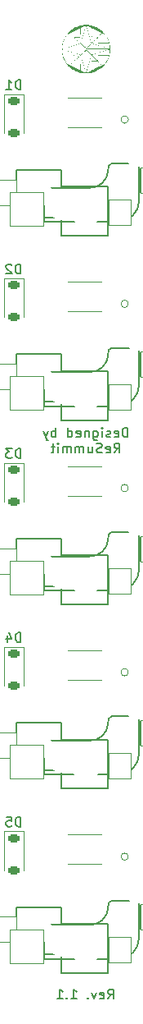
<source format=gbo>
G04 #@! TF.GenerationSoftware,KiCad,Pcbnew,7.0.8*
G04 #@! TF.CreationDate,2023-12-05T05:13:52-08:00*
G04 #@! TF.ProjectId,Seismos_5-Key,53656973-6d6f-4735-9f35-2d4b65792e6b,rev?*
G04 #@! TF.SameCoordinates,Original*
G04 #@! TF.FileFunction,Legend,Bot*
G04 #@! TF.FilePolarity,Positive*
%FSLAX46Y46*%
G04 Gerber Fmt 4.6, Leading zero omitted, Abs format (unit mm)*
G04 Created by KiCad (PCBNEW 7.0.8) date 2023-12-05 05:13:52*
%MOMM*%
%LPD*%
G01*
G04 APERTURE LIST*
G04 Aperture macros list*
%AMRoundRect*
0 Rectangle with rounded corners*
0 $1 Rounding radius*
0 $2 $3 $4 $5 $6 $7 $8 $9 X,Y pos of 4 corners*
0 Add a 4 corners polygon primitive as box body*
4,1,4,$2,$3,$4,$5,$6,$7,$8,$9,$2,$3,0*
0 Add four circle primitives for the rounded corners*
1,1,$1+$1,$2,$3*
1,1,$1+$1,$4,$5*
1,1,$1+$1,$6,$7*
1,1,$1+$1,$8,$9*
0 Add four rect primitives between the rounded corners*
20,1,$1+$1,$2,$3,$4,$5,0*
20,1,$1+$1,$4,$5,$6,$7,0*
20,1,$1+$1,$6,$7,$8,$9,0*
20,1,$1+$1,$8,$9,$2,$3,0*%
G04 Aperture macros list end*
%ADD10C,0.150000*%
%ADD11C,0.120000*%
%ADD12C,3.200000*%
%ADD13RoundRect,0.225000X-0.375000X0.225000X-0.375000X-0.225000X0.375000X-0.225000X0.375000X0.225000X0*%
%ADD14C,2.300000*%
%ADD15C,1.000000*%
%ADD16C,3.000000*%
%ADD17C,4.000000*%
%ADD18R,1.750000X0.812800*%
%ADD19RoundRect,0.063500X1.150000X1.300000X-1.150000X1.300000X-1.150000X-1.300000X1.150000X-1.300000X0*%
%ADD20RoundRect,0.063500X1.750000X1.750000X-1.750000X1.750000X-1.750000X-1.750000X1.750000X-1.750000X0*%
%ADD21RoundRect,0.063500X1.200000X1.300000X-1.200000X1.300000X-1.200000X-1.300000X1.200000X-1.300000X0*%
G04 APERTURE END LIST*
D10*
X49259523Y-127919819D02*
X49592856Y-127443628D01*
X49830951Y-127919819D02*
X49830951Y-126919819D01*
X49830951Y-126919819D02*
X49449999Y-126919819D01*
X49449999Y-126919819D02*
X49354761Y-126967438D01*
X49354761Y-126967438D02*
X49307142Y-127015057D01*
X49307142Y-127015057D02*
X49259523Y-127110295D01*
X49259523Y-127110295D02*
X49259523Y-127253152D01*
X49259523Y-127253152D02*
X49307142Y-127348390D01*
X49307142Y-127348390D02*
X49354761Y-127396009D01*
X49354761Y-127396009D02*
X49449999Y-127443628D01*
X49449999Y-127443628D02*
X49830951Y-127443628D01*
X48449999Y-127872200D02*
X48545237Y-127919819D01*
X48545237Y-127919819D02*
X48735713Y-127919819D01*
X48735713Y-127919819D02*
X48830951Y-127872200D01*
X48830951Y-127872200D02*
X48878570Y-127776961D01*
X48878570Y-127776961D02*
X48878570Y-127396009D01*
X48878570Y-127396009D02*
X48830951Y-127300771D01*
X48830951Y-127300771D02*
X48735713Y-127253152D01*
X48735713Y-127253152D02*
X48545237Y-127253152D01*
X48545237Y-127253152D02*
X48449999Y-127300771D01*
X48449999Y-127300771D02*
X48402380Y-127396009D01*
X48402380Y-127396009D02*
X48402380Y-127491247D01*
X48402380Y-127491247D02*
X48878570Y-127586485D01*
X48069046Y-127253152D02*
X47830951Y-127919819D01*
X47830951Y-127919819D02*
X47592856Y-127253152D01*
X47211903Y-127824580D02*
X47164284Y-127872200D01*
X47164284Y-127872200D02*
X47211903Y-127919819D01*
X47211903Y-127919819D02*
X47259522Y-127872200D01*
X47259522Y-127872200D02*
X47211903Y-127824580D01*
X47211903Y-127824580D02*
X47211903Y-127919819D01*
X45449999Y-127919819D02*
X46021427Y-127919819D01*
X45735713Y-127919819D02*
X45735713Y-126919819D01*
X45735713Y-126919819D02*
X45830951Y-127062676D01*
X45830951Y-127062676D02*
X45926189Y-127157914D01*
X45926189Y-127157914D02*
X46021427Y-127205533D01*
X45021427Y-127824580D02*
X44973808Y-127872200D01*
X44973808Y-127872200D02*
X45021427Y-127919819D01*
X45021427Y-127919819D02*
X45069046Y-127872200D01*
X45069046Y-127872200D02*
X45021427Y-127824580D01*
X45021427Y-127824580D02*
X45021427Y-127919819D01*
X44021428Y-127919819D02*
X44592856Y-127919819D01*
X44307142Y-127919819D02*
X44307142Y-126919819D01*
X44307142Y-126919819D02*
X44402380Y-127062676D01*
X44402380Y-127062676D02*
X44497618Y-127157914D01*
X44497618Y-127157914D02*
X44592856Y-127205533D01*
X51333333Y-70009819D02*
X51333333Y-69009819D01*
X51333333Y-69009819D02*
X51095238Y-69009819D01*
X51095238Y-69009819D02*
X50952381Y-69057438D01*
X50952381Y-69057438D02*
X50857143Y-69152676D01*
X50857143Y-69152676D02*
X50809524Y-69247914D01*
X50809524Y-69247914D02*
X50761905Y-69438390D01*
X50761905Y-69438390D02*
X50761905Y-69581247D01*
X50761905Y-69581247D02*
X50809524Y-69771723D01*
X50809524Y-69771723D02*
X50857143Y-69866961D01*
X50857143Y-69866961D02*
X50952381Y-69962200D01*
X50952381Y-69962200D02*
X51095238Y-70009819D01*
X51095238Y-70009819D02*
X51333333Y-70009819D01*
X49952381Y-69962200D02*
X50047619Y-70009819D01*
X50047619Y-70009819D02*
X50238095Y-70009819D01*
X50238095Y-70009819D02*
X50333333Y-69962200D01*
X50333333Y-69962200D02*
X50380952Y-69866961D01*
X50380952Y-69866961D02*
X50380952Y-69486009D01*
X50380952Y-69486009D02*
X50333333Y-69390771D01*
X50333333Y-69390771D02*
X50238095Y-69343152D01*
X50238095Y-69343152D02*
X50047619Y-69343152D01*
X50047619Y-69343152D02*
X49952381Y-69390771D01*
X49952381Y-69390771D02*
X49904762Y-69486009D01*
X49904762Y-69486009D02*
X49904762Y-69581247D01*
X49904762Y-69581247D02*
X50380952Y-69676485D01*
X49523809Y-69962200D02*
X49428571Y-70009819D01*
X49428571Y-70009819D02*
X49238095Y-70009819D01*
X49238095Y-70009819D02*
X49142857Y-69962200D01*
X49142857Y-69962200D02*
X49095238Y-69866961D01*
X49095238Y-69866961D02*
X49095238Y-69819342D01*
X49095238Y-69819342D02*
X49142857Y-69724104D01*
X49142857Y-69724104D02*
X49238095Y-69676485D01*
X49238095Y-69676485D02*
X49380952Y-69676485D01*
X49380952Y-69676485D02*
X49476190Y-69628866D01*
X49476190Y-69628866D02*
X49523809Y-69533628D01*
X49523809Y-69533628D02*
X49523809Y-69486009D01*
X49523809Y-69486009D02*
X49476190Y-69390771D01*
X49476190Y-69390771D02*
X49380952Y-69343152D01*
X49380952Y-69343152D02*
X49238095Y-69343152D01*
X49238095Y-69343152D02*
X49142857Y-69390771D01*
X48666666Y-70009819D02*
X48666666Y-69343152D01*
X48666666Y-69009819D02*
X48714285Y-69057438D01*
X48714285Y-69057438D02*
X48666666Y-69105057D01*
X48666666Y-69105057D02*
X48619047Y-69057438D01*
X48619047Y-69057438D02*
X48666666Y-69009819D01*
X48666666Y-69009819D02*
X48666666Y-69105057D01*
X47761905Y-69343152D02*
X47761905Y-70152676D01*
X47761905Y-70152676D02*
X47809524Y-70247914D01*
X47809524Y-70247914D02*
X47857143Y-70295533D01*
X47857143Y-70295533D02*
X47952381Y-70343152D01*
X47952381Y-70343152D02*
X48095238Y-70343152D01*
X48095238Y-70343152D02*
X48190476Y-70295533D01*
X47761905Y-69962200D02*
X47857143Y-70009819D01*
X47857143Y-70009819D02*
X48047619Y-70009819D01*
X48047619Y-70009819D02*
X48142857Y-69962200D01*
X48142857Y-69962200D02*
X48190476Y-69914580D01*
X48190476Y-69914580D02*
X48238095Y-69819342D01*
X48238095Y-69819342D02*
X48238095Y-69533628D01*
X48238095Y-69533628D02*
X48190476Y-69438390D01*
X48190476Y-69438390D02*
X48142857Y-69390771D01*
X48142857Y-69390771D02*
X48047619Y-69343152D01*
X48047619Y-69343152D02*
X47857143Y-69343152D01*
X47857143Y-69343152D02*
X47761905Y-69390771D01*
X47285714Y-69343152D02*
X47285714Y-70009819D01*
X47285714Y-69438390D02*
X47238095Y-69390771D01*
X47238095Y-69390771D02*
X47142857Y-69343152D01*
X47142857Y-69343152D02*
X47000000Y-69343152D01*
X47000000Y-69343152D02*
X46904762Y-69390771D01*
X46904762Y-69390771D02*
X46857143Y-69486009D01*
X46857143Y-69486009D02*
X46857143Y-70009819D01*
X46000000Y-69962200D02*
X46095238Y-70009819D01*
X46095238Y-70009819D02*
X46285714Y-70009819D01*
X46285714Y-70009819D02*
X46380952Y-69962200D01*
X46380952Y-69962200D02*
X46428571Y-69866961D01*
X46428571Y-69866961D02*
X46428571Y-69486009D01*
X46428571Y-69486009D02*
X46380952Y-69390771D01*
X46380952Y-69390771D02*
X46285714Y-69343152D01*
X46285714Y-69343152D02*
X46095238Y-69343152D01*
X46095238Y-69343152D02*
X46000000Y-69390771D01*
X46000000Y-69390771D02*
X45952381Y-69486009D01*
X45952381Y-69486009D02*
X45952381Y-69581247D01*
X45952381Y-69581247D02*
X46428571Y-69676485D01*
X45095238Y-70009819D02*
X45095238Y-69009819D01*
X45095238Y-69962200D02*
X45190476Y-70009819D01*
X45190476Y-70009819D02*
X45380952Y-70009819D01*
X45380952Y-70009819D02*
X45476190Y-69962200D01*
X45476190Y-69962200D02*
X45523809Y-69914580D01*
X45523809Y-69914580D02*
X45571428Y-69819342D01*
X45571428Y-69819342D02*
X45571428Y-69533628D01*
X45571428Y-69533628D02*
X45523809Y-69438390D01*
X45523809Y-69438390D02*
X45476190Y-69390771D01*
X45476190Y-69390771D02*
X45380952Y-69343152D01*
X45380952Y-69343152D02*
X45190476Y-69343152D01*
X45190476Y-69343152D02*
X45095238Y-69390771D01*
X43857142Y-70009819D02*
X43857142Y-69009819D01*
X43857142Y-69390771D02*
X43761904Y-69343152D01*
X43761904Y-69343152D02*
X43571428Y-69343152D01*
X43571428Y-69343152D02*
X43476190Y-69390771D01*
X43476190Y-69390771D02*
X43428571Y-69438390D01*
X43428571Y-69438390D02*
X43380952Y-69533628D01*
X43380952Y-69533628D02*
X43380952Y-69819342D01*
X43380952Y-69819342D02*
X43428571Y-69914580D01*
X43428571Y-69914580D02*
X43476190Y-69962200D01*
X43476190Y-69962200D02*
X43571428Y-70009819D01*
X43571428Y-70009819D02*
X43761904Y-70009819D01*
X43761904Y-70009819D02*
X43857142Y-69962200D01*
X43047618Y-69343152D02*
X42809523Y-70009819D01*
X42571428Y-69343152D02*
X42809523Y-70009819D01*
X42809523Y-70009819D02*
X42904761Y-70247914D01*
X42904761Y-70247914D02*
X42952380Y-70295533D01*
X42952380Y-70295533D02*
X43047618Y-70343152D01*
X49904761Y-71619819D02*
X50238094Y-71143628D01*
X50476189Y-71619819D02*
X50476189Y-70619819D01*
X50476189Y-70619819D02*
X50095237Y-70619819D01*
X50095237Y-70619819D02*
X49999999Y-70667438D01*
X49999999Y-70667438D02*
X49952380Y-70715057D01*
X49952380Y-70715057D02*
X49904761Y-70810295D01*
X49904761Y-70810295D02*
X49904761Y-70953152D01*
X49904761Y-70953152D02*
X49952380Y-71048390D01*
X49952380Y-71048390D02*
X49999999Y-71096009D01*
X49999999Y-71096009D02*
X50095237Y-71143628D01*
X50095237Y-71143628D02*
X50476189Y-71143628D01*
X49095237Y-71572200D02*
X49190475Y-71619819D01*
X49190475Y-71619819D02*
X49380951Y-71619819D01*
X49380951Y-71619819D02*
X49476189Y-71572200D01*
X49476189Y-71572200D02*
X49523808Y-71476961D01*
X49523808Y-71476961D02*
X49523808Y-71096009D01*
X49523808Y-71096009D02*
X49476189Y-71000771D01*
X49476189Y-71000771D02*
X49380951Y-70953152D01*
X49380951Y-70953152D02*
X49190475Y-70953152D01*
X49190475Y-70953152D02*
X49095237Y-71000771D01*
X49095237Y-71000771D02*
X49047618Y-71096009D01*
X49047618Y-71096009D02*
X49047618Y-71191247D01*
X49047618Y-71191247D02*
X49523808Y-71286485D01*
X48666665Y-71572200D02*
X48523808Y-71619819D01*
X48523808Y-71619819D02*
X48285713Y-71619819D01*
X48285713Y-71619819D02*
X48190475Y-71572200D01*
X48190475Y-71572200D02*
X48142856Y-71524580D01*
X48142856Y-71524580D02*
X48095237Y-71429342D01*
X48095237Y-71429342D02*
X48095237Y-71334104D01*
X48095237Y-71334104D02*
X48142856Y-71238866D01*
X48142856Y-71238866D02*
X48190475Y-71191247D01*
X48190475Y-71191247D02*
X48285713Y-71143628D01*
X48285713Y-71143628D02*
X48476189Y-71096009D01*
X48476189Y-71096009D02*
X48571427Y-71048390D01*
X48571427Y-71048390D02*
X48619046Y-71000771D01*
X48619046Y-71000771D02*
X48666665Y-70905533D01*
X48666665Y-70905533D02*
X48666665Y-70810295D01*
X48666665Y-70810295D02*
X48619046Y-70715057D01*
X48619046Y-70715057D02*
X48571427Y-70667438D01*
X48571427Y-70667438D02*
X48476189Y-70619819D01*
X48476189Y-70619819D02*
X48238094Y-70619819D01*
X48238094Y-70619819D02*
X48095237Y-70667438D01*
X47238094Y-70953152D02*
X47238094Y-71619819D01*
X47666665Y-70953152D02*
X47666665Y-71476961D01*
X47666665Y-71476961D02*
X47619046Y-71572200D01*
X47619046Y-71572200D02*
X47523808Y-71619819D01*
X47523808Y-71619819D02*
X47380951Y-71619819D01*
X47380951Y-71619819D02*
X47285713Y-71572200D01*
X47285713Y-71572200D02*
X47238094Y-71524580D01*
X46761903Y-71619819D02*
X46761903Y-70953152D01*
X46761903Y-71048390D02*
X46714284Y-71000771D01*
X46714284Y-71000771D02*
X46619046Y-70953152D01*
X46619046Y-70953152D02*
X46476189Y-70953152D01*
X46476189Y-70953152D02*
X46380951Y-71000771D01*
X46380951Y-71000771D02*
X46333332Y-71096009D01*
X46333332Y-71096009D02*
X46333332Y-71619819D01*
X46333332Y-71096009D02*
X46285713Y-71000771D01*
X46285713Y-71000771D02*
X46190475Y-70953152D01*
X46190475Y-70953152D02*
X46047618Y-70953152D01*
X46047618Y-70953152D02*
X45952379Y-71000771D01*
X45952379Y-71000771D02*
X45904760Y-71096009D01*
X45904760Y-71096009D02*
X45904760Y-71619819D01*
X45428570Y-71619819D02*
X45428570Y-70953152D01*
X45428570Y-71048390D02*
X45380951Y-71000771D01*
X45380951Y-71000771D02*
X45285713Y-70953152D01*
X45285713Y-70953152D02*
X45142856Y-70953152D01*
X45142856Y-70953152D02*
X45047618Y-71000771D01*
X45047618Y-71000771D02*
X44999999Y-71096009D01*
X44999999Y-71096009D02*
X44999999Y-71619819D01*
X44999999Y-71096009D02*
X44952380Y-71000771D01*
X44952380Y-71000771D02*
X44857142Y-70953152D01*
X44857142Y-70953152D02*
X44714285Y-70953152D01*
X44714285Y-70953152D02*
X44619046Y-71000771D01*
X44619046Y-71000771D02*
X44571427Y-71096009D01*
X44571427Y-71096009D02*
X44571427Y-71619819D01*
X44095237Y-71619819D02*
X44095237Y-70953152D01*
X44095237Y-70619819D02*
X44142856Y-70667438D01*
X44142856Y-70667438D02*
X44095237Y-70715057D01*
X44095237Y-70715057D02*
X44047618Y-70667438D01*
X44047618Y-70667438D02*
X44095237Y-70619819D01*
X44095237Y-70619819D02*
X44095237Y-70715057D01*
X43761904Y-70953152D02*
X43380952Y-70953152D01*
X43619047Y-70619819D02*
X43619047Y-71476961D01*
X43619047Y-71476961D02*
X43571428Y-71572200D01*
X43571428Y-71572200D02*
X43476190Y-71619819D01*
X43476190Y-71619819D02*
X43380952Y-71619819D01*
X40238094Y-53154819D02*
X40238094Y-52154819D01*
X40238094Y-52154819D02*
X39999999Y-52154819D01*
X39999999Y-52154819D02*
X39857142Y-52202438D01*
X39857142Y-52202438D02*
X39761904Y-52297676D01*
X39761904Y-52297676D02*
X39714285Y-52392914D01*
X39714285Y-52392914D02*
X39666666Y-52583390D01*
X39666666Y-52583390D02*
X39666666Y-52726247D01*
X39666666Y-52726247D02*
X39714285Y-52916723D01*
X39714285Y-52916723D02*
X39761904Y-53011961D01*
X39761904Y-53011961D02*
X39857142Y-53107200D01*
X39857142Y-53107200D02*
X39999999Y-53154819D01*
X39999999Y-53154819D02*
X40238094Y-53154819D01*
X39285713Y-52250057D02*
X39238094Y-52202438D01*
X39238094Y-52202438D02*
X39142856Y-52154819D01*
X39142856Y-52154819D02*
X38904761Y-52154819D01*
X38904761Y-52154819D02*
X38809523Y-52202438D01*
X38809523Y-52202438D02*
X38761904Y-52250057D01*
X38761904Y-52250057D02*
X38714285Y-52345295D01*
X38714285Y-52345295D02*
X38714285Y-52440533D01*
X38714285Y-52440533D02*
X38761904Y-52583390D01*
X38761904Y-52583390D02*
X39333332Y-53154819D01*
X39333332Y-53154819D02*
X38714285Y-53154819D01*
X40238094Y-91154819D02*
X40238094Y-90154819D01*
X40238094Y-90154819D02*
X39999999Y-90154819D01*
X39999999Y-90154819D02*
X39857142Y-90202438D01*
X39857142Y-90202438D02*
X39761904Y-90297676D01*
X39761904Y-90297676D02*
X39714285Y-90392914D01*
X39714285Y-90392914D02*
X39666666Y-90583390D01*
X39666666Y-90583390D02*
X39666666Y-90726247D01*
X39666666Y-90726247D02*
X39714285Y-90916723D01*
X39714285Y-90916723D02*
X39761904Y-91011961D01*
X39761904Y-91011961D02*
X39857142Y-91107200D01*
X39857142Y-91107200D02*
X39999999Y-91154819D01*
X39999999Y-91154819D02*
X40238094Y-91154819D01*
X38809523Y-90488152D02*
X38809523Y-91154819D01*
X39047618Y-90107200D02*
X39285713Y-90821485D01*
X39285713Y-90821485D02*
X38666666Y-90821485D01*
X48475332Y-60019200D02*
X48332475Y-60066819D01*
X48332475Y-60066819D02*
X48094380Y-60066819D01*
X48094380Y-60066819D02*
X47999142Y-60019200D01*
X47999142Y-60019200D02*
X47951523Y-59971580D01*
X47951523Y-59971580D02*
X47903904Y-59876342D01*
X47903904Y-59876342D02*
X47903904Y-59781104D01*
X47903904Y-59781104D02*
X47951523Y-59685866D01*
X47951523Y-59685866D02*
X47999142Y-59638247D01*
X47999142Y-59638247D02*
X48094380Y-59590628D01*
X48094380Y-59590628D02*
X48284856Y-59543009D01*
X48284856Y-59543009D02*
X48380094Y-59495390D01*
X48380094Y-59495390D02*
X48427713Y-59447771D01*
X48427713Y-59447771D02*
X48475332Y-59352533D01*
X48475332Y-59352533D02*
X48475332Y-59257295D01*
X48475332Y-59257295D02*
X48427713Y-59162057D01*
X48427713Y-59162057D02*
X48380094Y-59114438D01*
X48380094Y-59114438D02*
X48284856Y-59066819D01*
X48284856Y-59066819D02*
X48046761Y-59066819D01*
X48046761Y-59066819D02*
X47903904Y-59114438D01*
X47570570Y-59066819D02*
X47332475Y-60066819D01*
X47332475Y-60066819D02*
X47141999Y-59352533D01*
X47141999Y-59352533D02*
X46951523Y-60066819D01*
X46951523Y-60066819D02*
X46713428Y-59066819D01*
X46380094Y-59162057D02*
X46332475Y-59114438D01*
X46332475Y-59114438D02*
X46237237Y-59066819D01*
X46237237Y-59066819D02*
X45999142Y-59066819D01*
X45999142Y-59066819D02*
X45903904Y-59114438D01*
X45903904Y-59114438D02*
X45856285Y-59162057D01*
X45856285Y-59162057D02*
X45808666Y-59257295D01*
X45808666Y-59257295D02*
X45808666Y-59352533D01*
X45808666Y-59352533D02*
X45856285Y-59495390D01*
X45856285Y-59495390D02*
X46427713Y-60066819D01*
X46427713Y-60066819D02*
X45808666Y-60066819D01*
X48475332Y-41019200D02*
X48332475Y-41066819D01*
X48332475Y-41066819D02*
X48094380Y-41066819D01*
X48094380Y-41066819D02*
X47999142Y-41019200D01*
X47999142Y-41019200D02*
X47951523Y-40971580D01*
X47951523Y-40971580D02*
X47903904Y-40876342D01*
X47903904Y-40876342D02*
X47903904Y-40781104D01*
X47903904Y-40781104D02*
X47951523Y-40685866D01*
X47951523Y-40685866D02*
X47999142Y-40638247D01*
X47999142Y-40638247D02*
X48094380Y-40590628D01*
X48094380Y-40590628D02*
X48284856Y-40543009D01*
X48284856Y-40543009D02*
X48380094Y-40495390D01*
X48380094Y-40495390D02*
X48427713Y-40447771D01*
X48427713Y-40447771D02*
X48475332Y-40352533D01*
X48475332Y-40352533D02*
X48475332Y-40257295D01*
X48475332Y-40257295D02*
X48427713Y-40162057D01*
X48427713Y-40162057D02*
X48380094Y-40114438D01*
X48380094Y-40114438D02*
X48284856Y-40066819D01*
X48284856Y-40066819D02*
X48046761Y-40066819D01*
X48046761Y-40066819D02*
X47903904Y-40114438D01*
X47570570Y-40066819D02*
X47332475Y-41066819D01*
X47332475Y-41066819D02*
X47141999Y-40352533D01*
X47141999Y-40352533D02*
X46951523Y-41066819D01*
X46951523Y-41066819D02*
X46713428Y-40066819D01*
X45808666Y-41066819D02*
X46380094Y-41066819D01*
X46094380Y-41066819D02*
X46094380Y-40066819D01*
X46094380Y-40066819D02*
X46189618Y-40209676D01*
X46189618Y-40209676D02*
X46284856Y-40304914D01*
X46284856Y-40304914D02*
X46380094Y-40352533D01*
X48475332Y-79019200D02*
X48332475Y-79066819D01*
X48332475Y-79066819D02*
X48094380Y-79066819D01*
X48094380Y-79066819D02*
X47999142Y-79019200D01*
X47999142Y-79019200D02*
X47951523Y-78971580D01*
X47951523Y-78971580D02*
X47903904Y-78876342D01*
X47903904Y-78876342D02*
X47903904Y-78781104D01*
X47903904Y-78781104D02*
X47951523Y-78685866D01*
X47951523Y-78685866D02*
X47999142Y-78638247D01*
X47999142Y-78638247D02*
X48094380Y-78590628D01*
X48094380Y-78590628D02*
X48284856Y-78543009D01*
X48284856Y-78543009D02*
X48380094Y-78495390D01*
X48380094Y-78495390D02*
X48427713Y-78447771D01*
X48427713Y-78447771D02*
X48475332Y-78352533D01*
X48475332Y-78352533D02*
X48475332Y-78257295D01*
X48475332Y-78257295D02*
X48427713Y-78162057D01*
X48427713Y-78162057D02*
X48380094Y-78114438D01*
X48380094Y-78114438D02*
X48284856Y-78066819D01*
X48284856Y-78066819D02*
X48046761Y-78066819D01*
X48046761Y-78066819D02*
X47903904Y-78114438D01*
X47570570Y-78066819D02*
X47332475Y-79066819D01*
X47332475Y-79066819D02*
X47141999Y-78352533D01*
X47141999Y-78352533D02*
X46951523Y-79066819D01*
X46951523Y-79066819D02*
X46713428Y-78066819D01*
X46427713Y-78066819D02*
X45808666Y-78066819D01*
X45808666Y-78066819D02*
X46141999Y-78447771D01*
X46141999Y-78447771D02*
X45999142Y-78447771D01*
X45999142Y-78447771D02*
X45903904Y-78495390D01*
X45903904Y-78495390D02*
X45856285Y-78543009D01*
X45856285Y-78543009D02*
X45808666Y-78638247D01*
X45808666Y-78638247D02*
X45808666Y-78876342D01*
X45808666Y-78876342D02*
X45856285Y-78971580D01*
X45856285Y-78971580D02*
X45903904Y-79019200D01*
X45903904Y-79019200D02*
X45999142Y-79066819D01*
X45999142Y-79066819D02*
X46284856Y-79066819D01*
X46284856Y-79066819D02*
X46380094Y-79019200D01*
X46380094Y-79019200D02*
X46427713Y-78971580D01*
X40238094Y-34154819D02*
X40238094Y-33154819D01*
X40238094Y-33154819D02*
X39999999Y-33154819D01*
X39999999Y-33154819D02*
X39857142Y-33202438D01*
X39857142Y-33202438D02*
X39761904Y-33297676D01*
X39761904Y-33297676D02*
X39714285Y-33392914D01*
X39714285Y-33392914D02*
X39666666Y-33583390D01*
X39666666Y-33583390D02*
X39666666Y-33726247D01*
X39666666Y-33726247D02*
X39714285Y-33916723D01*
X39714285Y-33916723D02*
X39761904Y-34011961D01*
X39761904Y-34011961D02*
X39857142Y-34107200D01*
X39857142Y-34107200D02*
X39999999Y-34154819D01*
X39999999Y-34154819D02*
X40238094Y-34154819D01*
X38714285Y-34154819D02*
X39285713Y-34154819D01*
X38999999Y-34154819D02*
X38999999Y-33154819D01*
X38999999Y-33154819D02*
X39095237Y-33297676D01*
X39095237Y-33297676D02*
X39190475Y-33392914D01*
X39190475Y-33392914D02*
X39285713Y-33440533D01*
X48475332Y-98019200D02*
X48332475Y-98066819D01*
X48332475Y-98066819D02*
X48094380Y-98066819D01*
X48094380Y-98066819D02*
X47999142Y-98019200D01*
X47999142Y-98019200D02*
X47951523Y-97971580D01*
X47951523Y-97971580D02*
X47903904Y-97876342D01*
X47903904Y-97876342D02*
X47903904Y-97781104D01*
X47903904Y-97781104D02*
X47951523Y-97685866D01*
X47951523Y-97685866D02*
X47999142Y-97638247D01*
X47999142Y-97638247D02*
X48094380Y-97590628D01*
X48094380Y-97590628D02*
X48284856Y-97543009D01*
X48284856Y-97543009D02*
X48380094Y-97495390D01*
X48380094Y-97495390D02*
X48427713Y-97447771D01*
X48427713Y-97447771D02*
X48475332Y-97352533D01*
X48475332Y-97352533D02*
X48475332Y-97257295D01*
X48475332Y-97257295D02*
X48427713Y-97162057D01*
X48427713Y-97162057D02*
X48380094Y-97114438D01*
X48380094Y-97114438D02*
X48284856Y-97066819D01*
X48284856Y-97066819D02*
X48046761Y-97066819D01*
X48046761Y-97066819D02*
X47903904Y-97114438D01*
X47570570Y-97066819D02*
X47332475Y-98066819D01*
X47332475Y-98066819D02*
X47141999Y-97352533D01*
X47141999Y-97352533D02*
X46951523Y-98066819D01*
X46951523Y-98066819D02*
X46713428Y-97066819D01*
X45903904Y-97400152D02*
X45903904Y-98066819D01*
X46141999Y-97019200D02*
X46380094Y-97733485D01*
X46380094Y-97733485D02*
X45761047Y-97733485D01*
X40238094Y-110154819D02*
X40238094Y-109154819D01*
X40238094Y-109154819D02*
X39999999Y-109154819D01*
X39999999Y-109154819D02*
X39857142Y-109202438D01*
X39857142Y-109202438D02*
X39761904Y-109297676D01*
X39761904Y-109297676D02*
X39714285Y-109392914D01*
X39714285Y-109392914D02*
X39666666Y-109583390D01*
X39666666Y-109583390D02*
X39666666Y-109726247D01*
X39666666Y-109726247D02*
X39714285Y-109916723D01*
X39714285Y-109916723D02*
X39761904Y-110011961D01*
X39761904Y-110011961D02*
X39857142Y-110107200D01*
X39857142Y-110107200D02*
X39999999Y-110154819D01*
X39999999Y-110154819D02*
X40238094Y-110154819D01*
X38761904Y-109154819D02*
X39238094Y-109154819D01*
X39238094Y-109154819D02*
X39285713Y-109631009D01*
X39285713Y-109631009D02*
X39238094Y-109583390D01*
X39238094Y-109583390D02*
X39142856Y-109535771D01*
X39142856Y-109535771D02*
X38904761Y-109535771D01*
X38904761Y-109535771D02*
X38809523Y-109583390D01*
X38809523Y-109583390D02*
X38761904Y-109631009D01*
X38761904Y-109631009D02*
X38714285Y-109726247D01*
X38714285Y-109726247D02*
X38714285Y-109964342D01*
X38714285Y-109964342D02*
X38761904Y-110059580D01*
X38761904Y-110059580D02*
X38809523Y-110107200D01*
X38809523Y-110107200D02*
X38904761Y-110154819D01*
X38904761Y-110154819D02*
X39142856Y-110154819D01*
X39142856Y-110154819D02*
X39238094Y-110107200D01*
X39238094Y-110107200D02*
X39285713Y-110059580D01*
X40238094Y-72154819D02*
X40238094Y-71154819D01*
X40238094Y-71154819D02*
X39999999Y-71154819D01*
X39999999Y-71154819D02*
X39857142Y-71202438D01*
X39857142Y-71202438D02*
X39761904Y-71297676D01*
X39761904Y-71297676D02*
X39714285Y-71392914D01*
X39714285Y-71392914D02*
X39666666Y-71583390D01*
X39666666Y-71583390D02*
X39666666Y-71726247D01*
X39666666Y-71726247D02*
X39714285Y-71916723D01*
X39714285Y-71916723D02*
X39761904Y-72011961D01*
X39761904Y-72011961D02*
X39857142Y-72107200D01*
X39857142Y-72107200D02*
X39999999Y-72154819D01*
X39999999Y-72154819D02*
X40238094Y-72154819D01*
X39333332Y-71154819D02*
X38714285Y-71154819D01*
X38714285Y-71154819D02*
X39047618Y-71535771D01*
X39047618Y-71535771D02*
X38904761Y-71535771D01*
X38904761Y-71535771D02*
X38809523Y-71583390D01*
X38809523Y-71583390D02*
X38761904Y-71631009D01*
X38761904Y-71631009D02*
X38714285Y-71726247D01*
X38714285Y-71726247D02*
X38714285Y-71964342D01*
X38714285Y-71964342D02*
X38761904Y-72059580D01*
X38761904Y-72059580D02*
X38809523Y-72107200D01*
X38809523Y-72107200D02*
X38904761Y-72154819D01*
X38904761Y-72154819D02*
X39190475Y-72154819D01*
X39190475Y-72154819D02*
X39285713Y-72107200D01*
X39285713Y-72107200D02*
X39333332Y-72059580D01*
X48475332Y-117019200D02*
X48332475Y-117066819D01*
X48332475Y-117066819D02*
X48094380Y-117066819D01*
X48094380Y-117066819D02*
X47999142Y-117019200D01*
X47999142Y-117019200D02*
X47951523Y-116971580D01*
X47951523Y-116971580D02*
X47903904Y-116876342D01*
X47903904Y-116876342D02*
X47903904Y-116781104D01*
X47903904Y-116781104D02*
X47951523Y-116685866D01*
X47951523Y-116685866D02*
X47999142Y-116638247D01*
X47999142Y-116638247D02*
X48094380Y-116590628D01*
X48094380Y-116590628D02*
X48284856Y-116543009D01*
X48284856Y-116543009D02*
X48380094Y-116495390D01*
X48380094Y-116495390D02*
X48427713Y-116447771D01*
X48427713Y-116447771D02*
X48475332Y-116352533D01*
X48475332Y-116352533D02*
X48475332Y-116257295D01*
X48475332Y-116257295D02*
X48427713Y-116162057D01*
X48427713Y-116162057D02*
X48380094Y-116114438D01*
X48380094Y-116114438D02*
X48284856Y-116066819D01*
X48284856Y-116066819D02*
X48046761Y-116066819D01*
X48046761Y-116066819D02*
X47903904Y-116114438D01*
X47570570Y-116066819D02*
X47332475Y-117066819D01*
X47332475Y-117066819D02*
X47141999Y-116352533D01*
X47141999Y-116352533D02*
X46951523Y-117066819D01*
X46951523Y-117066819D02*
X46713428Y-116066819D01*
X45856285Y-116066819D02*
X46332475Y-116066819D01*
X46332475Y-116066819D02*
X46380094Y-116543009D01*
X46380094Y-116543009D02*
X46332475Y-116495390D01*
X46332475Y-116495390D02*
X46237237Y-116447771D01*
X46237237Y-116447771D02*
X45999142Y-116447771D01*
X45999142Y-116447771D02*
X45903904Y-116495390D01*
X45903904Y-116495390D02*
X45856285Y-116543009D01*
X45856285Y-116543009D02*
X45808666Y-116638247D01*
X45808666Y-116638247D02*
X45808666Y-116876342D01*
X45808666Y-116876342D02*
X45856285Y-116971580D01*
X45856285Y-116971580D02*
X45903904Y-117019200D01*
X45903904Y-117019200D02*
X45999142Y-117066819D01*
X45999142Y-117066819D02*
X46237237Y-117066819D01*
X46237237Y-117066819D02*
X46332475Y-117019200D01*
X46332475Y-117019200D02*
X46380094Y-116971580D01*
D11*
X40500000Y-53640000D02*
X40500000Y-57650000D01*
X38500000Y-53640000D02*
X40500000Y-53640000D01*
X38500000Y-53640000D02*
X38500000Y-57650000D01*
X40500000Y-91640000D02*
X40500000Y-95650000D01*
X38500000Y-91640000D02*
X40500000Y-91640000D01*
X38500000Y-91640000D02*
X38500000Y-95650000D01*
D10*
X52500000Y-60800000D02*
X52500000Y-64600000D01*
X50300000Y-66800000D02*
X42700000Y-66800000D01*
X49650000Y-60800000D02*
X52500000Y-60800000D01*
X49300000Y-61500000D02*
X49300000Y-61350000D01*
X49250000Y-68250000D02*
X49250000Y-63175000D01*
X49250000Y-63175000D02*
X44460000Y-63175000D01*
D11*
X48577200Y-53980200D02*
X45122800Y-53980200D01*
X45122800Y-57028200D02*
X48577200Y-57028200D01*
D10*
X44460000Y-68250000D02*
X49250000Y-68250000D01*
X44460000Y-66350000D02*
X44460000Y-68250000D01*
X44460000Y-63175000D02*
X44460000Y-61450000D01*
X44460000Y-61450000D02*
X39750000Y-61450000D01*
X43300000Y-63300000D02*
X47300000Y-63300000D01*
X42700000Y-66800000D02*
X42700000Y-63850000D01*
X39750000Y-66350000D02*
X44460000Y-66350000D01*
X39750000Y-61450000D02*
X39750000Y-66350000D01*
X50300000Y-66800000D02*
G75*
G03*
X52500000Y-64600000I0J2200000D01*
G01*
X49650000Y-60800000D02*
G75*
G03*
X49300000Y-61350000I100000J-450000D01*
G01*
X47300000Y-63299999D02*
G75*
G03*
X49299998Y-61499999I99999J1899999D01*
G01*
X43300000Y-63300000D02*
G75*
G03*
X42700000Y-63850000I-25000J-575000D01*
G01*
D11*
X51381000Y-56250000D02*
G75*
G03*
X51381000Y-56250000I-381000J0D01*
G01*
D10*
X52500000Y-41800000D02*
X52500000Y-45600000D01*
X50300000Y-47800000D02*
X42700000Y-47800000D01*
X49650000Y-41800000D02*
X52500000Y-41800000D01*
X49300000Y-42500000D02*
X49300000Y-42350000D01*
X49250000Y-49250000D02*
X49250000Y-44175000D01*
X49250000Y-44175000D02*
X44460000Y-44175000D01*
D11*
X48577200Y-34980200D02*
X45122800Y-34980200D01*
X45122800Y-38028200D02*
X48577200Y-38028200D01*
D10*
X44460000Y-49250000D02*
X49250000Y-49250000D01*
X44460000Y-47350000D02*
X44460000Y-49250000D01*
X44460000Y-44175000D02*
X44460000Y-42450000D01*
X44460000Y-42450000D02*
X39750000Y-42450000D01*
X43300000Y-44300000D02*
X47300000Y-44300000D01*
X42700000Y-47800000D02*
X42700000Y-44850000D01*
X39750000Y-47350000D02*
X44460000Y-47350000D01*
X39750000Y-42450000D02*
X39750000Y-47350000D01*
X50300000Y-47800000D02*
G75*
G03*
X52500000Y-45600000I0J2200000D01*
G01*
X49650000Y-41800000D02*
G75*
G03*
X49300000Y-42350000I100000J-450000D01*
G01*
X47300000Y-44299999D02*
G75*
G03*
X49299998Y-42499999I99999J1899999D01*
G01*
X43300000Y-44300000D02*
G75*
G03*
X42700000Y-44850000I-25000J-575000D01*
G01*
D11*
X51381000Y-37250000D02*
G75*
G03*
X51381000Y-37250000I-381000J0D01*
G01*
D10*
X52500000Y-79800000D02*
X52500000Y-83600000D01*
X50300000Y-85800000D02*
X42700000Y-85800000D01*
X49650000Y-79800000D02*
X52500000Y-79800000D01*
X49300000Y-80500000D02*
X49300000Y-80350000D01*
X49250000Y-87250000D02*
X49250000Y-82175000D01*
X49250000Y-82175000D02*
X44460000Y-82175000D01*
D11*
X48577200Y-72980200D02*
X45122800Y-72980200D01*
X45122800Y-76028200D02*
X48577200Y-76028200D01*
D10*
X44460000Y-87250000D02*
X49250000Y-87250000D01*
X44460000Y-85350000D02*
X44460000Y-87250000D01*
X44460000Y-82175000D02*
X44460000Y-80450000D01*
X44460000Y-80450000D02*
X39750000Y-80450000D01*
X43300000Y-82300000D02*
X47300000Y-82300000D01*
X42700000Y-85800000D02*
X42700000Y-82850000D01*
X39750000Y-85350000D02*
X44460000Y-85350000D01*
X39750000Y-80450000D02*
X39750000Y-85350000D01*
X50300000Y-85800000D02*
G75*
G03*
X52500000Y-83600000I0J2200000D01*
G01*
X49650000Y-79800000D02*
G75*
G03*
X49300000Y-80350000I100000J-450000D01*
G01*
X47300000Y-82299999D02*
G75*
G03*
X49299998Y-80499999I99999J1899999D01*
G01*
X43300000Y-82300000D02*
G75*
G03*
X42700000Y-82850000I-25000J-575000D01*
G01*
D11*
X51381000Y-75250000D02*
G75*
G03*
X51381000Y-75250000I-381000J0D01*
G01*
X40500000Y-34640000D02*
X40500000Y-38650000D01*
X38500000Y-34640000D02*
X40500000Y-34640000D01*
X38500000Y-34640000D02*
X38500000Y-38650000D01*
D10*
X52500000Y-98800000D02*
X52500000Y-102600000D01*
X50300000Y-104800000D02*
X42700000Y-104800000D01*
X49650000Y-98800000D02*
X52500000Y-98800000D01*
X49300000Y-99500000D02*
X49300000Y-99350000D01*
X49250000Y-106250000D02*
X49250000Y-101175000D01*
X49250000Y-101175000D02*
X44460000Y-101175000D01*
D11*
X48577200Y-91980200D02*
X45122800Y-91980200D01*
X45122800Y-95028200D02*
X48577200Y-95028200D01*
D10*
X44460000Y-106250000D02*
X49250000Y-106250000D01*
X44460000Y-104350000D02*
X44460000Y-106250000D01*
X44460000Y-101175000D02*
X44460000Y-99450000D01*
X44460000Y-99450000D02*
X39750000Y-99450000D01*
X43300000Y-101300000D02*
X47300000Y-101300000D01*
X42700000Y-104800000D02*
X42700000Y-101850000D01*
X39750000Y-104350000D02*
X44460000Y-104350000D01*
X39750000Y-99450000D02*
X39750000Y-104350000D01*
X50300000Y-104800000D02*
G75*
G03*
X52500000Y-102600000I0J2200000D01*
G01*
X49650000Y-98800000D02*
G75*
G03*
X49300000Y-99350000I100000J-450000D01*
G01*
X47300000Y-101299999D02*
G75*
G03*
X49299998Y-99499999I99999J1899999D01*
G01*
X43300000Y-101300000D02*
G75*
G03*
X42700000Y-101850000I-25000J-575000D01*
G01*
D11*
X51381000Y-94250000D02*
G75*
G03*
X51381000Y-94250000I-381000J0D01*
G01*
X40500000Y-110640000D02*
X40500000Y-114650000D01*
X38500000Y-110640000D02*
X40500000Y-110640000D01*
X38500000Y-110640000D02*
X38500000Y-114650000D01*
G36*
X49295770Y-29145192D02*
G01*
X49290885Y-29150077D01*
X49286000Y-29145192D01*
X49290885Y-29140307D01*
X49295770Y-29145192D01*
G37*
G36*
X49110154Y-31226038D02*
G01*
X49105270Y-31230923D01*
X49100385Y-31226038D01*
X49105270Y-31221153D01*
X49110154Y-31226038D01*
G37*
G36*
X49061308Y-28695807D02*
G01*
X49056423Y-28700692D01*
X49051539Y-28695807D01*
X49056423Y-28690923D01*
X49061308Y-28695807D01*
G37*
G36*
X48983154Y-28744653D02*
G01*
X48978270Y-28749538D01*
X48973385Y-28744653D01*
X48978270Y-28739769D01*
X48983154Y-28744653D01*
G37*
G36*
X48905000Y-31392115D02*
G01*
X48900116Y-31397000D01*
X48895231Y-31392115D01*
X48900116Y-31387230D01*
X48905000Y-31392115D01*
G37*
G36*
X48905000Y-28559038D02*
G01*
X48900116Y-28563923D01*
X48895231Y-28559038D01*
X48900116Y-28554153D01*
X48905000Y-28559038D01*
G37*
G36*
X48768231Y-28529730D02*
G01*
X48763347Y-28534615D01*
X48758462Y-28529730D01*
X48763347Y-28524846D01*
X48768231Y-28529730D01*
G37*
G36*
X48397000Y-28715346D02*
G01*
X48392116Y-28720230D01*
X48387231Y-28715346D01*
X48392116Y-28710461D01*
X48397000Y-28715346D01*
G37*
G36*
X48397000Y-28265961D02*
G01*
X48392116Y-28270846D01*
X48387231Y-28265961D01*
X48392116Y-28261077D01*
X48397000Y-28265961D01*
G37*
G36*
X48338385Y-28607884D02*
G01*
X48333500Y-28612769D01*
X48328616Y-28607884D01*
X48333500Y-28603000D01*
X48338385Y-28607884D01*
G37*
G36*
X48309077Y-31411653D02*
G01*
X48304193Y-31416538D01*
X48299308Y-31411653D01*
X48304193Y-31406769D01*
X48309077Y-31411653D01*
G37*
G36*
X48260231Y-28637192D02*
G01*
X48255347Y-28642077D01*
X48250462Y-28637192D01*
X48255347Y-28632307D01*
X48260231Y-28637192D01*
G37*
G36*
X47967154Y-28051038D02*
G01*
X47962270Y-28055923D01*
X47957385Y-28051038D01*
X47962270Y-28046153D01*
X47967154Y-28051038D01*
G37*
G36*
X46365000Y-32007577D02*
G01*
X46360116Y-32012461D01*
X46355231Y-32007577D01*
X46360116Y-32002692D01*
X46365000Y-32007577D01*
G37*
G36*
X46257539Y-28099884D02*
G01*
X46252654Y-28104769D01*
X46247770Y-28099884D01*
X46252654Y-28095000D01*
X46257539Y-28099884D01*
G37*
G36*
X46208693Y-28129192D02*
G01*
X46203808Y-28134077D01*
X46198923Y-28129192D01*
X46203808Y-28124307D01*
X46208693Y-28129192D01*
G37*
G36*
X46042616Y-31919653D02*
G01*
X46037731Y-31924538D01*
X46032847Y-31919653D01*
X46037731Y-31914769D01*
X46042616Y-31919653D01*
G37*
G36*
X45886308Y-31333500D02*
G01*
X45881423Y-31338384D01*
X45876539Y-31333500D01*
X45881423Y-31328615D01*
X45886308Y-31333500D01*
G37*
G36*
X45827693Y-28637192D02*
G01*
X45822808Y-28642077D01*
X45817923Y-28637192D01*
X45822808Y-28632307D01*
X45827693Y-28637192D01*
G37*
G36*
X45827693Y-28314807D02*
G01*
X45822808Y-28319692D01*
X45817923Y-28314807D01*
X45822808Y-28309923D01*
X45827693Y-28314807D01*
G37*
G36*
X45778847Y-28344115D02*
G01*
X45773962Y-28349000D01*
X45769077Y-28344115D01*
X45773962Y-28339230D01*
X45778847Y-28344115D01*
G37*
G36*
X45534616Y-28637192D02*
G01*
X45529731Y-28642077D01*
X45524847Y-28637192D01*
X45529731Y-28632307D01*
X45534616Y-28637192D01*
G37*
G36*
X45378308Y-28480884D02*
G01*
X45373423Y-28485769D01*
X45368539Y-28480884D01*
X45373423Y-28476000D01*
X45378308Y-28480884D01*
G37*
G36*
X45349000Y-28451577D02*
G01*
X45344116Y-28456461D01*
X45339231Y-28451577D01*
X45344116Y-28446692D01*
X45349000Y-28451577D01*
G37*
G36*
X45163385Y-31440961D02*
G01*
X45158500Y-31445846D01*
X45153616Y-31440961D01*
X45158500Y-31436077D01*
X45163385Y-31440961D01*
G37*
G36*
X45134077Y-31392115D02*
G01*
X45129193Y-31397000D01*
X45124308Y-31392115D01*
X45129193Y-31387230D01*
X45134077Y-31392115D01*
G37*
G36*
X45055923Y-28529730D02*
G01*
X45051039Y-28534615D01*
X45046154Y-28529730D01*
X45051039Y-28524846D01*
X45055923Y-28529730D01*
G37*
G36*
X44919154Y-28881423D02*
G01*
X44914270Y-28886307D01*
X44909385Y-28881423D01*
X44914270Y-28876538D01*
X44919154Y-28881423D01*
G37*
G36*
X44762847Y-30825500D02*
G01*
X44757962Y-30830384D01*
X44753077Y-30825500D01*
X44757962Y-30820615D01*
X44762847Y-30825500D01*
G37*
G36*
X44762847Y-29145192D02*
G01*
X44757962Y-29150077D01*
X44753077Y-29145192D01*
X44757962Y-29140307D01*
X44762847Y-29145192D01*
G37*
G36*
X44733539Y-30747346D02*
G01*
X44728654Y-30752230D01*
X44723770Y-30747346D01*
X44728654Y-30742461D01*
X44733539Y-30747346D01*
G37*
G36*
X49302282Y-30823871D02*
G01*
X49303811Y-30826810D01*
X49295770Y-30830384D01*
X49290598Y-30829679D01*
X49289257Y-30823871D01*
X49290689Y-30822702D01*
X49302282Y-30823871D01*
G37*
G36*
X49194821Y-31038794D02*
G01*
X49196349Y-31041733D01*
X49188308Y-31045307D01*
X49183136Y-31044602D01*
X49181795Y-31038794D01*
X49183227Y-31037625D01*
X49194821Y-31038794D01*
G37*
G36*
X49116667Y-29172871D02*
G01*
X49118195Y-29175810D01*
X49110154Y-29179384D01*
X49104982Y-29178679D01*
X49103641Y-29172871D01*
X49105073Y-29171702D01*
X49116667Y-29172871D01*
G37*
G36*
X49009206Y-28635564D02*
G01*
X49010734Y-28638502D01*
X49002693Y-28642077D01*
X48997521Y-28641371D01*
X48996180Y-28635564D01*
X48997612Y-28634394D01*
X49009206Y-28635564D01*
G37*
G36*
X48524000Y-31602153D02*
G01*
X48523295Y-31607325D01*
X48517488Y-31608666D01*
X48516318Y-31607234D01*
X48517488Y-31595641D01*
X48520426Y-31594112D01*
X48524000Y-31602153D01*
G37*
G36*
X48393744Y-31546794D02*
G01*
X48395272Y-31549733D01*
X48387231Y-31553307D01*
X48382059Y-31552602D01*
X48380718Y-31546794D01*
X48382150Y-31545625D01*
X48393744Y-31546794D01*
G37*
G36*
X48260231Y-31524000D02*
G01*
X48259526Y-31529171D01*
X48253718Y-31530512D01*
X48252549Y-31529081D01*
X48253718Y-31517487D01*
X48256657Y-31515958D01*
X48260231Y-31524000D01*
G37*
G36*
X48208129Y-31283025D02*
G01*
X48209657Y-31285964D01*
X48201616Y-31289538D01*
X48196444Y-31288833D01*
X48195103Y-31283025D01*
X48196535Y-31281856D01*
X48208129Y-31283025D01*
G37*
G36*
X48045308Y-31309077D02*
G01*
X48044603Y-31314248D01*
X48038795Y-31315589D01*
X48037626Y-31314157D01*
X48038795Y-31302564D01*
X48041734Y-31301035D01*
X48045308Y-31309077D01*
G37*
G36*
X45935154Y-31817077D02*
G01*
X45934449Y-31822248D01*
X45928641Y-31823589D01*
X45927472Y-31822157D01*
X45928641Y-31810564D01*
X45931580Y-31809035D01*
X45935154Y-31817077D01*
G37*
G36*
X45912359Y-28127564D02*
G01*
X45913888Y-28130502D01*
X45905847Y-28134077D01*
X45900675Y-28133371D01*
X45899334Y-28127564D01*
X45900766Y-28126394D01*
X45912359Y-28127564D01*
G37*
G36*
X45726744Y-28928641D02*
G01*
X45728272Y-28931579D01*
X45720231Y-28935153D01*
X45715059Y-28934448D01*
X45713718Y-28928641D01*
X45715150Y-28927471D01*
X45726744Y-28928641D01*
G37*
G36*
X45700693Y-29306384D02*
G01*
X45699988Y-29311556D01*
X45694180Y-29312897D01*
X45693011Y-29311465D01*
X45694180Y-29299871D01*
X45697118Y-29298343D01*
X45700693Y-29306384D01*
G37*
G36*
X45511821Y-31605410D02*
G01*
X45513349Y-31608348D01*
X45505308Y-31611923D01*
X45500136Y-31611218D01*
X45498795Y-31605410D01*
X45500227Y-31604241D01*
X45511821Y-31605410D01*
G37*
G36*
X45482513Y-28342487D02*
G01*
X45484042Y-28345425D01*
X45476000Y-28349000D01*
X45470829Y-28348295D01*
X45469488Y-28342487D01*
X45470919Y-28341318D01*
X45482513Y-28342487D01*
G37*
G36*
X45456462Y-28612769D02*
G01*
X45455757Y-28617941D01*
X45449949Y-28619282D01*
X45448780Y-28617850D01*
X45449949Y-28606256D01*
X45452888Y-28604728D01*
X45456462Y-28612769D01*
G37*
G36*
X44974513Y-31175564D02*
G01*
X44976042Y-31178502D01*
X44968000Y-31182077D01*
X44962829Y-31181371D01*
X44961488Y-31175564D01*
X44962919Y-31174394D01*
X44974513Y-31175564D01*
G37*
G36*
X44896359Y-28821179D02*
G01*
X44897888Y-28824117D01*
X44889847Y-28827692D01*
X44884675Y-28826987D01*
X44883334Y-28821179D01*
X44884766Y-28820010D01*
X44896359Y-28821179D01*
G37*
G36*
X44867052Y-28850487D02*
G01*
X44868580Y-28853425D01*
X44860539Y-28857000D01*
X44855367Y-28856295D01*
X44854026Y-28850487D01*
X44855458Y-28849318D01*
X44867052Y-28850487D01*
G37*
G36*
X44847513Y-28957948D02*
G01*
X44849042Y-28960887D01*
X44841000Y-28964461D01*
X44835829Y-28963756D01*
X44834488Y-28957948D01*
X44835919Y-28956779D01*
X44847513Y-28957948D01*
G37*
G36*
X44788898Y-29251025D02*
G01*
X44790426Y-29253964D01*
X44782385Y-29257538D01*
X44777213Y-29256833D01*
X44775872Y-29251025D01*
X44777304Y-29249856D01*
X44788898Y-29251025D01*
G37*
G36*
X44788898Y-29094718D02*
G01*
X44790426Y-29097656D01*
X44782385Y-29101230D01*
X44777213Y-29100525D01*
X44775872Y-29094718D01*
X44777304Y-29093548D01*
X44788898Y-29094718D01*
G37*
G36*
X48587402Y-31494533D02*
G01*
X48588370Y-31499655D01*
X48578308Y-31504461D01*
X48573375Y-31504270D01*
X48563509Y-31499655D01*
X48572172Y-31490224D01*
X48575694Y-31488897D01*
X48587402Y-31494533D01*
G37*
G36*
X48450633Y-31680148D02*
G01*
X48451600Y-31685270D01*
X48441539Y-31690077D01*
X48436606Y-31689885D01*
X48426740Y-31685271D01*
X48435402Y-31675840D01*
X48438925Y-31674512D01*
X48450633Y-31680148D01*
G37*
G36*
X49034336Y-28652130D02*
G01*
X49041770Y-28661615D01*
X49041486Y-28663950D01*
X49032000Y-28671384D01*
X49029665Y-28671100D01*
X49022231Y-28661615D01*
X49022515Y-28659280D01*
X49032000Y-28651846D01*
X49034336Y-28652130D01*
G37*
G36*
X48975644Y-28603375D02*
G01*
X48983154Y-28612769D01*
X48983042Y-28614980D01*
X48978846Y-28622538D01*
X48977279Y-28622088D01*
X48968500Y-28612769D01*
X48966974Y-28608985D01*
X48972808Y-28603000D01*
X48975644Y-28603375D01*
G37*
G36*
X48790105Y-28466514D02*
G01*
X48797539Y-28476000D01*
X48797255Y-28478335D01*
X48787770Y-28485769D01*
X48785435Y-28485485D01*
X48778000Y-28476000D01*
X48778284Y-28473664D01*
X48787770Y-28466230D01*
X48790105Y-28466514D01*
G37*
G36*
X48711951Y-28417668D02*
G01*
X48719385Y-28427153D01*
X48719101Y-28429489D01*
X48709616Y-28436923D01*
X48707281Y-28436639D01*
X48699847Y-28427153D01*
X48700130Y-28424818D01*
X48709616Y-28417384D01*
X48711951Y-28417668D01*
G37*
G36*
X48520106Y-31456065D02*
G01*
X48528885Y-31465384D01*
X48530412Y-31469168D01*
X48524577Y-31475153D01*
X48521741Y-31474778D01*
X48514231Y-31465384D01*
X48514343Y-31463173D01*
X48518539Y-31455615D01*
X48520106Y-31456065D01*
G37*
G36*
X48412645Y-31270449D02*
G01*
X48421423Y-31279769D01*
X48422950Y-31283553D01*
X48417115Y-31289538D01*
X48414280Y-31289163D01*
X48406770Y-31279769D01*
X48406882Y-31277558D01*
X48411078Y-31270000D01*
X48412645Y-31270449D01*
G37*
G36*
X48389566Y-31192130D02*
G01*
X48397000Y-31201615D01*
X48396717Y-31203950D01*
X48387231Y-31211384D01*
X48384896Y-31211100D01*
X48377462Y-31201615D01*
X48377746Y-31199280D01*
X48387231Y-31191846D01*
X48389566Y-31192130D01*
G37*
G36*
X48311412Y-28251591D02*
G01*
X48318847Y-28261077D01*
X48318563Y-28263412D01*
X48309077Y-28270846D01*
X48306742Y-28270562D01*
X48299308Y-28261077D01*
X48299592Y-28258741D01*
X48309077Y-28251307D01*
X48311412Y-28251591D01*
G37*
G36*
X48227029Y-31377911D02*
G01*
X48235808Y-31387230D01*
X48237335Y-31391015D01*
X48231500Y-31397000D01*
X48228664Y-31396624D01*
X48221154Y-31387230D01*
X48221266Y-31385019D01*
X48225462Y-31377461D01*
X48227029Y-31377911D01*
G37*
G36*
X48174567Y-31299683D02*
G01*
X48182077Y-31309077D01*
X48181965Y-31311287D01*
X48177769Y-31318846D01*
X48176202Y-31318396D01*
X48167423Y-31309077D01*
X48165897Y-31305292D01*
X48171732Y-31299307D01*
X48174567Y-31299683D01*
G37*
G36*
X48049418Y-31808074D02*
G01*
X48050193Y-31817077D01*
X48048188Y-31820000D01*
X48039847Y-31826846D01*
X48038872Y-31826592D01*
X48035539Y-31817077D01*
X48035936Y-31814399D01*
X48045885Y-31807307D01*
X48049418Y-31808074D01*
G37*
G36*
X48041414Y-28652295D02*
G01*
X48050193Y-28661615D01*
X48051719Y-28665399D01*
X48045885Y-28671384D01*
X48043049Y-28671009D01*
X48035539Y-28661615D01*
X48035651Y-28659404D01*
X48039847Y-28651846D01*
X48041414Y-28652295D01*
G37*
G36*
X47881566Y-28036668D02*
G01*
X47889000Y-28046153D01*
X47888717Y-28048489D01*
X47879231Y-28055923D01*
X47876896Y-28055639D01*
X47869462Y-28046153D01*
X47869746Y-28043818D01*
X47879231Y-28036384D01*
X47881566Y-28036668D01*
G37*
G36*
X46230566Y-32022514D02*
G01*
X46238000Y-32032000D01*
X46237717Y-32034335D01*
X46228231Y-32041769D01*
X46225896Y-32041485D01*
X46218462Y-32032000D01*
X46218746Y-32029664D01*
X46228231Y-32022230D01*
X46230566Y-32022514D01*
G37*
G36*
X46201259Y-28065976D02*
G01*
X46208693Y-28075461D01*
X46208409Y-28077796D01*
X46198923Y-28085230D01*
X46196588Y-28084946D01*
X46189154Y-28075461D01*
X46189438Y-28073126D01*
X46198923Y-28065692D01*
X46201259Y-28065976D01*
G37*
G36*
X46154187Y-27988305D02*
G01*
X46154962Y-27997307D01*
X46152957Y-28000231D01*
X46144616Y-28007077D01*
X46143641Y-28006823D01*
X46140308Y-27997307D01*
X46140706Y-27994630D01*
X46150654Y-27987538D01*
X46154187Y-27988305D01*
G37*
G36*
X45800720Y-31807591D02*
G01*
X45808154Y-31817077D01*
X45807870Y-31819412D01*
X45798385Y-31826846D01*
X45796050Y-31826562D01*
X45788616Y-31817077D01*
X45788900Y-31814741D01*
X45798385Y-31807307D01*
X45800720Y-31807591D01*
G37*
G36*
X45771412Y-28280899D02*
G01*
X45778847Y-28290384D01*
X45778563Y-28292719D01*
X45769077Y-28300153D01*
X45766742Y-28299870D01*
X45759308Y-28290384D01*
X45759592Y-28288049D01*
X45769077Y-28280615D01*
X45771412Y-28280899D01*
G37*
G36*
X45724341Y-28203228D02*
G01*
X45725116Y-28212230D01*
X45723111Y-28215154D01*
X45714770Y-28222000D01*
X45713795Y-28221746D01*
X45710462Y-28212230D01*
X45710860Y-28209553D01*
X45720808Y-28202461D01*
X45724341Y-28203228D01*
G37*
G36*
X45693183Y-31221529D02*
G01*
X45700693Y-31230923D01*
X45700581Y-31233134D01*
X45696385Y-31240692D01*
X45694818Y-31240242D01*
X45686039Y-31230923D01*
X45684512Y-31227138D01*
X45690347Y-31221153D01*
X45693183Y-31221529D01*
G37*
G36*
X45695418Y-28839114D02*
G01*
X45700693Y-28852115D01*
X45699591Y-28858856D01*
X45690923Y-28866769D01*
X45686429Y-28865116D01*
X45681154Y-28852115D01*
X45682256Y-28845374D01*
X45690923Y-28837461D01*
X45695418Y-28839114D01*
G37*
G36*
X45663875Y-28740144D02*
G01*
X45671385Y-28749538D01*
X45671273Y-28751749D01*
X45667077Y-28759307D01*
X45665510Y-28758858D01*
X45656731Y-28749538D01*
X45655205Y-28745754D01*
X45661039Y-28739769D01*
X45663875Y-28740144D01*
G37*
G36*
X45608876Y-28759757D02*
G01*
X45617654Y-28769077D01*
X45619181Y-28772861D01*
X45613346Y-28778846D01*
X45610511Y-28778470D01*
X45603000Y-28769077D01*
X45603112Y-28766866D01*
X45607308Y-28759307D01*
X45608876Y-28759757D01*
G37*
G36*
X45608876Y-28652295D02*
G01*
X45617654Y-28661615D01*
X45619181Y-28665399D01*
X45613346Y-28671384D01*
X45610511Y-28671009D01*
X45603000Y-28661615D01*
X45603112Y-28659404D01*
X45607308Y-28651846D01*
X45608876Y-28652295D01*
G37*
G36*
X45585797Y-28495822D02*
G01*
X45593231Y-28505307D01*
X45592947Y-28507642D01*
X45583462Y-28515077D01*
X45581127Y-28514793D01*
X45573693Y-28505307D01*
X45573977Y-28502972D01*
X45583462Y-28495538D01*
X45585797Y-28495822D01*
G37*
G36*
X45530722Y-28466680D02*
G01*
X45539500Y-28476000D01*
X45541027Y-28479784D01*
X45535192Y-28485769D01*
X45532357Y-28485393D01*
X45524847Y-28476000D01*
X45524959Y-28473789D01*
X45529155Y-28466230D01*
X45530722Y-28466680D01*
G37*
G36*
X45478260Y-28740144D02*
G01*
X45485770Y-28749538D01*
X45485658Y-28751749D01*
X45481462Y-28759307D01*
X45479895Y-28758858D01*
X45471116Y-28749538D01*
X45469589Y-28745754D01*
X45475424Y-28739769D01*
X45478260Y-28740144D01*
G37*
G36*
X45216341Y-31407536D02*
G01*
X45217116Y-31416538D01*
X45215111Y-31419462D01*
X45206770Y-31426307D01*
X45205795Y-31426053D01*
X45202462Y-31416538D01*
X45202860Y-31413860D01*
X45212808Y-31406769D01*
X45216341Y-31407536D01*
G37*
G36*
X45185259Y-31455899D02*
G01*
X45192693Y-31465384D01*
X45192409Y-31467719D01*
X45182923Y-31475153D01*
X45180588Y-31474870D01*
X45173154Y-31465384D01*
X45173438Y-31463049D01*
X45182923Y-31455615D01*
X45185259Y-31455899D01*
G37*
G36*
X45136412Y-31485207D02*
G01*
X45143847Y-31494692D01*
X45143563Y-31497027D01*
X45134077Y-31504461D01*
X45131742Y-31504177D01*
X45124308Y-31494692D01*
X45124592Y-31492357D01*
X45134077Y-31484923D01*
X45136412Y-31485207D01*
G37*
G36*
X44940952Y-31221529D02*
G01*
X44948462Y-31230923D01*
X44948350Y-31233134D01*
X44944154Y-31240692D01*
X44942587Y-31240242D01*
X44933808Y-31230923D01*
X44932282Y-31227138D01*
X44938116Y-31221153D01*
X44940952Y-31221529D01*
G37*
G36*
X49218450Y-29884246D02*
G01*
X49232270Y-29892538D01*
X49232529Y-29893003D01*
X49227705Y-29899706D01*
X49207847Y-29902307D01*
X49206402Y-29902298D01*
X49187280Y-29899422D01*
X49183423Y-29892538D01*
X49189386Y-29887389D01*
X49207847Y-29882769D01*
X49218450Y-29884246D01*
G37*
G36*
X47211373Y-31729215D02*
G01*
X47221515Y-31738057D01*
X47224693Y-31763346D01*
X47223703Y-31779224D01*
X47218146Y-31795145D01*
X47209909Y-31794372D01*
X47201542Y-31775557D01*
X47196343Y-31750696D01*
X47198360Y-31734017D01*
X47210039Y-31729153D01*
X47211373Y-31729215D01*
G37*
G36*
X46900852Y-32107853D02*
G01*
X46905628Y-32128639D01*
X46903989Y-32156557D01*
X46898549Y-32174125D01*
X46891342Y-32177675D01*
X46885302Y-32165493D01*
X46882770Y-32139461D01*
X46883000Y-32130707D01*
X46886153Y-32109053D01*
X46891823Y-32100384D01*
X46900852Y-32107853D01*
G37*
G36*
X48431825Y-30302852D02*
G01*
X48459495Y-30305978D01*
X48476900Y-30313477D01*
X48479406Y-30323408D01*
X48475160Y-30327379D01*
X48457267Y-30332298D01*
X48434558Y-30331856D01*
X48415053Y-30326706D01*
X48406770Y-30317500D01*
X48411351Y-30308086D01*
X48430394Y-30302846D01*
X48431825Y-30302852D01*
G37*
G36*
X47778099Y-30521856D02*
G01*
X47784473Y-30526044D01*
X47786135Y-30537774D01*
X47779516Y-30542165D01*
X47760142Y-30545206D01*
X47736567Y-30544235D01*
X47716655Y-30539794D01*
X47708270Y-30532423D01*
X47714786Y-30525503D01*
X47733759Y-30520067D01*
X47757486Y-30518454D01*
X47778099Y-30521856D01*
G37*
G36*
X47543794Y-30636524D02*
G01*
X47547077Y-30663493D01*
X47546638Y-30678226D01*
X47542196Y-30697704D01*
X47531834Y-30703384D01*
X47526368Y-30702480D01*
X47519656Y-30692317D01*
X47519622Y-30667505D01*
X47520603Y-30658727D01*
X47527300Y-30634617D01*
X47536116Y-30627058D01*
X47543794Y-30636524D01*
G37*
G36*
X47062619Y-32267057D02*
G01*
X47066878Y-32285741D01*
X47064368Y-32310444D01*
X47057922Y-32326557D01*
X47048660Y-32334846D01*
X47044767Y-32332379D01*
X47040242Y-32317222D01*
X47039443Y-32295053D01*
X47042344Y-32273836D01*
X47048916Y-32261534D01*
X47053364Y-32260003D01*
X47062619Y-32267057D01*
G37*
G36*
X44974329Y-29857548D02*
G01*
X44980704Y-29861736D01*
X44982366Y-29873466D01*
X44975747Y-29877857D01*
X44956373Y-29880898D01*
X44932798Y-29879928D01*
X44912886Y-29875486D01*
X44904500Y-29868115D01*
X44911017Y-29861195D01*
X44929990Y-29855759D01*
X44953717Y-29854146D01*
X44974329Y-29857548D01*
G37*
G36*
X49332903Y-29912736D02*
G01*
X49355368Y-29916273D01*
X49364154Y-29921846D01*
X49360858Y-29925365D01*
X49343172Y-29929858D01*
X49315308Y-29931615D01*
X49297713Y-29930956D01*
X49275248Y-29927419D01*
X49266462Y-29921846D01*
X49269758Y-29918327D01*
X49287444Y-29913834D01*
X49315308Y-29912077D01*
X49332903Y-29912736D01*
G37*
G36*
X49255177Y-30068832D02*
G01*
X49277269Y-30072327D01*
X49286000Y-30078153D01*
X49283983Y-30081073D01*
X49268257Y-30085982D01*
X49242039Y-30087923D01*
X49228901Y-30087474D01*
X49206809Y-30083980D01*
X49198077Y-30078153D01*
X49200095Y-30075234D01*
X49215821Y-30070325D01*
X49242039Y-30068384D01*
X49255177Y-30068832D01*
G37*
G36*
X49148221Y-30097941D02*
G01*
X49169872Y-30101344D01*
X49178539Y-30107461D01*
X49177542Y-30109651D01*
X49163932Y-30115064D01*
X49139462Y-30117230D01*
X49130703Y-30116981D01*
X49109052Y-30113579D01*
X49100385Y-30107461D01*
X49101381Y-30105271D01*
X49114992Y-30099859D01*
X49139462Y-30097692D01*
X49148221Y-30097941D01*
G37*
G36*
X48982144Y-30146787D02*
G01*
X49003795Y-30150190D01*
X49012462Y-30156307D01*
X49011466Y-30158497D01*
X48997855Y-30163910D01*
X48973385Y-30166077D01*
X48964626Y-30165827D01*
X48942975Y-30162425D01*
X48934308Y-30156307D01*
X48935305Y-30154117D01*
X48948915Y-30148705D01*
X48973385Y-30146538D01*
X48982144Y-30146787D01*
G37*
G36*
X48669928Y-29726644D02*
G01*
X48690565Y-29729817D01*
X48694962Y-29736230D01*
X48694299Y-29737092D01*
X48679642Y-29743411D01*
X48655308Y-29746000D01*
X48651317Y-29745931D01*
X48630270Y-29742731D01*
X48621693Y-29736230D01*
X48622794Y-29733946D01*
X48636664Y-29728598D01*
X48661346Y-29726461D01*
X48669928Y-29726644D01*
G37*
G36*
X48581606Y-29697403D02*
G01*
X48603257Y-29700805D01*
X48611923Y-29706923D01*
X48610927Y-29709113D01*
X48597317Y-29714525D01*
X48572847Y-29716692D01*
X48564087Y-29716443D01*
X48542436Y-29713040D01*
X48533770Y-29706923D01*
X48534766Y-29704733D01*
X48548377Y-29699320D01*
X48572847Y-29697153D01*
X48581606Y-29697403D01*
G37*
G36*
X48532760Y-30283556D02*
G01*
X48554411Y-30286959D01*
X48563077Y-30293077D01*
X48562081Y-30295266D01*
X48548470Y-30300679D01*
X48524000Y-30302846D01*
X48515241Y-30302597D01*
X48493590Y-30299194D01*
X48484923Y-30293077D01*
X48485920Y-30290887D01*
X48499530Y-30285474D01*
X48524000Y-30283307D01*
X48532760Y-30283556D01*
G37*
G36*
X48392482Y-30336407D02*
G01*
X48397000Y-30346807D01*
X48395774Y-30353437D01*
X48385296Y-30359719D01*
X48360366Y-30359609D01*
X48353796Y-30358906D01*
X48332373Y-30353807D01*
X48323731Y-30346807D01*
X48324325Y-30345006D01*
X48336800Y-30338261D01*
X48360366Y-30334006D01*
X48375939Y-30333247D01*
X48392482Y-30336407D01*
G37*
G36*
X48287228Y-30362332D02*
G01*
X48310014Y-30365880D01*
X48318847Y-30371230D01*
X48314057Y-30375251D01*
X48294541Y-30379394D01*
X48265116Y-30381000D01*
X48243003Y-30380129D01*
X48220218Y-30376580D01*
X48211385Y-30371230D01*
X48216175Y-30367210D01*
X48235691Y-30363067D01*
X48265116Y-30361461D01*
X48287228Y-30362332D01*
G37*
G36*
X48238382Y-29590563D02*
G01*
X48261168Y-29594111D01*
X48270000Y-29599461D01*
X48265211Y-29603482D01*
X48245694Y-29607624D01*
X48216270Y-29609230D01*
X48194157Y-29608360D01*
X48171372Y-29604811D01*
X48162539Y-29599461D01*
X48167329Y-29595441D01*
X48186845Y-29591298D01*
X48216270Y-29589692D01*
X48238382Y-29590563D01*
G37*
G36*
X48149962Y-29562552D02*
G01*
X48162340Y-29570163D01*
X48156026Y-29583179D01*
X48155585Y-29583564D01*
X48141088Y-29587905D01*
X48116949Y-29589692D01*
X48116708Y-29589692D01*
X48092197Y-29586125D01*
X48084385Y-29575038D01*
X48085094Y-29570825D01*
X48096291Y-29562804D01*
X48123462Y-29560384D01*
X48149962Y-29562552D01*
G37*
G36*
X47965211Y-29512197D02*
G01*
X47987676Y-29515734D01*
X47996462Y-29521307D01*
X47993166Y-29524826D01*
X47975480Y-29529319D01*
X47947616Y-29531077D01*
X47930021Y-29530417D01*
X47907556Y-29526880D01*
X47898770Y-29521307D01*
X47902066Y-29517788D01*
X47919752Y-29513295D01*
X47947616Y-29511538D01*
X47965211Y-29512197D01*
G37*
G36*
X47857749Y-30498890D02*
G01*
X47880214Y-30502427D01*
X47889000Y-30508000D01*
X47885704Y-30511519D01*
X47868018Y-30516012D01*
X47840154Y-30517769D01*
X47822559Y-30517110D01*
X47800094Y-30513572D01*
X47791308Y-30508000D01*
X47794604Y-30504481D01*
X47812290Y-30499988D01*
X47840154Y-30498230D01*
X47857749Y-30498890D01*
G37*
G36*
X47662374Y-30547166D02*
G01*
X47691938Y-30550114D01*
X47703248Y-30557506D01*
X47697024Y-30569720D01*
X47688970Y-30572925D01*
X47667338Y-30573761D01*
X47641255Y-30570854D01*
X47618714Y-30565253D01*
X47607708Y-30558007D01*
X47608054Y-30554728D01*
X47621967Y-30549029D01*
X47653725Y-30547077D01*
X47662374Y-30547166D01*
G37*
G36*
X47511297Y-30713152D02*
G01*
X47515945Y-30733441D01*
X47517770Y-30762576D01*
X47517135Y-30779642D01*
X47513601Y-30802066D01*
X47508000Y-30810846D01*
X47503926Y-30805867D01*
X47499821Y-30786142D01*
X47498231Y-30756538D01*
X47498820Y-30735519D01*
X47502143Y-30713300D01*
X47508000Y-30708269D01*
X47511297Y-30713152D01*
G37*
G36*
X47480883Y-30811842D02*
G01*
X47486295Y-30825453D01*
X47488462Y-30849923D01*
X47488213Y-30858682D01*
X47484810Y-30880333D01*
X47478693Y-30889000D01*
X47476503Y-30888003D01*
X47471090Y-30874393D01*
X47468923Y-30849923D01*
X47469173Y-30841163D01*
X47472575Y-30819513D01*
X47478693Y-30810846D01*
X47480883Y-30811842D01*
G37*
G36*
X47480883Y-29111996D02*
G01*
X47486295Y-29125606D01*
X47488462Y-29150077D01*
X47488213Y-29158836D01*
X47484810Y-29180487D01*
X47478693Y-29189153D01*
X47476503Y-29188157D01*
X47471090Y-29174547D01*
X47468923Y-29150077D01*
X47469173Y-29141317D01*
X47472575Y-29119666D01*
X47478693Y-29111000D01*
X47480883Y-29111996D01*
G37*
G36*
X47461923Y-29006664D02*
G01*
X47467355Y-29021667D01*
X47468923Y-29052384D01*
X47467986Y-29077896D01*
X47463485Y-29096001D01*
X47454270Y-29101230D01*
X47446616Y-29098105D01*
X47441185Y-29083102D01*
X47439616Y-29052384D01*
X47440554Y-29026872D01*
X47445054Y-29008767D01*
X47454270Y-29003538D01*
X47461923Y-29006664D01*
G37*
G36*
X47426763Y-28921094D02*
G01*
X47433508Y-28933568D01*
X47437763Y-28957134D01*
X47438522Y-28972708D01*
X47435363Y-28989250D01*
X47424962Y-28993769D01*
X47418333Y-28992542D01*
X47412050Y-28982064D01*
X47412161Y-28957134D01*
X47412863Y-28950564D01*
X47417962Y-28929141D01*
X47424962Y-28920500D01*
X47426763Y-28921094D01*
G37*
G36*
X47402729Y-31085381D02*
G01*
X47408141Y-31098991D01*
X47410308Y-31123461D01*
X47410059Y-31132221D01*
X47406656Y-31153871D01*
X47400539Y-31162538D01*
X47398349Y-31161542D01*
X47392936Y-31147931D01*
X47390770Y-31123461D01*
X47391019Y-31114702D01*
X47394421Y-31093051D01*
X47400539Y-31084384D01*
X47402729Y-31085381D01*
G37*
G36*
X47402729Y-28838458D02*
G01*
X47408141Y-28852068D01*
X47410308Y-28876538D01*
X47410059Y-28885297D01*
X47406656Y-28906948D01*
X47400539Y-28915615D01*
X47398349Y-28914619D01*
X47392936Y-28901008D01*
X47390770Y-28876538D01*
X47391019Y-28867779D01*
X47394421Y-28846128D01*
X47400539Y-28837461D01*
X47402729Y-28838458D01*
G37*
G36*
X47297098Y-28471020D02*
G01*
X47301241Y-28490536D01*
X47302847Y-28519961D01*
X47301976Y-28542074D01*
X47298427Y-28564859D01*
X47293077Y-28573692D01*
X47289057Y-28568902D01*
X47284914Y-28549386D01*
X47283308Y-28519961D01*
X47284179Y-28497849D01*
X47287727Y-28475063D01*
X47293077Y-28466230D01*
X47297098Y-28471020D01*
G37*
G36*
X47295267Y-31427304D02*
G01*
X47300680Y-31440914D01*
X47302847Y-31465384D01*
X47302597Y-31474144D01*
X47299195Y-31495794D01*
X47293077Y-31504461D01*
X47290887Y-31503465D01*
X47285475Y-31489854D01*
X47283308Y-31465384D01*
X47283557Y-31456625D01*
X47286960Y-31434974D01*
X47293077Y-31426307D01*
X47295267Y-31427304D01*
G37*
G36*
X47267289Y-31517527D02*
G01*
X47271782Y-31535213D01*
X47273539Y-31563077D01*
X47272880Y-31580672D01*
X47269342Y-31603136D01*
X47263770Y-31611923D01*
X47260251Y-31608626D01*
X47255758Y-31590940D01*
X47254000Y-31563077D01*
X47254660Y-31545481D01*
X47258197Y-31523017D01*
X47263770Y-31514230D01*
X47267289Y-31517527D01*
G37*
G36*
X47265960Y-28389073D02*
G01*
X47271372Y-28402683D01*
X47273539Y-28427153D01*
X47273290Y-28435913D01*
X47269887Y-28457564D01*
X47263770Y-28466230D01*
X47261580Y-28465234D01*
X47256167Y-28451623D01*
X47254000Y-28427153D01*
X47254250Y-28418394D01*
X47257652Y-28396743D01*
X47263770Y-28388077D01*
X47265960Y-28389073D01*
G37*
G36*
X47247000Y-31624818D02*
G01*
X47252432Y-31639821D01*
X47254000Y-31670538D01*
X47253063Y-31696050D01*
X47248562Y-31714155D01*
X47239347Y-31719384D01*
X47231693Y-31716259D01*
X47226261Y-31701256D01*
X47224693Y-31670538D01*
X47225630Y-31645026D01*
X47230131Y-31626921D01*
X47239347Y-31621692D01*
X47247000Y-31624818D01*
G37*
G36*
X47247000Y-28283741D02*
G01*
X47252432Y-28298744D01*
X47254000Y-28329461D01*
X47253063Y-28354973D01*
X47248562Y-28373078D01*
X47239347Y-28378307D01*
X47231693Y-28375182D01*
X47226261Y-28360179D01*
X47224693Y-28329461D01*
X47225630Y-28303949D01*
X47230131Y-28285844D01*
X47239347Y-28280615D01*
X47247000Y-28283741D01*
G37*
G36*
X47189135Y-31810604D02*
G01*
X47193628Y-31828289D01*
X47195385Y-31856153D01*
X47194726Y-31873749D01*
X47191189Y-31896213D01*
X47185616Y-31905000D01*
X47182097Y-31901703D01*
X47177604Y-31884017D01*
X47175847Y-31856153D01*
X47176506Y-31838558D01*
X47180043Y-31816093D01*
X47185616Y-31807307D01*
X47189135Y-31810604D01*
G37*
G36*
X47187900Y-28096101D02*
G01*
X47193248Y-28109971D01*
X47195385Y-28134653D01*
X47195202Y-28143234D01*
X47192030Y-28163872D01*
X47185616Y-28168269D01*
X47184754Y-28167606D01*
X47178435Y-28152949D01*
X47175847Y-28128615D01*
X47175916Y-28124624D01*
X47179115Y-28103577D01*
X47185616Y-28095000D01*
X47187900Y-28096101D01*
G37*
G36*
X47111482Y-32075866D02*
G01*
X47115625Y-32095382D01*
X47117231Y-32124807D01*
X47116360Y-32146920D01*
X47112812Y-32169705D01*
X47107462Y-32178538D01*
X47103441Y-32173748D01*
X47099299Y-32154232D01*
X47097693Y-32124807D01*
X47098564Y-32102695D01*
X47102112Y-32079909D01*
X47107462Y-32071077D01*
X47111482Y-32075866D01*
G37*
G36*
X47080344Y-32179534D02*
G01*
X47085757Y-32193145D01*
X47087923Y-32217615D01*
X47087674Y-32226374D01*
X47084272Y-32248025D01*
X47078154Y-32256692D01*
X47075964Y-32255695D01*
X47070552Y-32242085D01*
X47068385Y-32217615D01*
X47068634Y-32208856D01*
X47072037Y-32187205D01*
X47078154Y-32178538D01*
X47080344Y-32179534D01*
G37*
G36*
X47080344Y-27744304D02*
G01*
X47085757Y-27757914D01*
X47087923Y-27782384D01*
X47087674Y-27791144D01*
X47084272Y-27812794D01*
X47078154Y-27821461D01*
X47075964Y-27820465D01*
X47070552Y-27806854D01*
X47068385Y-27782384D01*
X47068634Y-27773625D01*
X47072037Y-27751974D01*
X47078154Y-27743307D01*
X47080344Y-27744304D01*
G37*
G36*
X46950454Y-32267480D02*
G01*
X46955745Y-32285418D01*
X46959026Y-32313861D01*
X46959683Y-32343910D01*
X46956672Y-32359546D01*
X46949257Y-32361893D01*
X46947771Y-32361106D01*
X46940912Y-32347455D01*
X46937109Y-32323582D01*
X46936584Y-32296825D01*
X46939563Y-32274524D01*
X46946270Y-32264019D01*
X46950454Y-32267480D01*
G37*
G36*
X46924036Y-32179534D02*
G01*
X46929449Y-32193145D01*
X46931616Y-32217615D01*
X46931367Y-32226374D01*
X46927964Y-32248025D01*
X46921847Y-32256692D01*
X46919657Y-32255695D01*
X46914244Y-32242085D01*
X46912077Y-32217615D01*
X46912326Y-32208856D01*
X46915729Y-32187205D01*
X46921847Y-32178538D01*
X46924036Y-32179534D01*
G37*
G36*
X46924036Y-27744304D02*
G01*
X46929449Y-27757914D01*
X46931616Y-27782384D01*
X46931367Y-27791144D01*
X46927964Y-27812794D01*
X46921847Y-27821461D01*
X46919657Y-27820465D01*
X46914244Y-27806854D01*
X46912077Y-27782384D01*
X46912326Y-27773625D01*
X46915729Y-27751974D01*
X46921847Y-27743307D01*
X46924036Y-27744304D01*
G37*
G36*
X46896559Y-27826251D02*
G01*
X46900702Y-27845767D01*
X46902308Y-27875192D01*
X46901437Y-27897304D01*
X46897889Y-27920090D01*
X46892539Y-27928923D01*
X46888518Y-27924133D01*
X46884376Y-27904617D01*
X46882770Y-27875192D01*
X46883640Y-27853079D01*
X46887189Y-27830294D01*
X46892539Y-27821461D01*
X46896559Y-27826251D01*
G37*
G36*
X46817904Y-28098296D02*
G01*
X46822397Y-28115982D01*
X46824154Y-28143846D01*
X46823495Y-28161441D01*
X46819958Y-28183906D01*
X46814385Y-28192692D01*
X46810866Y-28189396D01*
X46806373Y-28171710D01*
X46804616Y-28143846D01*
X46805275Y-28126251D01*
X46808812Y-28103786D01*
X46814385Y-28095000D01*
X46817904Y-28098296D01*
G37*
G36*
X46815247Y-31832394D02*
G01*
X46821566Y-31847050D01*
X46824154Y-31871384D01*
X46824085Y-31875376D01*
X46820886Y-31896422D01*
X46814385Y-31905000D01*
X46812101Y-31903898D01*
X46806753Y-31890028D01*
X46804616Y-31865346D01*
X46804799Y-31856765D01*
X46807971Y-31836127D01*
X46814385Y-31831730D01*
X46815247Y-31832394D01*
G37*
G36*
X46797531Y-31732526D02*
G01*
X46802540Y-31751597D01*
X46803754Y-31777441D01*
X46800308Y-31803603D01*
X46794159Y-31818579D01*
X46784381Y-31826846D01*
X46781223Y-31824500D01*
X46777591Y-31808894D01*
X46777031Y-31784444D01*
X46779161Y-31758006D01*
X46783598Y-31736434D01*
X46789962Y-31726583D01*
X46797531Y-31732526D01*
G37*
G36*
X46791297Y-28202523D02*
G01*
X46801438Y-28211364D01*
X46804616Y-28236653D01*
X46804589Y-28239768D01*
X46800800Y-28263431D01*
X46789962Y-28270846D01*
X46788627Y-28270784D01*
X46778486Y-28261943D01*
X46775308Y-28236653D01*
X46775335Y-28233539D01*
X46779124Y-28209876D01*
X46789962Y-28202461D01*
X46791297Y-28202523D01*
G37*
G36*
X46768308Y-31624818D02*
G01*
X46773739Y-31639821D01*
X46775308Y-31670538D01*
X46774370Y-31696050D01*
X46769870Y-31714155D01*
X46760654Y-31719384D01*
X46753001Y-31716259D01*
X46747569Y-31701256D01*
X46746000Y-31670538D01*
X46746938Y-31645026D01*
X46751439Y-31626921D01*
X46760654Y-31621692D01*
X46768308Y-31624818D01*
G37*
G36*
X46768308Y-28283741D02*
G01*
X46773739Y-28298744D01*
X46775308Y-28329461D01*
X46774370Y-28354973D01*
X46769870Y-28373078D01*
X46760654Y-28378307D01*
X46753001Y-28375182D01*
X46747569Y-28360179D01*
X46746000Y-28329461D01*
X46746938Y-28303949D01*
X46751439Y-28285844D01*
X46760654Y-28280615D01*
X46768308Y-28283741D01*
G37*
G36*
X46739750Y-28391373D02*
G01*
X46744243Y-28409059D01*
X46746000Y-28436923D01*
X46745341Y-28454518D01*
X46741804Y-28476983D01*
X46736231Y-28485769D01*
X46732712Y-28482472D01*
X46728219Y-28464787D01*
X46726462Y-28436923D01*
X46727121Y-28419328D01*
X46730658Y-28396863D01*
X46736231Y-28388077D01*
X46739750Y-28391373D01*
G37*
G36*
X46738421Y-31534765D02*
G01*
X46743834Y-31548376D01*
X46746000Y-31572846D01*
X46745751Y-31581605D01*
X46742349Y-31603256D01*
X46736231Y-31611923D01*
X46734041Y-31610926D01*
X46728629Y-31597316D01*
X46726462Y-31572846D01*
X46726711Y-31564086D01*
X46730114Y-31542436D01*
X46736231Y-31533769D01*
X46738421Y-31534765D01*
G37*
G36*
X46601652Y-31085381D02*
G01*
X46607064Y-31098991D01*
X46609231Y-31123461D01*
X46608982Y-31132221D01*
X46605579Y-31153871D01*
X46599462Y-31162538D01*
X46597272Y-31161542D01*
X46591859Y-31147931D01*
X46589693Y-31123461D01*
X46589942Y-31114702D01*
X46593344Y-31093051D01*
X46599462Y-31084384D01*
X46601652Y-31085381D01*
G37*
G36*
X46601652Y-28838458D02*
G01*
X46607064Y-28852068D01*
X46609231Y-28876538D01*
X46608982Y-28885297D01*
X46605579Y-28906948D01*
X46599462Y-28915615D01*
X46597272Y-28914619D01*
X46591859Y-28901008D01*
X46589693Y-28876538D01*
X46589942Y-28867779D01*
X46593344Y-28846128D01*
X46599462Y-28837461D01*
X46601652Y-28838458D01*
G37*
G36*
X46547532Y-29028555D02*
G01*
X46554278Y-29041030D01*
X46558532Y-29064596D01*
X46559291Y-29080169D01*
X46556132Y-29096712D01*
X46545731Y-29101230D01*
X46539102Y-29100004D01*
X46532819Y-29089526D01*
X46532930Y-29064596D01*
X46533632Y-29058026D01*
X46538732Y-29036602D01*
X46545731Y-29027961D01*
X46547532Y-29028555D01*
G37*
G36*
X46553385Y-30901894D02*
G01*
X46558816Y-30916897D01*
X46560385Y-30947615D01*
X46559447Y-30973127D01*
X46554946Y-30991232D01*
X46545731Y-30996461D01*
X46538078Y-30993335D01*
X46532646Y-30978332D01*
X46531077Y-30947615D01*
X46532015Y-30922103D01*
X46536516Y-30903998D01*
X46545731Y-30898769D01*
X46553385Y-30901894D01*
G37*
G36*
X46523498Y-30811842D02*
G01*
X46528911Y-30825453D01*
X46531077Y-30849923D01*
X46530828Y-30858682D01*
X46527426Y-30880333D01*
X46521308Y-30889000D01*
X46519118Y-30888003D01*
X46513706Y-30874393D01*
X46511539Y-30849923D01*
X46511788Y-30841163D01*
X46515191Y-30819513D01*
X46521308Y-30810846D01*
X46523498Y-30811842D01*
G37*
G36*
X46523498Y-29111996D02*
G01*
X46528911Y-29125606D01*
X46531077Y-29150077D01*
X46530828Y-29158836D01*
X46527426Y-29180487D01*
X46521308Y-29189153D01*
X46519118Y-29188157D01*
X46513706Y-29174547D01*
X46511539Y-29150077D01*
X46511788Y-29141317D01*
X46515191Y-29119666D01*
X46521308Y-29111000D01*
X46523498Y-29111996D01*
G37*
G36*
X46177442Y-29482890D02*
G01*
X46199907Y-29486427D01*
X46208693Y-29492000D01*
X46205396Y-29495519D01*
X46187711Y-29500012D01*
X46159847Y-29501769D01*
X46142251Y-29501110D01*
X46119787Y-29497572D01*
X46111000Y-29492000D01*
X46114297Y-29488481D01*
X46131983Y-29483988D01*
X46159847Y-29482230D01*
X46177442Y-29482890D01*
G37*
G36*
X46069980Y-30469582D02*
G01*
X46092445Y-30473119D01*
X46101231Y-30478692D01*
X46097935Y-30482211D01*
X46080249Y-30486704D01*
X46052385Y-30488461D01*
X46034790Y-30487802D01*
X46012325Y-30484265D01*
X46003539Y-30478692D01*
X46006835Y-30475173D01*
X46024521Y-30470680D01*
X46052385Y-30468923D01*
X46069980Y-30469582D01*
G37*
G36*
X45989251Y-30443868D02*
G01*
X45993770Y-30454269D01*
X45992543Y-30460898D01*
X45982065Y-30467181D01*
X45957135Y-30467070D01*
X45950565Y-30466368D01*
X45929142Y-30461268D01*
X45920500Y-30454269D01*
X45921095Y-30452468D01*
X45933569Y-30445722D01*
X45957135Y-30441468D01*
X45972709Y-30440709D01*
X45989251Y-30443868D01*
G37*
G36*
X45756998Y-29619870D02*
G01*
X45779783Y-29623419D01*
X45788616Y-29628769D01*
X45783826Y-29632789D01*
X45764310Y-29636932D01*
X45734885Y-29638538D01*
X45712772Y-29637667D01*
X45689987Y-29634119D01*
X45681154Y-29628769D01*
X45685944Y-29624748D01*
X45705460Y-29620606D01*
X45734885Y-29619000D01*
X45756998Y-29619870D01*
G37*
G36*
X45588713Y-29672099D02*
G01*
X45593231Y-29682500D01*
X45592005Y-29689129D01*
X45581527Y-29695411D01*
X45556597Y-29695301D01*
X45550026Y-29694599D01*
X45528603Y-29689499D01*
X45519962Y-29682500D01*
X45520556Y-29680698D01*
X45533030Y-29673953D01*
X45556597Y-29669698D01*
X45572170Y-29668939D01*
X45588713Y-29672099D01*
G37*
G36*
X45484760Y-29697403D02*
G01*
X45506411Y-29700805D01*
X45515077Y-29706923D01*
X45514081Y-29709113D01*
X45500470Y-29714525D01*
X45476000Y-29716692D01*
X45467241Y-29716443D01*
X45445590Y-29713040D01*
X45436923Y-29706923D01*
X45437920Y-29704733D01*
X45451530Y-29699320D01*
X45476000Y-29697153D01*
X45484760Y-29697403D01*
G37*
G36*
X45169359Y-30196322D02*
G01*
X45187464Y-30200823D01*
X45192693Y-30210038D01*
X45189567Y-30217692D01*
X45174564Y-30223123D01*
X45143847Y-30224692D01*
X45118334Y-30223754D01*
X45100230Y-30219253D01*
X45095000Y-30210038D01*
X45098126Y-30202384D01*
X45113129Y-30196953D01*
X45143847Y-30195384D01*
X45169359Y-30196322D01*
G37*
G36*
X45054914Y-30176095D02*
G01*
X45076564Y-30179497D01*
X45085231Y-30185615D01*
X45084235Y-30187805D01*
X45070624Y-30193217D01*
X45046154Y-30195384D01*
X45037395Y-30195135D01*
X45015744Y-30191732D01*
X45007077Y-30185615D01*
X45008074Y-30183425D01*
X45021684Y-30178012D01*
X45046154Y-30175846D01*
X45054914Y-30176095D01*
G37*
G36*
X45035375Y-29834172D02*
G01*
X45057026Y-29837574D01*
X45065693Y-29843692D01*
X45064696Y-29845882D01*
X45051086Y-29851294D01*
X45026616Y-29853461D01*
X45017856Y-29853212D01*
X44996206Y-29849809D01*
X44987539Y-29843692D01*
X44988535Y-29841502D01*
X45002146Y-29836089D01*
X45026616Y-29833923D01*
X45035375Y-29834172D01*
G37*
G36*
X44869298Y-29883018D02*
G01*
X44890949Y-29886421D01*
X44899616Y-29892538D01*
X44898619Y-29894728D01*
X44885009Y-29900141D01*
X44860539Y-29902307D01*
X44851779Y-29902058D01*
X44830129Y-29898656D01*
X44821462Y-29892538D01*
X44822458Y-29890348D01*
X44836069Y-29884936D01*
X44860539Y-29882769D01*
X44869298Y-29883018D01*
G37*
G36*
X44792519Y-30097693D02*
G01*
X44812973Y-30100602D01*
X44821462Y-30107461D01*
X44821460Y-30107583D01*
X44812732Y-30114401D01*
X44792154Y-30117230D01*
X44791790Y-30117230D01*
X44771336Y-30114320D01*
X44762847Y-30107461D01*
X44762849Y-30107340D01*
X44771576Y-30100522D01*
X44792154Y-30097692D01*
X44792519Y-30097693D01*
G37*
G36*
X44780442Y-29912736D02*
G01*
X44802907Y-29916273D01*
X44811693Y-29921846D01*
X44808396Y-29925365D01*
X44790711Y-29929858D01*
X44762847Y-29931615D01*
X44745251Y-29930956D01*
X44722787Y-29927419D01*
X44714000Y-29921846D01*
X44717297Y-29918327D01*
X44734983Y-29913834D01*
X44762847Y-29912077D01*
X44780442Y-29912736D01*
G37*
G36*
X44702288Y-30069043D02*
G01*
X44724753Y-30072581D01*
X44733539Y-30078153D01*
X44730243Y-30081672D01*
X44712557Y-30086165D01*
X44684693Y-30087923D01*
X44667098Y-30087263D01*
X44644633Y-30083726D01*
X44635847Y-30078153D01*
X44639143Y-30074634D01*
X44656829Y-30070141D01*
X44684693Y-30068384D01*
X44702288Y-30069043D01*
G37*
G36*
X44576635Y-29439453D02*
G01*
X44579541Y-29459781D01*
X44578840Y-29496864D01*
X44578611Y-29501022D01*
X44574669Y-29538470D01*
X44569260Y-29556782D01*
X44563731Y-29555956D01*
X44559427Y-29535990D01*
X44557693Y-29496884D01*
X44558605Y-29465205D01*
X44562551Y-29441063D01*
X44569904Y-29433364D01*
X44576635Y-29439453D01*
G37*
G36*
X49056780Y-30117233D02*
G01*
X49083413Y-30120556D01*
X49096717Y-30128870D01*
X49093607Y-30140291D01*
X49093170Y-30140669D01*
X49078843Y-30144827D01*
X49054795Y-30146538D01*
X49054554Y-30146538D01*
X49030044Y-30142971D01*
X49022231Y-30131884D01*
X49022260Y-30130966D01*
X49030787Y-30120522D01*
X49055847Y-30117230D01*
X49056780Y-30117233D01*
G37*
G36*
X48880723Y-29776677D02*
G01*
X48900676Y-29781776D01*
X48905419Y-29789381D01*
X48892789Y-29798145D01*
X48890994Y-29798762D01*
X48871349Y-29802083D01*
X48843943Y-29803844D01*
X48835251Y-29803851D01*
X48813787Y-29800224D01*
X48807308Y-29789961D01*
X48810434Y-29782307D01*
X48825437Y-29776876D01*
X48856154Y-29775307D01*
X48880723Y-29776677D01*
G37*
G36*
X48759201Y-29746195D02*
G01*
X48789554Y-29749906D01*
X48803886Y-29757772D01*
X48800530Y-29769060D01*
X48795963Y-29771080D01*
X48775938Y-29774113D01*
X48747065Y-29775307D01*
X48723790Y-29774483D01*
X48705235Y-29770008D01*
X48699847Y-29760653D01*
X48702804Y-29753147D01*
X48717601Y-29747604D01*
X48748116Y-29746000D01*
X48759201Y-29746195D01*
G37*
G36*
X48040780Y-29531079D02*
G01*
X48067413Y-29534402D01*
X48080717Y-29542716D01*
X48077607Y-29554137D01*
X48077170Y-29554515D01*
X48062843Y-29558673D01*
X48038795Y-29560384D01*
X48038554Y-29560384D01*
X48014044Y-29556817D01*
X48006231Y-29545730D01*
X48006260Y-29544813D01*
X48014787Y-29534368D01*
X48039847Y-29531077D01*
X48040780Y-29531079D01*
G37*
G36*
X46946378Y-27665154D02*
G01*
X46957408Y-27673081D01*
X46960923Y-27697718D01*
X46960912Y-27699698D01*
X46958961Y-27723322D01*
X46954676Y-27736529D01*
X46954321Y-27736876D01*
X46942963Y-27739471D01*
X46934767Y-27725741D01*
X46931616Y-27698769D01*
X46931628Y-27696664D01*
X46935345Y-27672704D01*
X46946270Y-27665153D01*
X46946378Y-27665154D01*
G37*
G36*
X46583578Y-28938818D02*
G01*
X46587761Y-28971788D01*
X46588099Y-28978094D01*
X46588199Y-29005957D01*
X46584202Y-29019515D01*
X46575039Y-29023077D01*
X46574162Y-29023061D01*
X46565270Y-29018781D01*
X46561699Y-29003913D01*
X46562317Y-28974102D01*
X46564337Y-28952970D01*
X46570097Y-28929570D01*
X46577100Y-28924799D01*
X46583578Y-28938818D01*
G37*
G36*
X46575147Y-31006231D02*
G01*
X46586177Y-31014158D01*
X46589693Y-31038794D01*
X46589681Y-31040775D01*
X46587731Y-31064399D01*
X46583446Y-31077606D01*
X46583091Y-31077953D01*
X46571733Y-31080548D01*
X46563536Y-31066818D01*
X46560385Y-31039846D01*
X46560398Y-31037741D01*
X46564115Y-31013781D01*
X46575039Y-31006230D01*
X46575147Y-31006231D01*
G37*
G36*
X46355970Y-29423810D02*
G01*
X46386324Y-29427521D01*
X46400655Y-29435387D01*
X46397299Y-29446675D01*
X46392732Y-29448695D01*
X46372707Y-29451729D01*
X46343834Y-29452923D01*
X46320560Y-29452098D01*
X46302004Y-29447624D01*
X46296616Y-29438269D01*
X46299573Y-29430763D01*
X46314370Y-29425219D01*
X46344885Y-29423615D01*
X46355970Y-29423810D01*
G37*
G36*
X46253011Y-29452926D02*
G01*
X46279644Y-29456248D01*
X46292948Y-29464562D01*
X46289837Y-29475983D01*
X46289400Y-29476361D01*
X46275073Y-29480519D01*
X46251026Y-29482230D01*
X46250785Y-29482230D01*
X46226274Y-29478663D01*
X46218462Y-29467577D01*
X46218491Y-29466659D01*
X46227018Y-29456214D01*
X46252078Y-29452923D01*
X46253011Y-29452926D01*
G37*
G36*
X45637549Y-29638541D02*
G01*
X45664183Y-29641863D01*
X45677487Y-29650177D01*
X45674376Y-29661599D01*
X45673939Y-29661976D01*
X45659612Y-29666134D01*
X45635565Y-29667846D01*
X45635324Y-29667846D01*
X45610813Y-29664278D01*
X45603000Y-29653192D01*
X45603029Y-29652274D01*
X45611556Y-29641829D01*
X45636616Y-29638538D01*
X45637549Y-29638541D01*
G37*
G36*
X44575608Y-30446197D02*
G01*
X44578383Y-30471365D01*
X44579466Y-30500277D01*
X44580825Y-30534863D01*
X44578575Y-30557816D01*
X44569904Y-30566613D01*
X44563804Y-30561860D01*
X44559169Y-30541342D01*
X44557693Y-30503115D01*
X44557829Y-30493768D01*
X44560413Y-30464031D01*
X44565192Y-30444726D01*
X44570734Y-30438049D01*
X44575608Y-30446197D01*
G37*
G36*
X47217683Y-28174017D02*
G01*
X47221917Y-28187123D01*
X47224204Y-28210640D01*
X47224407Y-28237629D01*
X47222390Y-28261151D01*
X47218017Y-28274265D01*
X47214871Y-28276126D01*
X47202588Y-28272187D01*
X47201411Y-28270538D01*
X47198536Y-28254276D01*
X47199517Y-28229358D01*
X47203398Y-28202832D01*
X47209223Y-28181748D01*
X47216033Y-28173153D01*
X47217683Y-28174017D01*
G37*
G36*
X49437271Y-30447214D02*
G01*
X49440928Y-30469932D01*
X49442308Y-30503115D01*
X49442100Y-30523383D01*
X49440135Y-30550020D01*
X49435296Y-30563121D01*
X49426609Y-30566615D01*
X49417747Y-30564223D01*
X49416840Y-30551162D01*
X49418662Y-30544080D01*
X49421607Y-30519178D01*
X49422770Y-30487662D01*
X49423394Y-30470801D01*
X49426927Y-30448393D01*
X49432539Y-30439615D01*
X49437271Y-30447214D01*
G37*
G36*
X49431620Y-29434225D02*
G01*
X49438205Y-29442173D01*
X49441444Y-29461749D01*
X49442308Y-29496884D01*
X49441139Y-29527645D01*
X49437644Y-29551412D01*
X49432539Y-29560384D01*
X49429111Y-29557313D01*
X49424554Y-29539938D01*
X49422770Y-29512337D01*
X49422482Y-29496823D01*
X49420356Y-29467418D01*
X49416840Y-29448837D01*
X49415575Y-29439210D01*
X49426609Y-29433384D01*
X49431620Y-29434225D01*
G37*
G36*
X44896790Y-30133727D02*
G01*
X44898871Y-30136778D01*
X44917832Y-30144057D01*
X44954392Y-30146538D01*
X44975533Y-30147364D01*
X44998254Y-30150912D01*
X45007077Y-30156307D01*
X45002288Y-30160328D01*
X44982771Y-30164471D01*
X44953347Y-30166077D01*
X44931234Y-30165206D01*
X44908449Y-30161657D01*
X44899616Y-30156307D01*
X44899378Y-30155147D01*
X44888370Y-30149031D01*
X44866000Y-30146538D01*
X44839230Y-30143919D01*
X44827880Y-30137714D01*
X44833343Y-30130540D01*
X44856747Y-30125018D01*
X44883179Y-30124988D01*
X44896790Y-30133727D01*
G37*
G36*
X48688533Y-30224728D02*
G01*
X48712041Y-30228552D01*
X48719385Y-30239346D01*
X48718676Y-30243559D01*
X48707479Y-30251580D01*
X48680308Y-30254000D01*
X48671549Y-30254249D01*
X48649898Y-30257651D01*
X48641231Y-30263769D01*
X48640235Y-30265959D01*
X48626624Y-30271371D01*
X48602154Y-30273538D01*
X48593395Y-30273289D01*
X48571744Y-30269886D01*
X48563077Y-30263769D01*
X48563894Y-30261756D01*
X48577028Y-30256222D01*
X48601109Y-30254000D01*
X48630267Y-30250450D01*
X48644764Y-30239346D01*
X48657183Y-30228889D01*
X48684886Y-30224692D01*
X48688533Y-30224728D01*
G37*
G36*
X47158498Y-31915765D02*
G01*
X47163911Y-31929376D01*
X47166077Y-31953846D01*
X47165828Y-31962605D01*
X47162426Y-31984256D01*
X47156308Y-31992923D01*
X47153986Y-31994069D01*
X47148664Y-32008045D01*
X47146539Y-32032814D01*
X47146297Y-32041413D01*
X47141579Y-32063854D01*
X47133299Y-32068916D01*
X47124715Y-32057073D01*
X47119084Y-32028802D01*
X47118366Y-32015757D01*
X47121178Y-31997936D01*
X47131295Y-31992923D01*
X47136555Y-31991944D01*
X47144276Y-31980654D01*
X47146539Y-31953846D01*
X47146788Y-31945086D01*
X47150191Y-31923436D01*
X47156308Y-31914769D01*
X47158498Y-31915765D01*
G37*
G36*
X46875308Y-27943125D02*
G01*
X46880917Y-27971197D01*
X46881635Y-27984243D01*
X46878823Y-28002063D01*
X46868706Y-28007077D01*
X46863446Y-28008055D01*
X46855724Y-28019345D01*
X46853462Y-28046153D01*
X46853313Y-28054536D01*
X46849358Y-28077932D01*
X46839422Y-28085230D01*
X46833981Y-28084093D01*
X46829067Y-28073564D01*
X46831172Y-28048596D01*
X46832272Y-28042343D01*
X46838490Y-28019568D01*
X46845211Y-28008705D01*
X46846955Y-28007132D01*
X46851599Y-27991769D01*
X46853462Y-27966371D01*
X46853707Y-27957837D01*
X46858440Y-27935871D01*
X46866727Y-27931158D01*
X46875308Y-27943125D01*
G37*
G36*
X46498987Y-29205729D02*
G01*
X46503269Y-29239244D01*
X46503852Y-29250290D01*
X46502234Y-29281088D01*
X46494443Y-29294020D01*
X46493894Y-29294262D01*
X46485638Y-29307131D01*
X46482231Y-29330224D01*
X46482228Y-29331236D01*
X46480249Y-29354798D01*
X46475718Y-29368256D01*
X46463914Y-29374796D01*
X46455683Y-29364544D01*
X46452923Y-29335692D01*
X46453189Y-29324458D01*
X46457388Y-29303068D01*
X46467577Y-29296615D01*
X46476299Y-29291969D01*
X46480916Y-29275287D01*
X46482231Y-29242884D01*
X46483158Y-29217820D01*
X46487249Y-29195308D01*
X46493086Y-29191181D01*
X46498987Y-29205729D01*
G37*
G36*
X47510190Y-29190150D02*
G01*
X47515603Y-29203760D01*
X47517770Y-29228230D01*
X47518036Y-29239465D01*
X47522234Y-29260855D01*
X47532423Y-29267307D01*
X47532586Y-29267308D01*
X47541297Y-29272221D01*
X47545797Y-29289174D01*
X47547077Y-29321852D01*
X47544947Y-29354117D01*
X47539029Y-29371843D01*
X47531431Y-29371495D01*
X47524280Y-29353386D01*
X47519701Y-29317828D01*
X47517892Y-29298711D01*
X47513213Y-29276117D01*
X47507490Y-29267307D01*
X47505415Y-29266312D01*
X47500285Y-29252702D01*
X47498231Y-29228230D01*
X47498480Y-29219471D01*
X47501883Y-29197820D01*
X47508000Y-29189153D01*
X47510190Y-29190150D01*
G37*
G36*
X47455819Y-30898853D02*
G01*
X47465804Y-30907857D01*
X47468923Y-30933268D01*
X47465353Y-30959256D01*
X47454270Y-30973390D01*
X47450883Y-30975295D01*
X47442331Y-30991905D01*
X47439616Y-31025186D01*
X47439308Y-31039789D01*
X47437067Y-31064890D01*
X47433369Y-31077606D01*
X47429922Y-31080414D01*
X47419514Y-31078675D01*
X47412732Y-31059713D01*
X47410308Y-31025192D01*
X47411206Y-31000467D01*
X47415698Y-30982207D01*
X47424962Y-30976923D01*
X47429175Y-30976213D01*
X47437196Y-30965017D01*
X47439616Y-30937846D01*
X47439882Y-30926611D01*
X47444080Y-30905221D01*
X47454270Y-30898769D01*
X47455819Y-30898853D01*
G37*
G36*
X46468570Y-30628504D02*
G01*
X46475721Y-30646613D01*
X46480299Y-30682171D01*
X46482109Y-30701288D01*
X46486788Y-30723883D01*
X46492511Y-30732692D01*
X46494585Y-30733687D01*
X46499716Y-30747297D01*
X46501770Y-30771769D01*
X46501521Y-30780528D01*
X46498118Y-30802179D01*
X46492000Y-30810846D01*
X46489811Y-30809849D01*
X46484398Y-30796239D01*
X46482231Y-30771769D01*
X46481965Y-30760534D01*
X46477767Y-30739145D01*
X46467577Y-30732692D01*
X46467415Y-30732691D01*
X46458704Y-30727778D01*
X46454204Y-30710826D01*
X46452923Y-30678147D01*
X46455054Y-30645882D01*
X46460971Y-30628156D01*
X46468570Y-30628504D01*
G37*
G36*
X45805844Y-30391640D02*
G01*
X45828629Y-30395188D01*
X45837462Y-30400538D01*
X45838458Y-30402728D01*
X45852069Y-30408141D01*
X45876539Y-30410307D01*
X45887773Y-30410573D01*
X45909163Y-30414772D01*
X45915616Y-30424961D01*
X45914907Y-30429174D01*
X45903710Y-30437195D01*
X45876539Y-30439615D01*
X45865305Y-30439349D01*
X45843915Y-30435150D01*
X45837462Y-30424961D01*
X45832816Y-30416239D01*
X45816134Y-30411623D01*
X45783731Y-30410307D01*
X45761619Y-30409436D01*
X45738833Y-30405888D01*
X45730000Y-30400538D01*
X45734790Y-30396518D01*
X45754306Y-30392375D01*
X45783731Y-30390769D01*
X45805844Y-30391640D01*
G37*
G36*
X45406606Y-29726710D02*
G01*
X45428257Y-29730113D01*
X45436923Y-29736230D01*
X45435927Y-29738420D01*
X45422317Y-29743833D01*
X45397847Y-29746000D01*
X45386612Y-29746266D01*
X45365222Y-29750464D01*
X45358770Y-29760653D01*
X45358060Y-29764866D01*
X45346864Y-29772888D01*
X45319693Y-29775307D01*
X45308458Y-29775041D01*
X45287068Y-29770843D01*
X45280616Y-29760653D01*
X45281325Y-29756441D01*
X45292521Y-29748419D01*
X45319693Y-29746000D01*
X45328452Y-29745750D01*
X45350103Y-29742348D01*
X45358770Y-29736230D01*
X45359766Y-29734040D01*
X45373377Y-29728628D01*
X45397847Y-29726461D01*
X45406606Y-29726710D01*
G37*
G36*
X45276820Y-30225630D02*
G01*
X45294925Y-30230130D01*
X45300154Y-30239346D01*
X45300863Y-30243559D01*
X45312060Y-30251580D01*
X45339231Y-30254000D01*
X45347991Y-30254249D01*
X45369641Y-30257651D01*
X45378308Y-30263769D01*
X45377312Y-30265959D01*
X45363701Y-30271371D01*
X45339231Y-30273538D01*
X45330472Y-30273289D01*
X45308821Y-30269886D01*
X45300154Y-30263769D01*
X45296858Y-30260250D01*
X45279172Y-30255757D01*
X45251308Y-30254000D01*
X45225796Y-30253062D01*
X45207691Y-30248561D01*
X45202462Y-30239346D01*
X45205588Y-30231692D01*
X45220591Y-30226261D01*
X45251308Y-30224692D01*
X45276820Y-30225630D01*
G37*
G36*
X48904479Y-30176524D02*
G01*
X48925747Y-30179693D01*
X48934308Y-30185615D01*
X48929518Y-30189635D01*
X48910002Y-30193778D01*
X48880577Y-30195384D01*
X48878022Y-30195388D01*
X48846989Y-30196796D01*
X48831232Y-30201482D01*
X48826847Y-30210549D01*
X48826814Y-30211701D01*
X48822072Y-30220035D01*
X48806380Y-30223390D01*
X48775558Y-30222760D01*
X48757867Y-30221144D01*
X48734810Y-30215492D01*
X48730510Y-30208547D01*
X48744789Y-30202469D01*
X48777471Y-30199414D01*
X48789743Y-30198723D01*
X48813510Y-30194242D01*
X48824689Y-30187203D01*
X48830659Y-30182573D01*
X48850312Y-30178060D01*
X48877126Y-30176012D01*
X48904479Y-30176524D01*
G37*
G36*
X46845883Y-31915765D02*
G01*
X46851295Y-31929376D01*
X46853462Y-31953846D01*
X46853728Y-31965080D01*
X46857927Y-31986470D01*
X46868116Y-31992923D01*
X46875339Y-31995579D01*
X46881097Y-32009997D01*
X46882770Y-32040141D01*
X46882433Y-32055743D01*
X46880185Y-32080919D01*
X46876522Y-32093606D01*
X46873263Y-32096293D01*
X46862788Y-32094832D01*
X46855925Y-32076229D01*
X46853462Y-32042237D01*
X46853346Y-32034189D01*
X46849449Y-32003568D01*
X46840374Y-31989991D01*
X46832706Y-31981711D01*
X46829791Y-31962080D01*
X46831437Y-31946100D01*
X46833109Y-31926980D01*
X46834075Y-31922546D01*
X46843693Y-31914769D01*
X46845883Y-31915765D01*
G37*
G36*
X45222129Y-29777239D02*
G01*
X45240946Y-29779053D01*
X45264074Y-29784794D01*
X45269346Y-29791623D01*
X45256468Y-29797336D01*
X45225143Y-29799730D01*
X45214999Y-29799958D01*
X45187792Y-29803903D01*
X45175605Y-29811942D01*
X45169461Y-29816891D01*
X45149682Y-29821755D01*
X45122824Y-29824083D01*
X45095479Y-29823728D01*
X45074238Y-29820544D01*
X45065693Y-29814384D01*
X45070482Y-29810364D01*
X45089999Y-29806221D01*
X45119423Y-29804615D01*
X45121979Y-29804611D01*
X45153012Y-29803203D01*
X45168769Y-29798517D01*
X45173154Y-29789451D01*
X45173154Y-29789353D01*
X45177228Y-29780358D01*
X45192148Y-29776671D01*
X45222129Y-29777239D01*
G37*
G36*
X47329439Y-28585548D02*
G01*
X47332154Y-28611724D01*
X47335704Y-28640881D01*
X47346808Y-28655379D01*
X47357265Y-28667797D01*
X47361462Y-28695501D01*
X47361555Y-28700252D01*
X47364797Y-28721406D01*
X47371231Y-28730000D01*
X47375252Y-28734789D01*
X47379394Y-28754306D01*
X47381000Y-28783730D01*
X47380130Y-28805843D01*
X47376581Y-28828628D01*
X47371231Y-28837461D01*
X47367211Y-28832671D01*
X47363068Y-28813155D01*
X47361462Y-28783730D01*
X47360195Y-28751750D01*
X47355645Y-28734823D01*
X47346808Y-28730000D01*
X47343124Y-28729474D01*
X47334710Y-28718744D01*
X47332154Y-28691968D01*
X47328604Y-28662810D01*
X47317500Y-28648313D01*
X47308142Y-28640164D01*
X47303000Y-28617977D01*
X47308776Y-28589145D01*
X47313633Y-28579260D01*
X47322608Y-28574092D01*
X47329439Y-28585548D01*
G37*
G36*
X47373421Y-31163534D02*
G01*
X47378834Y-31177145D01*
X47381000Y-31201615D01*
X47380751Y-31210374D01*
X47377349Y-31232025D01*
X47371231Y-31240692D01*
X47367678Y-31244076D01*
X47363209Y-31261880D01*
X47361462Y-31289845D01*
X47361066Y-31306211D01*
X47356664Y-31333009D01*
X47346808Y-31344621D01*
X47336044Y-31358159D01*
X47332154Y-31389090D01*
X47332027Y-31396988D01*
X47328530Y-31419235D01*
X47319943Y-31423927D01*
X47318105Y-31423134D01*
X47308160Y-31409051D01*
X47304389Y-31386602D01*
X47307169Y-31364617D01*
X47316876Y-31351926D01*
X47324196Y-31346149D01*
X47330327Y-31327525D01*
X47332154Y-31293377D01*
X47333352Y-31262753D01*
X47337895Y-31245594D01*
X47346808Y-31240692D01*
X47351021Y-31239983D01*
X47359042Y-31228786D01*
X47361462Y-31201615D01*
X47361711Y-31192856D01*
X47365114Y-31171205D01*
X47371231Y-31162538D01*
X47373421Y-31163534D01*
G37*
G36*
X47109475Y-27822278D02*
G01*
X47115009Y-27835412D01*
X47117231Y-27859493D01*
X47120781Y-27888650D01*
X47131885Y-27903148D01*
X47136719Y-27906332D01*
X47144205Y-27923968D01*
X47146539Y-27957924D01*
X47147211Y-27975801D01*
X47150750Y-27998287D01*
X47156308Y-28007077D01*
X47158498Y-28008073D01*
X47163911Y-28021683D01*
X47166077Y-28046153D01*
X47165828Y-28054913D01*
X47162426Y-28076564D01*
X47156308Y-28085230D01*
X47154118Y-28084234D01*
X47148706Y-28070623D01*
X47146539Y-28046153D01*
X47146273Y-28034919D01*
X47142074Y-28013529D01*
X47131885Y-28007077D01*
X47123321Y-28002695D01*
X47118584Y-27986286D01*
X47117231Y-27954160D01*
X47116501Y-27932924D01*
X47113278Y-27908735D01*
X47108357Y-27897987D01*
X47101950Y-27891205D01*
X47096725Y-27872244D01*
X47095842Y-27849165D01*
X47099391Y-27829671D01*
X47107462Y-27821461D01*
X47109475Y-27822278D01*
G37*
G36*
X48959097Y-29805668D02*
G01*
X48982753Y-29810559D01*
X48999204Y-29819269D01*
X49001641Y-29821347D01*
X49024429Y-29830444D01*
X49057121Y-29833923D01*
X49069628Y-29834341D01*
X49091662Y-29837827D01*
X49100385Y-29843692D01*
X49101381Y-29845882D01*
X49114992Y-29851294D01*
X49139462Y-29853461D01*
X49148221Y-29853710D01*
X49169872Y-29857113D01*
X49178539Y-29863230D01*
X49177542Y-29865420D01*
X49163932Y-29870833D01*
X49139462Y-29873000D01*
X49130703Y-29872750D01*
X49109052Y-29869348D01*
X49100385Y-29863230D01*
X49095595Y-29859210D01*
X49076079Y-29855067D01*
X49046654Y-29853461D01*
X49014674Y-29852194D01*
X48997747Y-29847644D01*
X48992923Y-29838807D01*
X48992214Y-29834594D01*
X48981018Y-29826573D01*
X48953847Y-29824153D01*
X48945087Y-29823904D01*
X48923436Y-29820502D01*
X48914770Y-29814384D01*
X48918561Y-29808984D01*
X48935333Y-29805006D01*
X48959097Y-29805668D01*
G37*
G36*
X48317837Y-29619249D02*
G01*
X48339487Y-29622651D01*
X48348154Y-29628769D01*
X48349151Y-29630959D01*
X48362761Y-29636371D01*
X48387231Y-29638538D01*
X48398466Y-29638804D01*
X48419855Y-29643003D01*
X48426308Y-29653192D01*
X48430954Y-29661914D01*
X48447636Y-29666530D01*
X48480039Y-29667846D01*
X48487273Y-29667936D01*
X48516127Y-29670682D01*
X48532120Y-29676253D01*
X48533040Y-29683286D01*
X48516673Y-29690419D01*
X48501959Y-29693593D01*
X48469066Y-29696115D01*
X48443037Y-29692235D01*
X48429841Y-29682500D01*
X48416518Y-29671790D01*
X48386186Y-29667846D01*
X48376625Y-29667643D01*
X48354787Y-29663509D01*
X48348154Y-29653192D01*
X48347445Y-29648979D01*
X48336249Y-29640958D01*
X48309077Y-29638538D01*
X48300318Y-29638289D01*
X48278667Y-29634886D01*
X48270000Y-29628769D01*
X48270997Y-29626579D01*
X48284607Y-29621166D01*
X48309077Y-29619000D01*
X48317837Y-29619249D01*
G37*
G36*
X47694973Y-29428243D02*
G01*
X47719304Y-29434427D01*
X47730854Y-29442523D01*
X47732282Y-29444566D01*
X47747418Y-29450526D01*
X47772584Y-29452923D01*
X47782518Y-29453139D01*
X47804255Y-29457288D01*
X47810847Y-29467577D01*
X47811556Y-29471789D01*
X47822752Y-29479811D01*
X47849923Y-29482230D01*
X47858683Y-29482479D01*
X47880334Y-29485882D01*
X47889000Y-29492000D01*
X47888004Y-29494189D01*
X47874394Y-29499602D01*
X47849923Y-29501769D01*
X47841164Y-29501520D01*
X47819513Y-29498117D01*
X47810847Y-29492000D01*
X47810518Y-29490654D01*
X47799069Y-29484664D01*
X47776348Y-29482230D01*
X47750359Y-29478660D01*
X47736226Y-29467577D01*
X47727290Y-29459027D01*
X47705934Y-29454322D01*
X47668724Y-29452923D01*
X47643204Y-29452080D01*
X47615205Y-29448211D01*
X47600772Y-29442142D01*
X47601888Y-29434917D01*
X47620537Y-29427579D01*
X47634900Y-29425261D01*
X47664594Y-29424884D01*
X47694973Y-29428243D01*
G37*
G36*
X46158837Y-30498479D02*
G01*
X46180487Y-30501882D01*
X46189154Y-30508000D01*
X46189483Y-30509345D01*
X46200932Y-30515335D01*
X46223653Y-30517769D01*
X46249641Y-30521339D01*
X46263775Y-30532423D01*
X46263786Y-30532449D01*
X46272976Y-30541082D01*
X46294489Y-30545704D01*
X46331853Y-30547077D01*
X46358247Y-30547662D01*
X46384748Y-30551196D01*
X46394143Y-30558414D01*
X46387795Y-30569871D01*
X46381275Y-30572367D01*
X46359366Y-30575258D01*
X46328873Y-30576384D01*
X46306833Y-30575744D01*
X46281676Y-30571230D01*
X46270841Y-30561730D01*
X46257518Y-30551021D01*
X46227186Y-30547077D01*
X46217625Y-30546874D01*
X46195787Y-30542740D01*
X46189154Y-30532423D01*
X46188445Y-30528210D01*
X46177249Y-30520189D01*
X46150077Y-30517769D01*
X46141318Y-30517520D01*
X46119667Y-30514117D01*
X46111000Y-30508000D01*
X46111997Y-30505810D01*
X46125607Y-30500397D01*
X46150077Y-30498230D01*
X46158837Y-30498479D01*
G37*
G36*
X46632790Y-31167328D02*
G01*
X46636933Y-31186844D01*
X46638539Y-31216269D01*
X46639806Y-31248249D01*
X46644356Y-31265176D01*
X46653193Y-31270000D01*
X46656877Y-31270525D01*
X46665291Y-31281255D01*
X46667847Y-31308031D01*
X46671396Y-31337189D01*
X46682500Y-31351686D01*
X46692957Y-31364105D01*
X46697154Y-31391808D01*
X46697247Y-31396560D01*
X46700489Y-31417714D01*
X46706923Y-31426307D01*
X46710944Y-31431097D01*
X46715087Y-31450613D01*
X46716693Y-31480038D01*
X46715822Y-31502151D01*
X46712273Y-31524936D01*
X46706923Y-31533769D01*
X46702903Y-31528979D01*
X46698760Y-31509463D01*
X46697154Y-31480038D01*
X46695887Y-31448058D01*
X46691338Y-31431131D01*
X46682500Y-31426307D01*
X46678817Y-31425782D01*
X46670402Y-31415052D01*
X46667847Y-31388276D01*
X46664297Y-31359118D01*
X46653193Y-31344621D01*
X46642736Y-31332202D01*
X46638539Y-31304498D01*
X46638446Y-31299747D01*
X46635204Y-31278593D01*
X46628770Y-31270000D01*
X46624749Y-31265210D01*
X46620606Y-31245694D01*
X46619000Y-31216269D01*
X46619871Y-31194156D01*
X46623420Y-31171371D01*
X46628770Y-31162538D01*
X46632790Y-31167328D01*
G37*
G36*
X48181068Y-30391018D02*
G01*
X48202718Y-30394421D01*
X48211385Y-30400538D01*
X48210389Y-30402728D01*
X48196778Y-30408141D01*
X48172308Y-30410307D01*
X48161074Y-30410573D01*
X48139684Y-30414772D01*
X48133231Y-30424961D01*
X48132706Y-30428645D01*
X48121976Y-30437059D01*
X48095199Y-30439615D01*
X48066042Y-30443165D01*
X48051545Y-30454269D01*
X48039126Y-30464726D01*
X48011422Y-30468923D01*
X48006671Y-30469016D01*
X47985517Y-30472258D01*
X47976923Y-30478692D01*
X47975927Y-30480882D01*
X47962317Y-30486294D01*
X47937847Y-30488461D01*
X47929087Y-30488212D01*
X47907436Y-30484809D01*
X47898770Y-30478692D01*
X47899766Y-30476502D01*
X47913377Y-30471089D01*
X47937847Y-30468923D01*
X47949081Y-30468657D01*
X47970471Y-30464458D01*
X47976923Y-30454269D01*
X47977633Y-30450056D01*
X47988829Y-30442035D01*
X48016000Y-30439615D01*
X48027235Y-30439349D01*
X48048625Y-30435150D01*
X48055077Y-30424961D01*
X48055787Y-30420748D01*
X48066983Y-30412727D01*
X48094154Y-30410307D01*
X48102914Y-30410058D01*
X48124564Y-30406656D01*
X48133231Y-30400538D01*
X48134228Y-30398348D01*
X48147838Y-30392936D01*
X48172308Y-30390769D01*
X48181068Y-30391018D01*
G37*
G36*
X46709113Y-28496534D02*
G01*
X46714526Y-28510145D01*
X46716693Y-28534615D01*
X46716444Y-28543374D01*
X46713041Y-28565025D01*
X46706923Y-28573692D01*
X46705578Y-28574020D01*
X46699588Y-28585469D01*
X46697154Y-28608191D01*
X46693584Y-28634179D01*
X46682500Y-28648313D01*
X46676312Y-28653067D01*
X46669833Y-28671807D01*
X46667847Y-28706622D01*
X46666649Y-28737246D01*
X46662106Y-28754405D01*
X46653193Y-28759307D01*
X46648980Y-28760016D01*
X46640959Y-28771213D01*
X46638539Y-28798384D01*
X46638290Y-28807144D01*
X46634887Y-28828794D01*
X46628770Y-28837461D01*
X46626580Y-28836465D01*
X46621167Y-28822854D01*
X46619000Y-28798384D01*
X46619250Y-28789625D01*
X46622652Y-28767974D01*
X46628770Y-28759307D01*
X46632323Y-28755923D01*
X46636792Y-28738119D01*
X46638539Y-28710155D01*
X46638935Y-28693788D01*
X46643336Y-28666990D01*
X46653193Y-28655379D01*
X46663902Y-28642056D01*
X46667847Y-28611724D01*
X46668049Y-28602163D01*
X46672183Y-28580325D01*
X46682500Y-28573692D01*
X46686713Y-28572983D01*
X46694735Y-28561786D01*
X46697154Y-28534615D01*
X46697403Y-28525856D01*
X46700806Y-28504205D01*
X46706923Y-28495538D01*
X46709113Y-28496534D01*
G37*
G36*
X46070914Y-29511787D02*
G01*
X46092564Y-29515190D01*
X46101231Y-29521307D01*
X46100235Y-29523497D01*
X46086624Y-29528910D01*
X46062154Y-29531077D01*
X46050920Y-29531342D01*
X46029530Y-29535541D01*
X46023077Y-29545730D01*
X46022368Y-29549943D01*
X46011172Y-29557964D01*
X45984000Y-29560384D01*
X45972766Y-29560650D01*
X45951376Y-29564849D01*
X45944923Y-29575038D01*
X45944214Y-29579251D01*
X45933018Y-29587272D01*
X45905847Y-29589692D01*
X45897087Y-29589941D01*
X45875436Y-29593344D01*
X45866770Y-29599461D01*
X45865773Y-29601651D01*
X45852163Y-29607064D01*
X45827693Y-29609230D01*
X45818933Y-29608981D01*
X45797283Y-29605579D01*
X45788616Y-29599461D01*
X45789612Y-29597271D01*
X45803223Y-29591859D01*
X45827693Y-29589692D01*
X45838927Y-29589426D01*
X45860317Y-29585227D01*
X45866770Y-29575038D01*
X45867295Y-29571354D01*
X45878025Y-29562940D01*
X45904801Y-29560384D01*
X45933959Y-29556834D01*
X45948456Y-29545730D01*
X45960875Y-29535274D01*
X45988578Y-29531077D01*
X45993330Y-29530983D01*
X46014484Y-29527741D01*
X46023077Y-29521307D01*
X46024074Y-29519117D01*
X46037684Y-29513705D01*
X46062154Y-29511538D01*
X46070914Y-29511787D01*
G37*
G36*
X45435914Y-30283556D02*
G01*
X45457564Y-30286959D01*
X45466231Y-30293077D01*
X45469615Y-30296630D01*
X45487420Y-30301099D01*
X45515384Y-30302846D01*
X45531750Y-30303242D01*
X45558548Y-30307643D01*
X45570160Y-30317500D01*
X45583483Y-30328209D01*
X45613815Y-30332153D01*
X45623376Y-30332356D01*
X45645214Y-30336490D01*
X45651847Y-30346807D01*
X45652556Y-30351020D01*
X45663752Y-30359041D01*
X45690923Y-30361461D01*
X45699683Y-30361710D01*
X45721334Y-30365113D01*
X45730000Y-30371230D01*
X45729004Y-30373420D01*
X45715394Y-30378833D01*
X45690923Y-30381000D01*
X45682164Y-30380750D01*
X45660513Y-30377348D01*
X45651847Y-30371230D01*
X45651518Y-30369885D01*
X45640069Y-30363895D01*
X45617348Y-30361461D01*
X45591359Y-30357891D01*
X45577226Y-30346807D01*
X45572472Y-30340619D01*
X45553731Y-30334140D01*
X45518917Y-30332153D01*
X45488293Y-30330955D01*
X45471134Y-30326413D01*
X45466231Y-30317500D01*
X45465522Y-30313287D01*
X45454326Y-30305265D01*
X45427154Y-30302846D01*
X45418395Y-30302597D01*
X45396744Y-30299194D01*
X45388077Y-30293077D01*
X45389074Y-30290887D01*
X45402684Y-30285474D01*
X45427154Y-30283307D01*
X45435914Y-30283556D01*
G37*
G36*
X46956143Y-27552596D02*
G01*
X46936500Y-27557692D01*
X46920438Y-27560117D01*
X46912077Y-27567461D01*
X46905853Y-27573924D01*
X46887348Y-27577230D01*
X46870006Y-27580732D01*
X46856995Y-27591884D01*
X46848870Y-27600841D01*
X46829039Y-27606538D01*
X46814209Y-27609614D01*
X46801083Y-27621192D01*
X46791536Y-27630672D01*
X46770730Y-27635846D01*
X46754509Y-27638724D01*
X46746000Y-27650500D01*
X46741220Y-27660058D01*
X46721577Y-27665153D01*
X46705515Y-27667579D01*
X46697154Y-27674923D01*
X46690930Y-27681386D01*
X46672425Y-27684692D01*
X46655083Y-27688194D01*
X46642072Y-27699346D01*
X46633947Y-27708302D01*
X46614116Y-27714000D01*
X46599285Y-27717076D01*
X46586160Y-27728653D01*
X46576613Y-27738133D01*
X46555807Y-27743307D01*
X46539586Y-27746186D01*
X46531077Y-27757961D01*
X46526297Y-27767520D01*
X46506654Y-27772615D01*
X46490595Y-27774878D01*
X46482231Y-27781735D01*
X46474881Y-27788833D01*
X46455366Y-27793947D01*
X46428500Y-27797038D01*
X46425969Y-28292827D01*
X46423637Y-28749538D01*
X46423437Y-28788615D01*
X46130449Y-28788615D01*
X46103175Y-28788636D01*
X46031936Y-28788900D01*
X45968294Y-28789436D01*
X45914637Y-28790203D01*
X45873354Y-28791161D01*
X45846833Y-28792272D01*
X45837462Y-28793494D01*
X45842355Y-28800486D01*
X45859631Y-28819662D01*
X45887573Y-28848918D01*
X45924303Y-28886415D01*
X45967942Y-28930311D01*
X46016610Y-28978765D01*
X46068429Y-29029936D01*
X46121519Y-29081981D01*
X46174001Y-29133062D01*
X46223996Y-29181335D01*
X46269625Y-29224960D01*
X46309008Y-29262095D01*
X46340267Y-29290900D01*
X46361522Y-29309533D01*
X46370895Y-29316153D01*
X46385307Y-29322450D01*
X46406514Y-29338844D01*
X46428575Y-29359979D01*
X46445906Y-29380488D01*
X46452923Y-29395003D01*
X46453353Y-29397565D01*
X46463444Y-29404077D01*
X46469970Y-29406258D01*
X46487684Y-29419108D01*
X46507783Y-29438309D01*
X46524251Y-29457847D01*
X46531077Y-29471710D01*
X46532737Y-29476558D01*
X46545731Y-29482230D01*
X46552565Y-29483932D01*
X46560385Y-29496884D01*
X46561526Y-29503631D01*
X46570484Y-29511538D01*
X46578033Y-29514553D01*
X46595719Y-29528254D01*
X46615603Y-29547714D01*
X46631829Y-29567021D01*
X46638539Y-29580259D01*
X46640189Y-29584595D01*
X46653193Y-29589692D01*
X46660027Y-29591394D01*
X46667847Y-29604346D01*
X46669032Y-29611098D01*
X46678314Y-29619000D01*
X46693051Y-29625067D01*
X46709293Y-29640806D01*
X46716693Y-29657379D01*
X46718352Y-29662202D01*
X46731347Y-29667846D01*
X46738180Y-29669548D01*
X46746000Y-29682500D01*
X46747703Y-29689333D01*
X46760654Y-29697153D01*
X46767488Y-29698856D01*
X46775308Y-29711807D01*
X46776493Y-29718560D01*
X46785775Y-29726461D01*
X46800513Y-29732528D01*
X46816754Y-29748268D01*
X46824154Y-29764840D01*
X46825813Y-29769663D01*
X46838808Y-29775307D01*
X46845642Y-29777009D01*
X46853462Y-29789961D01*
X46855164Y-29796795D01*
X46868116Y-29804615D01*
X46874950Y-29806317D01*
X46882770Y-29819269D01*
X46883872Y-29826010D01*
X46892539Y-29833923D01*
X46899160Y-29841299D01*
X46901997Y-29860788D01*
X46901435Y-29875050D01*
X46897974Y-29880714D01*
X46888709Y-29870557D01*
X46878916Y-29860489D01*
X46864597Y-29853461D01*
X46860105Y-29852350D01*
X46853462Y-29840458D01*
X46846887Y-29828086D01*
X46829039Y-29814384D01*
X46812410Y-29801984D01*
X46804616Y-29788310D01*
X46802932Y-29782277D01*
X46789962Y-29775307D01*
X46783128Y-29773605D01*
X46775308Y-29760653D01*
X46773606Y-29753820D01*
X46760654Y-29746000D01*
X46753902Y-29744815D01*
X46746000Y-29735533D01*
X46739933Y-29720795D01*
X46724194Y-29704553D01*
X46707621Y-29697153D01*
X46702798Y-29695494D01*
X46697154Y-29682500D01*
X46695452Y-29675666D01*
X46682500Y-29667846D01*
X46675667Y-29666144D01*
X46667847Y-29653192D01*
X46666144Y-29646358D01*
X46653193Y-29638538D01*
X46646440Y-29637353D01*
X46638539Y-29628071D01*
X46632472Y-29613334D01*
X46616732Y-29597092D01*
X46600160Y-29589692D01*
X46595337Y-29588033D01*
X46589693Y-29575038D01*
X46587991Y-29568204D01*
X46575039Y-29560384D01*
X46568205Y-29558682D01*
X46560385Y-29545730D01*
X46558891Y-29538932D01*
X46547382Y-29531077D01*
X46535010Y-29524501D01*
X46521308Y-29506653D01*
X46508908Y-29490025D01*
X46495234Y-29482230D01*
X46489201Y-29480547D01*
X46482231Y-29467577D01*
X46480529Y-29460743D01*
X46467577Y-29452923D01*
X46460743Y-29451221D01*
X46452923Y-29438269D01*
X46448143Y-29428710D01*
X46428500Y-29423615D01*
X46424000Y-29423512D01*
X46408112Y-29417783D01*
X46404077Y-29399192D01*
X46403377Y-29388571D01*
X46395715Y-29377397D01*
X46374770Y-29374769D01*
X46374393Y-29374768D01*
X46353947Y-29371598D01*
X46345462Y-29364128D01*
X46340766Y-29354747D01*
X46325228Y-29335773D01*
X46303373Y-29312853D01*
X46279949Y-29290676D01*
X46259707Y-29273931D01*
X46247395Y-29267307D01*
X46244671Y-29266849D01*
X46238000Y-29256667D01*
X46233305Y-29247286D01*
X46217767Y-29228311D01*
X46195911Y-29205391D01*
X46172488Y-29183214D01*
X46152245Y-29166469D01*
X46139933Y-29159846D01*
X46137691Y-29159562D01*
X46130539Y-29150064D01*
X46125081Y-29142643D01*
X46107861Y-29123488D01*
X46081128Y-29095081D01*
X46047185Y-29059755D01*
X46008340Y-29019845D01*
X45966896Y-28977685D01*
X45925161Y-28935608D01*
X45885438Y-28895948D01*
X45850034Y-28861038D01*
X45821253Y-28833214D01*
X45801402Y-28814807D01*
X45792786Y-28808153D01*
X45792547Y-28808665D01*
X45791451Y-28822177D01*
X45790304Y-28852227D01*
X45789829Y-28870603D01*
X45789162Y-28896375D01*
X45788080Y-28952182D01*
X45787115Y-29017210D01*
X45786323Y-29089019D01*
X45783731Y-29369884D01*
X45195135Y-29372403D01*
X44606539Y-29374921D01*
X44606539Y-29399268D01*
X44604337Y-29417806D01*
X44598032Y-29422823D01*
X44590227Y-29412075D01*
X44583574Y-29386980D01*
X44584304Y-29359577D01*
X44589026Y-29335413D01*
X44616308Y-29335413D01*
X44625372Y-29337502D01*
X44653347Y-29339423D01*
X44699607Y-29341094D01*
X44763516Y-29342503D01*
X44844438Y-29343640D01*
X44941738Y-29344493D01*
X45054778Y-29345051D01*
X45182923Y-29345303D01*
X45749539Y-29345702D01*
X45750704Y-29157524D01*
X45751004Y-29104506D01*
X45751321Y-29035876D01*
X45751553Y-28970368D01*
X45751680Y-28913453D01*
X45751684Y-28870603D01*
X45751499Y-28771861D01*
X45628617Y-28648353D01*
X45592938Y-28612915D01*
X45556539Y-28577723D01*
X45526613Y-28549830D01*
X45505553Y-28531463D01*
X45495753Y-28524846D01*
X45493243Y-28524543D01*
X45485770Y-28515430D01*
X45482288Y-28508300D01*
X45467249Y-28489719D01*
X45443635Y-28464353D01*
X45415075Y-28435716D01*
X45385200Y-28407324D01*
X45357640Y-28382692D01*
X45336025Y-28365336D01*
X45323985Y-28358769D01*
X45317440Y-28360464D01*
X45309923Y-28373423D01*
X45305403Y-28382790D01*
X45286546Y-28388077D01*
X45270619Y-28391343D01*
X45257545Y-28402730D01*
X45248621Y-28411994D01*
X45228237Y-28417384D01*
X45211917Y-28420946D01*
X45198504Y-28433146D01*
X45191926Y-28441868D01*
X45172438Y-28443674D01*
X45159874Y-28442784D01*
X45147088Y-28452335D01*
X45138515Y-28461065D01*
X45118378Y-28466230D01*
X45103434Y-28469064D01*
X45095000Y-28480884D01*
X45091089Y-28489725D01*
X45074173Y-28495538D01*
X45060645Y-28499428D01*
X45037037Y-28515492D01*
X45013261Y-28538777D01*
X44994900Y-28563569D01*
X44987539Y-28584157D01*
X44984901Y-28594908D01*
X44972885Y-28603000D01*
X44966051Y-28604702D01*
X44958231Y-28617653D01*
X44956700Y-28624458D01*
X44944932Y-28632307D01*
X44936719Y-28636928D01*
X44936302Y-28656730D01*
X44936314Y-28656796D01*
X44936358Y-28675670D01*
X44925178Y-28681153D01*
X44917291Y-28683125D01*
X44909385Y-28695807D01*
X44907683Y-28702641D01*
X44894731Y-28710461D01*
X44885364Y-28714981D01*
X44880077Y-28733839D01*
X44876810Y-28749765D01*
X44865423Y-28762840D01*
X44855944Y-28772387D01*
X44850770Y-28793193D01*
X44848311Y-28809553D01*
X44841000Y-28817923D01*
X44834575Y-28823986D01*
X44831231Y-28842346D01*
X44828363Y-28858276D01*
X44816577Y-28866769D01*
X44806292Y-28872809D01*
X44801923Y-28896077D01*
X44798903Y-28916646D01*
X44787270Y-28925384D01*
X44777711Y-28930164D01*
X44772616Y-28949807D01*
X44769748Y-28965738D01*
X44757962Y-28974230D01*
X44747677Y-28980270D01*
X44743308Y-29003538D01*
X44743307Y-29003903D01*
X44740398Y-29024357D01*
X44733539Y-29032846D01*
X44727114Y-29038909D01*
X44723770Y-29057269D01*
X44720902Y-29073199D01*
X44709116Y-29081692D01*
X44705432Y-29082218D01*
X44697018Y-29092947D01*
X44694462Y-29119724D01*
X44694455Y-29121192D01*
X44690655Y-29149452D01*
X44680785Y-29163004D01*
X44680617Y-29163070D01*
X44670837Y-29176504D01*
X44667108Y-29202847D01*
X44667077Y-29205063D01*
X44662184Y-29232918D01*
X44651477Y-29253072D01*
X44641031Y-29270892D01*
X44635847Y-29297313D01*
X44633000Y-29317450D01*
X44626077Y-29325923D01*
X44623751Y-29326196D01*
X44616308Y-29335413D01*
X44589026Y-29335413D01*
X44592681Y-29316707D01*
X44607858Y-29261724D01*
X44628885Y-29197365D01*
X44654809Y-29126371D01*
X44684680Y-29051479D01*
X44717544Y-28975430D01*
X44752451Y-28900961D01*
X44764831Y-28875969D01*
X44862022Y-28699161D01*
X44970299Y-28535398D01*
X45092465Y-28380759D01*
X45128785Y-28341673D01*
X45376367Y-28341673D01*
X45377629Y-28348686D01*
X45386589Y-28361816D01*
X45404519Y-28382552D01*
X45432690Y-28412385D01*
X45472376Y-28452807D01*
X45524847Y-28505307D01*
X45557362Y-28537507D01*
X45601532Y-28580641D01*
X45639999Y-28617494D01*
X45670750Y-28646168D01*
X45691770Y-28664764D01*
X45701046Y-28671384D01*
X45705374Y-28673035D01*
X45710462Y-28686038D01*
X45712164Y-28692872D01*
X45725116Y-28700692D01*
X45731950Y-28702394D01*
X45739770Y-28715346D01*
X45744550Y-28724904D01*
X45764193Y-28730000D01*
X45780255Y-28732425D01*
X45788616Y-28739769D01*
X45794002Y-28742078D01*
X45817824Y-28744710D01*
X45860100Y-28746793D01*
X45920210Y-28748305D01*
X45997537Y-28749226D01*
X46091462Y-28749538D01*
X46394308Y-28749538D01*
X46393997Y-28283057D01*
X46393882Y-28188487D01*
X46393602Y-28094889D01*
X46393124Y-28018173D01*
X46392407Y-27956909D01*
X46391409Y-27909665D01*
X46390086Y-27875011D01*
X46388397Y-27851516D01*
X46386299Y-27837749D01*
X46383751Y-27832278D01*
X46380709Y-27833673D01*
X46369600Y-27843391D01*
X46346827Y-27850769D01*
X46334191Y-27853523D01*
X46325923Y-27865423D01*
X46319883Y-27875708D01*
X46296616Y-27880077D01*
X46276046Y-27883097D01*
X46267308Y-27894730D01*
X46262788Y-27904098D01*
X46243930Y-27909384D01*
X46227961Y-27912795D01*
X46214671Y-27924712D01*
X46208172Y-27933264D01*
X46189154Y-27933807D01*
X46176174Y-27932198D01*
X46163638Y-27942903D01*
X46154747Y-27952515D01*
X46134378Y-27958230D01*
X46119434Y-27961064D01*
X46111000Y-27972884D01*
X46104960Y-27983169D01*
X46081693Y-27987538D01*
X46061123Y-27990558D01*
X46052385Y-28002192D01*
X46047865Y-28011559D01*
X46029007Y-28016846D01*
X46013081Y-28020113D01*
X46000006Y-28031500D01*
X45993323Y-28039788D01*
X45974538Y-28046153D01*
X45962888Y-28048026D01*
X45954693Y-28055923D01*
X45954690Y-28056044D01*
X45945963Y-28062862D01*
X45925385Y-28065692D01*
X45904815Y-28068712D01*
X45896077Y-28080346D01*
X45891220Y-28089958D01*
X45871348Y-28095000D01*
X45854006Y-28098501D01*
X45840995Y-28109653D01*
X45832870Y-28118610D01*
X45813039Y-28124307D01*
X45798253Y-28127231D01*
X45785374Y-28138203D01*
X45779113Y-28145524D01*
X45760024Y-28146864D01*
X45747086Y-28146024D01*
X45733959Y-28157391D01*
X45724972Y-28167271D01*
X45704532Y-28173153D01*
X45689588Y-28175987D01*
X45681154Y-28187807D01*
X45676634Y-28197175D01*
X45657776Y-28202461D01*
X45641850Y-28205728D01*
X45628775Y-28217115D01*
X45619228Y-28226595D01*
X45598422Y-28231769D01*
X45582068Y-28233959D01*
X45573693Y-28240479D01*
X45567558Y-28247776D01*
X45549270Y-28255319D01*
X45533136Y-28261772D01*
X45524847Y-28271032D01*
X45518623Y-28277371D01*
X45500117Y-28280615D01*
X45482775Y-28284117D01*
X45469764Y-28295269D01*
X45461639Y-28304225D01*
X45441808Y-28309923D01*
X45426978Y-28312999D01*
X45413852Y-28324577D01*
X45404093Y-28334125D01*
X45383146Y-28339230D01*
X45381530Y-28339284D01*
X45376367Y-28341673D01*
X45128785Y-28341673D01*
X45231324Y-28231324D01*
X45251265Y-28211572D01*
X45401172Y-28075121D01*
X45556810Y-27954987D01*
X45722100Y-27848364D01*
X45900962Y-27752450D01*
X45919151Y-27743668D01*
X45983334Y-27714303D01*
X46050719Y-27685631D01*
X46118961Y-27658443D01*
X46185714Y-27633530D01*
X46248633Y-27611684D01*
X46305372Y-27593696D01*
X46353585Y-27580356D01*
X46390927Y-27572457D01*
X46415053Y-27570788D01*
X46423616Y-27576143D01*
X46424194Y-27579804D01*
X46433768Y-27586618D01*
X46448367Y-27583818D01*
X46459160Y-27572346D01*
X46459170Y-27572319D01*
X46468361Y-27563687D01*
X46489874Y-27559064D01*
X46527238Y-27557692D01*
X46531654Y-27557681D01*
X46565969Y-27556256D01*
X46584280Y-27551963D01*
X46589693Y-27544125D01*
X46589742Y-27543338D01*
X46590011Y-27543038D01*
X46873000Y-27543038D01*
X46876627Y-27551583D01*
X46892539Y-27557692D01*
X46903933Y-27554972D01*
X46912077Y-27543038D01*
X46908451Y-27534493D01*
X46892539Y-27528384D01*
X46881145Y-27531104D01*
X46873000Y-27543038D01*
X46590011Y-27543038D01*
X46599487Y-27532460D01*
X46621443Y-27524788D01*
X46625684Y-27524029D01*
X46685174Y-27515443D01*
X46753452Y-27508757D01*
X46828161Y-27503914D01*
X46906943Y-27500856D01*
X46987441Y-27499526D01*
X47067298Y-27499864D01*
X47144156Y-27501815D01*
X47215658Y-27505319D01*
X47279445Y-27510319D01*
X47333162Y-27516758D01*
X47374449Y-27524577D01*
X47400950Y-27533719D01*
X47410308Y-27544125D01*
X47410357Y-27545085D01*
X47416916Y-27552539D01*
X47436682Y-27556516D01*
X47472763Y-27557692D01*
X47472876Y-27557692D01*
X47510197Y-27559071D01*
X47531676Y-27563702D01*
X47540841Y-27572346D01*
X47542908Y-27576289D01*
X47555619Y-27585484D01*
X47569721Y-27585750D01*
X47576385Y-27576143D01*
X47577172Y-27573763D01*
X47590626Y-27570587D01*
X47618942Y-27574198D01*
X47659775Y-27583804D01*
X47710779Y-27598614D01*
X47769608Y-27617837D01*
X47833917Y-27640682D01*
X47901360Y-27666356D01*
X47969592Y-27694070D01*
X48036267Y-27723032D01*
X48099039Y-27752450D01*
X48124031Y-27764830D01*
X48300839Y-27862021D01*
X48464602Y-27970298D01*
X48619241Y-28092465D01*
X48627225Y-28099884D01*
X48768676Y-28231324D01*
X48875979Y-28346384D01*
X48899332Y-28371425D01*
X49027994Y-28533176D01*
X49141390Y-28704209D01*
X49241561Y-28887356D01*
X49251769Y-28908313D01*
X49279047Y-28967495D01*
X49306383Y-29030875D01*
X49332902Y-29095997D01*
X49357727Y-29160404D01*
X49379986Y-29221641D01*
X49398802Y-29277251D01*
X49413301Y-29324779D01*
X49422609Y-29361769D01*
X49423705Y-29369884D01*
X49425849Y-29385763D01*
X49422147Y-29394307D01*
X49417945Y-29395956D01*
X49413000Y-29408961D01*
X49410806Y-29418182D01*
X49401032Y-29423290D01*
X49391713Y-29413482D01*
X49384063Y-29411340D01*
X49357853Y-29409109D01*
X49312896Y-29407148D01*
X49249061Y-29405451D01*
X49166216Y-29404018D01*
X49064229Y-29402846D01*
X48942968Y-29401931D01*
X48802302Y-29401271D01*
X48216270Y-29399192D01*
X48214774Y-29228259D01*
X48248071Y-29228259D01*
X48248426Y-29280131D01*
X48249240Y-29321385D01*
X48250552Y-29349117D01*
X48252399Y-29360424D01*
X48259424Y-29361112D01*
X48284386Y-29361987D01*
X48325726Y-29362878D01*
X48381703Y-29363762D01*
X48450578Y-29364620D01*
X48530610Y-29365429D01*
X48620059Y-29366168D01*
X48717185Y-29366817D01*
X48820248Y-29367354D01*
X49383697Y-29369884D01*
X49383695Y-29348949D01*
X49381025Y-29335624D01*
X49369802Y-29322683D01*
X49360507Y-29311316D01*
X49358672Y-29282561D01*
X49358932Y-29278859D01*
X49357308Y-29255226D01*
X49348140Y-29247769D01*
X49338469Y-29239739D01*
X49334847Y-29214773D01*
X49334834Y-29213391D01*
X49330338Y-29187278D01*
X49320193Y-29169615D01*
X49318905Y-29168419D01*
X49309313Y-29148734D01*
X49305539Y-29119573D01*
X49305345Y-29110256D01*
X49301221Y-29088352D01*
X49290885Y-29081692D01*
X49281518Y-29077172D01*
X49276231Y-29058314D01*
X49272728Y-29042317D01*
X49260469Y-29028888D01*
X49251748Y-29022310D01*
X49249941Y-29002822D01*
X49250831Y-28990258D01*
X49241281Y-28977472D01*
X49232551Y-28968899D01*
X49227385Y-28948762D01*
X49224552Y-28933818D01*
X49212731Y-28925384D01*
X49202446Y-28919344D01*
X49198077Y-28896077D01*
X49195057Y-28875507D01*
X49183423Y-28866769D01*
X49173865Y-28861989D01*
X49168770Y-28842346D01*
X49166344Y-28826283D01*
X49159000Y-28817923D01*
X49152538Y-28811699D01*
X49149231Y-28793193D01*
X49145729Y-28775851D01*
X49134577Y-28762840D01*
X49125380Y-28754099D01*
X49119923Y-28733839D01*
X49117090Y-28718895D01*
X49105270Y-28710461D01*
X49098436Y-28708759D01*
X49090616Y-28695807D01*
X49089638Y-28689082D01*
X49081906Y-28681153D01*
X49074608Y-28675018D01*
X49067066Y-28656730D01*
X49060613Y-28640596D01*
X49051353Y-28632307D01*
X49046946Y-28630656D01*
X49041770Y-28617653D01*
X49040068Y-28610820D01*
X49027116Y-28603000D01*
X49018648Y-28599443D01*
X49012462Y-28583787D01*
X49007932Y-28569142D01*
X48991487Y-28545379D01*
X48968301Y-28521441D01*
X48944001Y-28502951D01*
X48924213Y-28495538D01*
X48913170Y-28493785D01*
X48905000Y-28485955D01*
X48898874Y-28478087D01*
X48880577Y-28470242D01*
X48864434Y-28464002D01*
X48856154Y-28455402D01*
X48849936Y-28449642D01*
X48831425Y-28446692D01*
X48814083Y-28443190D01*
X48801072Y-28432038D01*
X48792330Y-28422841D01*
X48772071Y-28417384D01*
X48757127Y-28414551D01*
X48748693Y-28402730D01*
X48742653Y-28392445D01*
X48719385Y-28388077D01*
X48698815Y-28385056D01*
X48690077Y-28373423D01*
X48686451Y-28364877D01*
X48670539Y-28358769D01*
X48659145Y-28361489D01*
X48651000Y-28373423D01*
X48649298Y-28380257D01*
X48636347Y-28388077D01*
X48629513Y-28389779D01*
X48621693Y-28402730D01*
X48620487Y-28409486D01*
X48611052Y-28417384D01*
X48601671Y-28422080D01*
X48582697Y-28437618D01*
X48559777Y-28459473D01*
X48537600Y-28482897D01*
X48520855Y-28503140D01*
X48514231Y-28515451D01*
X48513995Y-28517528D01*
X48504718Y-28524846D01*
X48501813Y-28526212D01*
X48486676Y-28538278D01*
X48461762Y-28560801D01*
X48429733Y-28591332D01*
X48393248Y-28627423D01*
X48376613Y-28644018D01*
X48341630Y-28677956D01*
X48312179Y-28705234D01*
X48290954Y-28723399D01*
X48280646Y-28730000D01*
X48276029Y-28731378D01*
X48270000Y-28743839D01*
X48269151Y-28749737D01*
X48260176Y-28760954D01*
X48259345Y-28762664D01*
X48257258Y-28779445D01*
X48255292Y-28811738D01*
X48253484Y-28856641D01*
X48251872Y-28911249D01*
X48250494Y-28972660D01*
X48249387Y-29037970D01*
X48248589Y-29104275D01*
X48248138Y-29168673D01*
X48248071Y-29228259D01*
X48214774Y-29228259D01*
X48213684Y-29103673D01*
X48213403Y-29074234D01*
X48212516Y-29002840D01*
X48211435Y-28939094D01*
X48210220Y-28885374D01*
X48208930Y-28844059D01*
X48207622Y-28817526D01*
X48206357Y-28808153D01*
X48197896Y-28812687D01*
X48182719Y-28827147D01*
X48168700Y-28844407D01*
X48162539Y-28857000D01*
X48162267Y-28859324D01*
X48153106Y-28866769D01*
X48145483Y-28869755D01*
X48127624Y-28883322D01*
X48107545Y-28902594D01*
X48091161Y-28921714D01*
X48084385Y-28934824D01*
X48082729Y-28939473D01*
X48069731Y-28944923D01*
X48062897Y-28946625D01*
X48055077Y-28959577D01*
X48054006Y-28966314D01*
X48045565Y-28974230D01*
X48035622Y-28979444D01*
X48016434Y-28995276D01*
X47993354Y-29017151D01*
X47971067Y-29040383D01*
X47954260Y-29060288D01*
X47947616Y-29072180D01*
X47947183Y-29074876D01*
X47937095Y-29081692D01*
X47930570Y-29083874D01*
X47912855Y-29096724D01*
X47892757Y-29115925D01*
X47876288Y-29135463D01*
X47869462Y-29149325D01*
X47869076Y-29152304D01*
X47860068Y-29159846D01*
X47850566Y-29164482D01*
X47831348Y-29179822D01*
X47808132Y-29201400D01*
X47785670Y-29224526D01*
X47768709Y-29244511D01*
X47762000Y-29256667D01*
X47761596Y-29259751D01*
X47752606Y-29267307D01*
X47743104Y-29271943D01*
X47723886Y-29287284D01*
X47700671Y-29308861D01*
X47678208Y-29331987D01*
X47661248Y-29351973D01*
X47654539Y-29364128D01*
X47654536Y-29364265D01*
X47645805Y-29371688D01*
X47625231Y-29374769D01*
X47612486Y-29375352D01*
X47599078Y-29381737D01*
X47595923Y-29399192D01*
X47595820Y-29403693D01*
X47590091Y-29419580D01*
X47571500Y-29423615D01*
X47555570Y-29426483D01*
X47547077Y-29438269D01*
X47545375Y-29445103D01*
X47532423Y-29452923D01*
X47525590Y-29454625D01*
X47517770Y-29467577D01*
X47516276Y-29474375D01*
X47504767Y-29482230D01*
X47492394Y-29488806D01*
X47478693Y-29506653D01*
X47466293Y-29523282D01*
X47452619Y-29531076D01*
X47446586Y-29532760D01*
X47439616Y-29545730D01*
X47437914Y-29552564D01*
X47424962Y-29560384D01*
X47418128Y-29562086D01*
X47410308Y-29575038D01*
X47409123Y-29581790D01*
X47399841Y-29589692D01*
X47385104Y-29595759D01*
X47368862Y-29611498D01*
X47361462Y-29628071D01*
X47359803Y-29632894D01*
X47346808Y-29638538D01*
X47339974Y-29640240D01*
X47332154Y-29653192D01*
X47330452Y-29660026D01*
X47317500Y-29667846D01*
X47310667Y-29669548D01*
X47302847Y-29682500D01*
X47301662Y-29689252D01*
X47292380Y-29697153D01*
X47277642Y-29703220D01*
X47261400Y-29718960D01*
X47254000Y-29735533D01*
X47252341Y-29740356D01*
X47239347Y-29746000D01*
X47232513Y-29747702D01*
X47224693Y-29760653D01*
X47222991Y-29767487D01*
X47210039Y-29775307D01*
X47203205Y-29777009D01*
X47195385Y-29789961D01*
X47194200Y-29796713D01*
X47184918Y-29804615D01*
X47170181Y-29810682D01*
X47153939Y-29826421D01*
X47146539Y-29842994D01*
X47145955Y-29846331D01*
X47135404Y-29853461D01*
X47127124Y-29856252D01*
X47112472Y-29869595D01*
X47104156Y-29877475D01*
X47094988Y-29876526D01*
X47093779Y-29873030D01*
X47096648Y-29854739D01*
X47106902Y-29832066D01*
X47120425Y-29812771D01*
X47133105Y-29804615D01*
X47139346Y-29802927D01*
X47146539Y-29789961D01*
X47148241Y-29783127D01*
X47161193Y-29775307D01*
X47167939Y-29774166D01*
X47175847Y-29765209D01*
X47178862Y-29757659D01*
X47192562Y-29739973D01*
X47212023Y-29720089D01*
X47231329Y-29703863D01*
X47244568Y-29697153D01*
X47246603Y-29696931D01*
X47254000Y-29687721D01*
X47256986Y-29680098D01*
X47270554Y-29662238D01*
X47289826Y-29642159D01*
X47308945Y-29625775D01*
X47322056Y-29619000D01*
X47326705Y-29617344D01*
X47332154Y-29604346D01*
X47333856Y-29597512D01*
X47346808Y-29589692D01*
X47353544Y-29588629D01*
X47361462Y-29580259D01*
X47364448Y-29572636D01*
X47378016Y-29554777D01*
X47397288Y-29534698D01*
X47416407Y-29518314D01*
X47429517Y-29511538D01*
X47434166Y-29509882D01*
X47439616Y-29496884D01*
X47441318Y-29490050D01*
X47454270Y-29482230D01*
X47461013Y-29481110D01*
X47468923Y-29472304D01*
X47473732Y-29462978D01*
X47489627Y-29443570D01*
X47513268Y-29418235D01*
X47541158Y-29390355D01*
X47569800Y-29363315D01*
X47595696Y-29340496D01*
X47615350Y-29325283D01*
X47625265Y-29321059D01*
X47627599Y-29319949D01*
X47641775Y-29308230D01*
X47667067Y-29285264D01*
X47701681Y-29252811D01*
X47743826Y-29212633D01*
X47791710Y-29166490D01*
X47843539Y-29116143D01*
X47897523Y-29063353D01*
X47951868Y-29009882D01*
X48004782Y-28957489D01*
X48054472Y-28907936D01*
X48099147Y-28862985D01*
X48137015Y-28824395D01*
X48166282Y-28793927D01*
X48185157Y-28773343D01*
X48191847Y-28764404D01*
X48189258Y-28763744D01*
X48170636Y-28762549D01*
X48136018Y-28761485D01*
X48087736Y-28760590D01*
X48028119Y-28759903D01*
X47959500Y-28759463D01*
X47884208Y-28759307D01*
X47576569Y-28759307D01*
X47574035Y-28278173D01*
X47573974Y-28266659D01*
X47605693Y-28266659D01*
X47605717Y-28328292D01*
X47605902Y-28423928D01*
X47606313Y-28502594D01*
X47607002Y-28565934D01*
X47608021Y-28615594D01*
X47609421Y-28653219D01*
X47611255Y-28680454D01*
X47613575Y-28698945D01*
X47616432Y-28710336D01*
X47619878Y-28716273D01*
X47629228Y-28719684D01*
X47655771Y-28723347D01*
X47696186Y-28726310D01*
X47747689Y-28728581D01*
X47807496Y-28730166D01*
X47872826Y-28731072D01*
X47940893Y-28731306D01*
X48008915Y-28730874D01*
X48074109Y-28729785D01*
X48133691Y-28728043D01*
X48184877Y-28725657D01*
X48224885Y-28722633D01*
X48250931Y-28718978D01*
X48260231Y-28714699D01*
X48261926Y-28708180D01*
X48274885Y-28700692D01*
X48281719Y-28698990D01*
X48289539Y-28686038D01*
X48291241Y-28679204D01*
X48304193Y-28671384D01*
X48310934Y-28670282D01*
X48318847Y-28661615D01*
X48320500Y-28657121D01*
X48333500Y-28651846D01*
X48340258Y-28650624D01*
X48348154Y-28641072D01*
X48349710Y-28637172D01*
X48361919Y-28620831D01*
X48383625Y-28596462D01*
X48411654Y-28567730D01*
X48425691Y-28553659D01*
X48451062Y-28526793D01*
X48468604Y-28506195D01*
X48475154Y-28495465D01*
X48475414Y-28493204D01*
X48484570Y-28485769D01*
X48491321Y-28481986D01*
X48509794Y-28466790D01*
X48536117Y-28442659D01*
X48567018Y-28412500D01*
X48598892Y-28380059D01*
X48618230Y-28358761D01*
X48626494Y-28346384D01*
X48625212Y-28340637D01*
X48615911Y-28339230D01*
X48599187Y-28335830D01*
X48586149Y-28324577D01*
X48577407Y-28315379D01*
X48557148Y-28309923D01*
X48542204Y-28307089D01*
X48533770Y-28295269D01*
X48527730Y-28284984D01*
X48504462Y-28280615D01*
X48483844Y-28277356D01*
X48475154Y-28268040D01*
X48470422Y-28259889D01*
X48453318Y-28253820D01*
X48439358Y-28250712D01*
X48428081Y-28241972D01*
X48420308Y-28235433D01*
X48400764Y-28231769D01*
X48384275Y-28228407D01*
X48371226Y-28217115D01*
X48362484Y-28207918D01*
X48342224Y-28202461D01*
X48327280Y-28199628D01*
X48318847Y-28187807D01*
X48312806Y-28177522D01*
X48289539Y-28173153D01*
X48269037Y-28170071D01*
X48260231Y-28159414D01*
X48257043Y-28151591D01*
X48240811Y-28150753D01*
X48228513Y-28151457D01*
X48215343Y-28140069D01*
X48206173Y-28130118D01*
X48185610Y-28124307D01*
X48169363Y-28120986D01*
X48156302Y-28109653D01*
X48147561Y-28100456D01*
X48145437Y-28099884D01*
X48328616Y-28099884D01*
X48333500Y-28104769D01*
X48338385Y-28099884D01*
X48333500Y-28095000D01*
X48328616Y-28099884D01*
X48145437Y-28099884D01*
X48127301Y-28095000D01*
X48112357Y-28092166D01*
X48103923Y-28080346D01*
X48100575Y-28072013D01*
X48085177Y-28065692D01*
X48081236Y-28065398D01*
X48059185Y-28059260D01*
X48032880Y-28047913D01*
X48009967Y-28035002D01*
X47998090Y-28024173D01*
X47990417Y-28019479D01*
X47970918Y-28016846D01*
X47954429Y-28013484D01*
X47941379Y-28002192D01*
X47932638Y-27992995D01*
X47912378Y-27987538D01*
X47897262Y-27984711D01*
X47889000Y-27971745D01*
X47885205Y-27961493D01*
X47868864Y-27961217D01*
X47856192Y-27962136D01*
X47843396Y-27952587D01*
X47834642Y-27943794D01*
X47814379Y-27938692D01*
X47798132Y-27935370D01*
X47785072Y-27924038D01*
X47776947Y-27915081D01*
X47757116Y-27909384D01*
X47742285Y-27906308D01*
X47729160Y-27894730D01*
X47719613Y-27885251D01*
X47698807Y-27880076D01*
X47682586Y-27877198D01*
X47674077Y-27865423D01*
X47669297Y-27855864D01*
X47649654Y-27850769D01*
X47633592Y-27848343D01*
X47625231Y-27841000D01*
X47624947Y-27838664D01*
X47615462Y-27831230D01*
X47613284Y-27837843D01*
X47610999Y-27863387D01*
X47609111Y-27907793D01*
X47607628Y-27970692D01*
X47606558Y-28051715D01*
X47605910Y-28150494D01*
X47605693Y-28266659D01*
X47573974Y-28266659D01*
X47571500Y-27797038D01*
X47544635Y-27793947D01*
X47526218Y-27789332D01*
X47517770Y-27781735D01*
X47511709Y-27775738D01*
X47493347Y-27772615D01*
X47477416Y-27769747D01*
X47468923Y-27757961D01*
X47464066Y-27748349D01*
X47444194Y-27743307D01*
X47426852Y-27739806D01*
X47413841Y-27728653D01*
X47405716Y-27719697D01*
X47385885Y-27714000D01*
X47371055Y-27710923D01*
X47357929Y-27699346D01*
X47348382Y-27689866D01*
X47327576Y-27684692D01*
X47311216Y-27682233D01*
X47302847Y-27674923D01*
X47296783Y-27668498D01*
X47278423Y-27665153D01*
X47262493Y-27662285D01*
X47254000Y-27650500D01*
X47249143Y-27640888D01*
X47229271Y-27635846D01*
X47211929Y-27632344D01*
X47198918Y-27621192D01*
X47190793Y-27612235D01*
X47170962Y-27606538D01*
X47156132Y-27603462D01*
X47143006Y-27591884D01*
X47133459Y-27582404D01*
X47112653Y-27577230D01*
X47096293Y-27574772D01*
X47087923Y-27567461D01*
X47081860Y-27561036D01*
X47063500Y-27557692D01*
X47047570Y-27554824D01*
X47039077Y-27543038D01*
X47037375Y-27536204D01*
X47024423Y-27528384D01*
X47017590Y-27530086D01*
X47009770Y-27543038D01*
X47011472Y-27549872D01*
X47024423Y-27557692D01*
X47028107Y-27558218D01*
X47036522Y-27568947D01*
X47039077Y-27595724D01*
X47039123Y-27599377D01*
X47043061Y-27625848D01*
X47052126Y-27638763D01*
X47059486Y-27649769D01*
X47063646Y-27672188D01*
X47064161Y-27698308D01*
X47060900Y-27720521D01*
X47053731Y-27731224D01*
X47049932Y-27728720D01*
X47044419Y-27712142D01*
X47041009Y-27684820D01*
X47039246Y-27665176D01*
X47033534Y-27642761D01*
X47023873Y-27635846D01*
X47023289Y-27635965D01*
X47021197Y-27638915D01*
X47019338Y-27646561D01*
X47017701Y-27659893D01*
X47016277Y-27679900D01*
X47015056Y-27707572D01*
X47014028Y-27743899D01*
X47013183Y-27789869D01*
X47012511Y-27846472D01*
X47012002Y-27914698D01*
X47011646Y-27995536D01*
X47011434Y-28089975D01*
X47011355Y-28199006D01*
X47011399Y-28323617D01*
X47011556Y-28464797D01*
X47011818Y-28623537D01*
X47012172Y-28800827D01*
X47014654Y-29965807D01*
X48185208Y-29965807D01*
X48336967Y-29965799D01*
X48497071Y-29965760D01*
X48639554Y-29965675D01*
X48765452Y-29965530D01*
X48875796Y-29965308D01*
X48971622Y-29964996D01*
X49053962Y-29964577D01*
X49123851Y-29964038D01*
X49182322Y-29963364D01*
X49230409Y-29962538D01*
X49269146Y-29961547D01*
X49299566Y-29960375D01*
X49322703Y-29959008D01*
X49339591Y-29957430D01*
X49351264Y-29955626D01*
X49358755Y-29953581D01*
X49363099Y-29951282D01*
X49365328Y-29948711D01*
X49368047Y-29944755D01*
X49387854Y-29933438D01*
X49413318Y-29933845D01*
X49436028Y-29946269D01*
X49442655Y-29952517D01*
X49455064Y-29960090D01*
X49463420Y-29955910D01*
X49468469Y-29938038D01*
X49470953Y-29904534D01*
X49471616Y-29853461D01*
X49471446Y-29819886D01*
X49470341Y-29782916D01*
X49467840Y-29760342D01*
X49463521Y-29749069D01*
X49456962Y-29746000D01*
X49455897Y-29745953D01*
X49449117Y-29741570D01*
X49444963Y-29727689D01*
X49442879Y-29700971D01*
X49442308Y-29658077D01*
X49442793Y-29619947D01*
X49444879Y-29590307D01*
X49449032Y-29574698D01*
X49455705Y-29570153D01*
X49458128Y-29570728D01*
X49467456Y-29584824D01*
X49475683Y-29616824D01*
X49482687Y-29665430D01*
X49488346Y-29729347D01*
X49492539Y-29807279D01*
X49495144Y-29897928D01*
X49496039Y-30000000D01*
X49495985Y-30025828D01*
X49494662Y-30125238D01*
X49491660Y-30212911D01*
X49487099Y-30287551D01*
X49481101Y-30347860D01*
X49473789Y-30392543D01*
X49465283Y-30420304D01*
X49455705Y-30429846D01*
X49449895Y-30426663D01*
X49445379Y-30412973D01*
X49443001Y-30385715D01*
X49442308Y-30341923D01*
X49442316Y-30335533D01*
X49443046Y-30294854D01*
X49445360Y-30269931D01*
X49449813Y-30257426D01*
X49456962Y-30254000D01*
X49458621Y-30253854D01*
X49464142Y-30249507D01*
X49467886Y-30237004D01*
X49470169Y-30213500D01*
X49471307Y-30176151D01*
X49471616Y-30122115D01*
X49471600Y-30107182D01*
X49471117Y-30057496D01*
X49469727Y-30023802D01*
X49467116Y-30003255D01*
X49462966Y-29993013D01*
X49456962Y-29990230D01*
X49447404Y-29995011D01*
X49442308Y-30014653D01*
X49440414Y-30029820D01*
X49430459Y-30037413D01*
X49406750Y-30039077D01*
X49378952Y-30042999D01*
X49359424Y-30055171D01*
X49345934Y-30065534D01*
X49321313Y-30064654D01*
X49307294Y-30059376D01*
X49301032Y-30050213D01*
X49310991Y-30042389D01*
X49335423Y-30039077D01*
X49346391Y-30038633D01*
X49360679Y-30032589D01*
X49364154Y-30015722D01*
X49362418Y-30002668D01*
X49352043Y-29992758D01*
X49327520Y-29987307D01*
X49322742Y-29986982D01*
X49299124Y-29986362D01*
X49257859Y-29985793D01*
X49200211Y-29985281D01*
X49127445Y-29984828D01*
X49040825Y-29984438D01*
X48941615Y-29984115D01*
X48831079Y-29983863D01*
X48710483Y-29983685D01*
X48581089Y-29983586D01*
X48444163Y-29983569D01*
X48300968Y-29983638D01*
X48152770Y-29983796D01*
X47014654Y-29985346D01*
X47012173Y-31164980D01*
X47011912Y-31293577D01*
X47011619Y-31458181D01*
X47011421Y-31604951D01*
X47011329Y-31734883D01*
X47011351Y-31848972D01*
X47011500Y-31948212D01*
X47011785Y-32033601D01*
X47012216Y-32106132D01*
X47012803Y-32166803D01*
X47013558Y-32216607D01*
X47014490Y-32256541D01*
X47015610Y-32287600D01*
X47016928Y-32310780D01*
X47018454Y-32327076D01*
X47020198Y-32337484D01*
X47022172Y-32342998D01*
X47024384Y-32344615D01*
X47032101Y-32347768D01*
X47037516Y-32362768D01*
X47039077Y-32393461D01*
X47038140Y-32418973D01*
X47033639Y-32437078D01*
X47024423Y-32442307D01*
X47017590Y-32444009D01*
X47009770Y-32456961D01*
X47011472Y-32463795D01*
X47024423Y-32471615D01*
X47031257Y-32469913D01*
X47039077Y-32456961D01*
X47087923Y-32456961D01*
X47091550Y-32465507D01*
X47107462Y-32471615D01*
X47118856Y-32468895D01*
X47127000Y-32456961D01*
X47123374Y-32448416D01*
X47107462Y-32442307D01*
X47096068Y-32445027D01*
X47087923Y-32456961D01*
X47039077Y-32456961D01*
X47043858Y-32447403D01*
X47063500Y-32442307D01*
X47079563Y-32439882D01*
X47087923Y-32432538D01*
X47094148Y-32426075D01*
X47112653Y-32422769D01*
X47129995Y-32419267D01*
X47143006Y-32408115D01*
X47151131Y-32399158D01*
X47170962Y-32393461D01*
X47185792Y-32390385D01*
X47198918Y-32378807D01*
X47208465Y-32369327D01*
X47229271Y-32364153D01*
X47245492Y-32361275D01*
X47254000Y-32349500D01*
X47258781Y-32339941D01*
X47278423Y-32334846D01*
X47294486Y-32332420D01*
X47302847Y-32325077D01*
X47309071Y-32318614D01*
X47327576Y-32315307D01*
X47344918Y-32311806D01*
X47357929Y-32300653D01*
X47366054Y-32291697D01*
X47385885Y-32286000D01*
X47400715Y-32282923D01*
X47413841Y-32271346D01*
X47422764Y-32262082D01*
X47443149Y-32256692D01*
X47459396Y-32253370D01*
X47472456Y-32242038D01*
X47479139Y-32233750D01*
X47497925Y-32227384D01*
X47509569Y-32225638D01*
X47517770Y-32218264D01*
X47525120Y-32211166D01*
X47544635Y-32206052D01*
X47571500Y-32202961D01*
X47574019Y-31709693D01*
X47605693Y-31709693D01*
X47605900Y-31829439D01*
X47606515Y-31931699D01*
X47607531Y-32016133D01*
X47608941Y-32082399D01*
X47610738Y-32130154D01*
X47612914Y-32159058D01*
X47615462Y-32168769D01*
X47617797Y-32168485D01*
X47625231Y-32159000D01*
X47631295Y-32152574D01*
X47649654Y-32149230D01*
X47665585Y-32146362D01*
X47674077Y-32134577D01*
X47678597Y-32125209D01*
X47697455Y-32119923D01*
X47713382Y-32116656D01*
X47726456Y-32105269D01*
X47736004Y-32095789D01*
X47756809Y-32090615D01*
X47773163Y-32088425D01*
X47781539Y-32081905D01*
X47787674Y-32074608D01*
X47805962Y-32067065D01*
X47822096Y-32060612D01*
X47830385Y-32051352D01*
X47830387Y-32051233D01*
X47839114Y-32044545D01*
X47859693Y-32041769D01*
X47880263Y-32038749D01*
X47889000Y-32027115D01*
X47893520Y-32017748D01*
X47912378Y-32012461D01*
X47928305Y-32009194D01*
X47941379Y-31997807D01*
X47950303Y-31988543D01*
X47970687Y-31983153D01*
X47987007Y-31979592D01*
X48000420Y-31967391D01*
X48006791Y-31958856D01*
X48025888Y-31956707D01*
X48038124Y-31957652D01*
X48045308Y-31948047D01*
X48051884Y-31938435D01*
X48074616Y-31934307D01*
X48095186Y-31931287D01*
X48103923Y-31919653D01*
X48108444Y-31910286D01*
X48127301Y-31905000D01*
X48143228Y-31901733D01*
X48156302Y-31890346D01*
X48165850Y-31880866D01*
X48186655Y-31875692D01*
X48203009Y-31873502D01*
X48211385Y-31866982D01*
X48217520Y-31859684D01*
X48235808Y-31852142D01*
X48251942Y-31845689D01*
X48260231Y-31836429D01*
X48260233Y-31836310D01*
X48268960Y-31829622D01*
X48289539Y-31826846D01*
X48310109Y-31823826D01*
X48318847Y-31812192D01*
X48323367Y-31802825D01*
X48342224Y-31797538D01*
X48358151Y-31794271D01*
X48371226Y-31782884D01*
X48380149Y-31773620D01*
X48400533Y-31768230D01*
X48416732Y-31765074D01*
X48429550Y-31754335D01*
X48436183Y-31746729D01*
X48456458Y-31746081D01*
X48468465Y-31748284D01*
X48474664Y-31742831D01*
X48473506Y-31734038D01*
X48729154Y-31734038D01*
X48734039Y-31738923D01*
X48738923Y-31734038D01*
X48734039Y-31729153D01*
X48729154Y-31734038D01*
X48473506Y-31734038D01*
X48472097Y-31723342D01*
X48471653Y-31721179D01*
X48469453Y-31706487D01*
X48471471Y-31707173D01*
X48472710Y-31709346D01*
X48486925Y-31717615D01*
X48507395Y-31719385D01*
X48525787Y-31714981D01*
X48533770Y-31704730D01*
X48538550Y-31695172D01*
X48558193Y-31690077D01*
X48574223Y-31687220D01*
X48582616Y-31674724D01*
X48586411Y-31665177D01*
X48604597Y-31661151D01*
X48619206Y-31661995D01*
X48634542Y-31661850D01*
X48634925Y-31661677D01*
X48630574Y-31653674D01*
X48615491Y-31636188D01*
X48592981Y-31612472D01*
X48566346Y-31585776D01*
X48538888Y-31559352D01*
X48513909Y-31536452D01*
X48494714Y-31520328D01*
X48484603Y-31514230D01*
X48481927Y-31513798D01*
X48475154Y-31503710D01*
X48474340Y-31500433D01*
X48464113Y-31484448D01*
X48445917Y-31463952D01*
X48439282Y-31457586D01*
X48415693Y-31441505D01*
X48394629Y-31440190D01*
X48383001Y-31442405D01*
X48384789Y-31440057D01*
X48389464Y-31437223D01*
X48397000Y-31425493D01*
X48391977Y-31416485D01*
X48375961Y-31397367D01*
X48352846Y-31372745D01*
X48326661Y-31346623D01*
X48301438Y-31323006D01*
X48281208Y-31305899D01*
X48270000Y-31299307D01*
X48265506Y-31297654D01*
X48260231Y-31284653D01*
X48255451Y-31275095D01*
X48235808Y-31270000D01*
X48219729Y-31266960D01*
X48211386Y-31257788D01*
X48211360Y-31257459D01*
X48206570Y-31253912D01*
X48192343Y-31251169D01*
X48166996Y-31249168D01*
X48128846Y-31247851D01*
X48076210Y-31247156D01*
X48007406Y-31247023D01*
X47920752Y-31247393D01*
X47897532Y-31247540D01*
X47825310Y-31248020D01*
X47759957Y-31248488D01*
X47704006Y-31248924D01*
X47659990Y-31249308D01*
X47630445Y-31249619D01*
X47617904Y-31249836D01*
X47615047Y-31253610D01*
X47612559Y-31266039D01*
X47610521Y-31288482D01*
X47608895Y-31322299D01*
X47607646Y-31368850D01*
X47606737Y-31429497D01*
X47606133Y-31505600D01*
X47605797Y-31598519D01*
X47605693Y-31709615D01*
X47605693Y-31709693D01*
X47574019Y-31709693D01*
X47574032Y-31707173D01*
X47576564Y-31211384D01*
X47869551Y-31211384D01*
X47896826Y-31211364D01*
X47968065Y-31211108D01*
X48031707Y-31210589D01*
X48085364Y-31209846D01*
X48126647Y-31208917D01*
X48153168Y-31207841D01*
X48162539Y-31206657D01*
X48156121Y-31198895D01*
X48137594Y-31179207D01*
X48108796Y-31149458D01*
X48071571Y-31111488D01*
X48027762Y-31067139D01*
X47979212Y-31018251D01*
X47927764Y-30966666D01*
X47875260Y-30914222D01*
X47823544Y-30862763D01*
X47774459Y-30814127D01*
X47729847Y-30770157D01*
X47691552Y-30732692D01*
X47661416Y-30703574D01*
X47641283Y-30684643D01*
X47632994Y-30677740D01*
X47617639Y-30675298D01*
X47608627Y-30670738D01*
X47590286Y-30656045D01*
X47570098Y-30636663D01*
X47553786Y-30618195D01*
X47547077Y-30606243D01*
X47546740Y-30603450D01*
X47538060Y-30595923D01*
X47529540Y-30592066D01*
X47511697Y-30577745D01*
X47491790Y-30558235D01*
X47475604Y-30539321D01*
X47468923Y-30526787D01*
X47467276Y-30522645D01*
X47454270Y-30517769D01*
X47447436Y-30516067D01*
X47439616Y-30503115D01*
X47438431Y-30496363D01*
X47429149Y-30488461D01*
X47414411Y-30482394D01*
X47398170Y-30466655D01*
X47390770Y-30450082D01*
X47389111Y-30445259D01*
X47376116Y-30439615D01*
X47369282Y-30437913D01*
X47361462Y-30424961D01*
X47359760Y-30418127D01*
X47346808Y-30410307D01*
X47339974Y-30408605D01*
X47332154Y-30395653D01*
X47331013Y-30388907D01*
X47322056Y-30381000D01*
X47314506Y-30377984D01*
X47296820Y-30364284D01*
X47276936Y-30344823D01*
X47260710Y-30325517D01*
X47254000Y-30312278D01*
X47253778Y-30310243D01*
X47244568Y-30302846D01*
X47236945Y-30299860D01*
X47219085Y-30286292D01*
X47199006Y-30267020D01*
X47182622Y-30247901D01*
X47175847Y-30234790D01*
X47174191Y-30230141D01*
X47161193Y-30224692D01*
X47154359Y-30222990D01*
X47146539Y-30210038D01*
X47144837Y-30203204D01*
X47131885Y-30195384D01*
X47125051Y-30193682D01*
X47117231Y-30180730D01*
X47116129Y-30173989D01*
X47107462Y-30166077D01*
X47101784Y-30162413D01*
X47097693Y-30146538D01*
X47099525Y-30135182D01*
X47107462Y-30127000D01*
X47109797Y-30127283D01*
X47117231Y-30136769D01*
X47118884Y-30141263D01*
X47131885Y-30146538D01*
X47138637Y-30147723D01*
X47146539Y-30157005D01*
X47152606Y-30171743D01*
X47168345Y-30187984D01*
X47184918Y-30195384D01*
X47189741Y-30197043D01*
X47195385Y-30210038D01*
X47197087Y-30216872D01*
X47210039Y-30224692D01*
X47216873Y-30226394D01*
X47224693Y-30239346D01*
X47226395Y-30246180D01*
X47239347Y-30254000D01*
X47246099Y-30255185D01*
X47254000Y-30264467D01*
X47260067Y-30279204D01*
X47275807Y-30295446D01*
X47292380Y-30302846D01*
X47297203Y-30304505D01*
X47302847Y-30317500D01*
X47304549Y-30324333D01*
X47317500Y-30332153D01*
X47324334Y-30333856D01*
X47332154Y-30346807D01*
X47333856Y-30353641D01*
X47346808Y-30361461D01*
X47353560Y-30362646D01*
X47361462Y-30371928D01*
X47367529Y-30386666D01*
X47383268Y-30402907D01*
X47399841Y-30410307D01*
X47404664Y-30411966D01*
X47410308Y-30424961D01*
X47412010Y-30431795D01*
X47424962Y-30439615D01*
X47431796Y-30441317D01*
X47439616Y-30454269D01*
X47441110Y-30461068D01*
X47452619Y-30468923D01*
X47464991Y-30475498D01*
X47478693Y-30493346D01*
X47491093Y-30509974D01*
X47504767Y-30517769D01*
X47510800Y-30519452D01*
X47517770Y-30532423D01*
X47519472Y-30539257D01*
X47532423Y-30547077D01*
X47539257Y-30548779D01*
X47547077Y-30561730D01*
X47551858Y-30571289D01*
X47571500Y-30576384D01*
X47576001Y-30576487D01*
X47591889Y-30582216D01*
X47595923Y-30600807D01*
X47595925Y-30601336D01*
X47600521Y-30620004D01*
X47616537Y-30625230D01*
X47622474Y-30626987D01*
X47644011Y-30641532D01*
X47677949Y-30670636D01*
X47724074Y-30714110D01*
X47782176Y-30771769D01*
X47796326Y-30786018D01*
X47838799Y-30828183D01*
X47876312Y-30864541D01*
X47906697Y-30893047D01*
X47927785Y-30911651D01*
X47937409Y-30918307D01*
X47940113Y-30918644D01*
X47947616Y-30927702D01*
X47952252Y-30937203D01*
X47967592Y-30956422D01*
X47989170Y-30979637D01*
X48012296Y-31002099D01*
X48032281Y-31019060D01*
X48044437Y-31025769D01*
X48047523Y-31026176D01*
X48055077Y-31035218D01*
X48059088Y-31042053D01*
X48074028Y-31060124D01*
X48096761Y-31085324D01*
X48123812Y-31114041D01*
X48151707Y-31142663D01*
X48176972Y-31167579D01*
X48196135Y-31185177D01*
X48205722Y-31191846D01*
X48206051Y-31191334D01*
X48207521Y-31177822D01*
X48209004Y-31147773D01*
X48210430Y-31103625D01*
X48211731Y-31047817D01*
X48212836Y-30982789D01*
X48213678Y-30910980D01*
X48215641Y-30698253D01*
X48242353Y-30698253D01*
X48243445Y-30710903D01*
X48245114Y-30725755D01*
X48245538Y-30730963D01*
X48247034Y-30760553D01*
X48248293Y-30802716D01*
X48249302Y-30854240D01*
X48250050Y-30911914D01*
X48250523Y-30972529D01*
X48250711Y-31032873D01*
X48250602Y-31089735D01*
X48250182Y-31139906D01*
X48249442Y-31180173D01*
X48248367Y-31207326D01*
X48246948Y-31218155D01*
X48248415Y-31222433D01*
X48260558Y-31237888D01*
X48281867Y-31261396D01*
X48309208Y-31289841D01*
X48339447Y-31320105D01*
X48369452Y-31349070D01*
X48396087Y-31373619D01*
X48416220Y-31390635D01*
X48426717Y-31397000D01*
X48431019Y-31398650D01*
X48436077Y-31411653D01*
X48437180Y-31418395D01*
X48445847Y-31426307D01*
X48450341Y-31427961D01*
X48455616Y-31440961D01*
X48456825Y-31447717D01*
X48466289Y-31455615D01*
X48475034Y-31460643D01*
X48495015Y-31477173D01*
X48522564Y-31502491D01*
X48554488Y-31533769D01*
X48582463Y-31561618D01*
X48609460Y-31587700D01*
X48628734Y-31605401D01*
X48637320Y-31611923D01*
X48643228Y-31614721D01*
X48657281Y-31626577D01*
X48667371Y-31635005D01*
X48681006Y-31641230D01*
X48685173Y-31639583D01*
X48690077Y-31626577D01*
X48696117Y-31616292D01*
X48719385Y-31611923D01*
X48739955Y-31608903D01*
X48748693Y-31597269D01*
X48753213Y-31587902D01*
X48772071Y-31582615D01*
X48787997Y-31579348D01*
X48801072Y-31567961D01*
X48810619Y-31558481D01*
X48831425Y-31553307D01*
X48847785Y-31550848D01*
X48856154Y-31543538D01*
X48862218Y-31537113D01*
X48880577Y-31533769D01*
X48896508Y-31530901D01*
X48905000Y-31519115D01*
X48908728Y-31510461D01*
X48925005Y-31504461D01*
X48925847Y-31504441D01*
X48946364Y-31496951D01*
X48967645Y-31480038D01*
X48969305Y-31478278D01*
X48987692Y-31462214D01*
X49001371Y-31455615D01*
X49001516Y-31455612D01*
X49009252Y-31446879D01*
X49012462Y-31426307D01*
X49015482Y-31405737D01*
X49027116Y-31397000D01*
X49033950Y-31395297D01*
X49041770Y-31382346D01*
X49043356Y-31375532D01*
X49055509Y-31367692D01*
X49063332Y-31364504D01*
X49064170Y-31348272D01*
X49063467Y-31335973D01*
X49074854Y-31322804D01*
X49082692Y-31317982D01*
X49090616Y-31303147D01*
X49092306Y-31296821D01*
X49105270Y-31289538D01*
X49114637Y-31285018D01*
X49119923Y-31266160D01*
X49123190Y-31250234D01*
X49134577Y-31237159D01*
X49144057Y-31227612D01*
X49149231Y-31206806D01*
X49151690Y-31190446D01*
X49159000Y-31182077D01*
X49165426Y-31176013D01*
X49168770Y-31157653D01*
X49171638Y-31141723D01*
X49183423Y-31133230D01*
X49193708Y-31127190D01*
X49198077Y-31103923D01*
X49201097Y-31083353D01*
X49212731Y-31074615D01*
X49222098Y-31070095D01*
X49227385Y-31051237D01*
X49230652Y-31035311D01*
X49242039Y-31022236D01*
X49251519Y-31012689D01*
X49256693Y-30991883D01*
X49259152Y-30975523D01*
X49266462Y-30967153D01*
X49272887Y-30961090D01*
X49276231Y-30942730D01*
X49279099Y-30926800D01*
X49290885Y-30918307D01*
X49295098Y-30917598D01*
X49303119Y-30906402D01*
X49305539Y-30879230D01*
X49305805Y-30867996D01*
X49310003Y-30846606D01*
X49320193Y-30840153D01*
X49326408Y-30838366D01*
X49332929Y-30825168D01*
X49334847Y-30796192D01*
X49334947Y-30788611D01*
X49338587Y-30761255D01*
X49347547Y-30752230D01*
X49347928Y-30752221D01*
X49357044Y-30742576D01*
X49360247Y-30716247D01*
X49360381Y-30710765D01*
X49364306Y-30687721D01*
X49371970Y-30676356D01*
X49380463Y-30672832D01*
X49382951Y-30668974D01*
X49375425Y-30665685D01*
X49356827Y-30662921D01*
X49326099Y-30660642D01*
X49282183Y-30658805D01*
X49224020Y-30657367D01*
X49150553Y-30656288D01*
X49060723Y-30655525D01*
X48953471Y-30655036D01*
X48827741Y-30654780D01*
X48795078Y-30654739D01*
X48677645Y-30654564D01*
X48577957Y-30654499D01*
X48494585Y-30654719D01*
X48426097Y-30655397D01*
X48371063Y-30656709D01*
X48328052Y-30658827D01*
X48295634Y-30661928D01*
X48272377Y-30666184D01*
X48256851Y-30671770D01*
X48247626Y-30678861D01*
X48243270Y-30687631D01*
X48242353Y-30698253D01*
X48215641Y-30698253D01*
X48216270Y-30630115D01*
X48804866Y-30627596D01*
X49393462Y-30625078D01*
X49393462Y-30600731D01*
X49395663Y-30582193D01*
X49401969Y-30577176D01*
X49409774Y-30587924D01*
X49416426Y-30613019D01*
X49415697Y-30640422D01*
X49410118Y-30668974D01*
X49407320Y-30683292D01*
X49392142Y-30738275D01*
X49371116Y-30802634D01*
X49345191Y-30873628D01*
X49315321Y-30948520D01*
X49282457Y-31024569D01*
X49247550Y-31099038D01*
X49235170Y-31124030D01*
X49137979Y-31300838D01*
X49029702Y-31464601D01*
X48907535Y-31619241D01*
X48868102Y-31661677D01*
X48800863Y-31734038D01*
X48768676Y-31768676D01*
X48749422Y-31787754D01*
X48599584Y-31924240D01*
X48443928Y-32044488D01*
X48278423Y-32151381D01*
X48099039Y-32247806D01*
X48079398Y-32257306D01*
X48015621Y-32286482D01*
X47948558Y-32314992D01*
X47880564Y-32342041D01*
X47813995Y-32366836D01*
X47751205Y-32388584D01*
X47694551Y-32406493D01*
X47646386Y-32419767D01*
X47609067Y-32427615D01*
X47584948Y-32429242D01*
X47576385Y-32423856D01*
X47576178Y-32421488D01*
X47567983Y-32413543D01*
X47554190Y-32415936D01*
X47543545Y-32427653D01*
X47543300Y-32428247D01*
X47533721Y-32436557D01*
X47511841Y-32440995D01*
X47474115Y-32442307D01*
X47465618Y-32442345D01*
X47432719Y-32443902D01*
X47415368Y-32448253D01*
X47410308Y-32456102D01*
X47410224Y-32456961D01*
X47410100Y-32458220D01*
X47404816Y-32465366D01*
X47390458Y-32471552D01*
X47364423Y-32477403D01*
X47324113Y-32483547D01*
X47266925Y-32490608D01*
X47252778Y-32492041D01*
X47202465Y-32495314D01*
X47138969Y-32497615D01*
X47066934Y-32498941D01*
X46991001Y-32499290D01*
X46915810Y-32498660D01*
X46846005Y-32497049D01*
X46786226Y-32494454D01*
X46741116Y-32490872D01*
X46699639Y-32486072D01*
X46652963Y-32479980D01*
X46621291Y-32474530D01*
X46601963Y-32469105D01*
X46592317Y-32463092D01*
X46589693Y-32455874D01*
X46589644Y-32454915D01*
X46583085Y-32447461D01*
X46563319Y-32443483D01*
X46527238Y-32442307D01*
X46527125Y-32442307D01*
X46489804Y-32440928D01*
X46468325Y-32436297D01*
X46459160Y-32427653D01*
X46457093Y-32423710D01*
X46444382Y-32414515D01*
X46430279Y-32414249D01*
X46423616Y-32423856D01*
X46422682Y-32426426D01*
X46408801Y-32429444D01*
X46380131Y-32425707D01*
X46339026Y-32416007D01*
X46287842Y-32401138D01*
X46228933Y-32381894D01*
X46164656Y-32359068D01*
X46097365Y-32333452D01*
X46029415Y-32305841D01*
X45963163Y-32277028D01*
X45900962Y-32247806D01*
X45876725Y-32235766D01*
X45699372Y-32138144D01*
X45620124Y-32085730D01*
X46062154Y-32085730D01*
X46067039Y-32090615D01*
X46071923Y-32085730D01*
X46067039Y-32080846D01*
X46062154Y-32085730D01*
X45620124Y-32085730D01*
X45535375Y-32029678D01*
X45433205Y-31948961D01*
X45524847Y-31948961D01*
X45529731Y-31953846D01*
X45534616Y-31948961D01*
X45529731Y-31944077D01*
X45524847Y-31948961D01*
X45433205Y-31948961D01*
X45380703Y-31907483D01*
X45231324Y-31768676D01*
X45131462Y-31661594D01*
X45364164Y-31661594D01*
X45370337Y-31664771D01*
X45387968Y-31663628D01*
X45400257Y-31662927D01*
X45413427Y-31674314D01*
X45422414Y-31684194D01*
X45442853Y-31690077D01*
X45457797Y-31692910D01*
X45466231Y-31704730D01*
X45472271Y-31715015D01*
X45495539Y-31719384D01*
X45516109Y-31722404D01*
X45524847Y-31734038D01*
X45529627Y-31743596D01*
X45549270Y-31748692D01*
X45565332Y-31751117D01*
X45573693Y-31758461D01*
X45579917Y-31764924D01*
X45598422Y-31768230D01*
X45615764Y-31771732D01*
X45628775Y-31782884D01*
X45637517Y-31792081D01*
X45657776Y-31797538D01*
X45672720Y-31800371D01*
X45681154Y-31812192D01*
X45687194Y-31822477D01*
X45710462Y-31826846D01*
X45730964Y-31829929D01*
X45739770Y-31840585D01*
X45742958Y-31848408D01*
X45759189Y-31849246D01*
X45771488Y-31848543D01*
X45784658Y-31859930D01*
X45793828Y-31869881D01*
X45814391Y-31875692D01*
X45830638Y-31879013D01*
X45843698Y-31890346D01*
X45852440Y-31899543D01*
X45872699Y-31905000D01*
X45887643Y-31907833D01*
X45896077Y-31919653D01*
X45900935Y-31929265D01*
X45920807Y-31934307D01*
X45938149Y-31937809D01*
X45951160Y-31948961D01*
X45959901Y-31958158D01*
X45980161Y-31963615D01*
X45995212Y-31965924D01*
X46003539Y-31973384D01*
X46009064Y-31979674D01*
X46026917Y-31983153D01*
X46042843Y-31986420D01*
X46055918Y-31997807D01*
X46065465Y-32007287D01*
X46086271Y-32012461D01*
X46102492Y-32015339D01*
X46111000Y-32027115D01*
X46115636Y-32036570D01*
X46134847Y-32041769D01*
X46151265Y-32043976D01*
X46164731Y-32051538D01*
X46171208Y-32056890D01*
X46190037Y-32061307D01*
X46201647Y-32063773D01*
X46214929Y-32075961D01*
X46223670Y-32085158D01*
X46225794Y-32085730D01*
X46243930Y-32090615D01*
X46258874Y-32093448D01*
X46267308Y-32105269D01*
X46273348Y-32115554D01*
X46296616Y-32119923D01*
X46317186Y-32122943D01*
X46325923Y-32134577D01*
X46329852Y-32143434D01*
X46346827Y-32149230D01*
X46360931Y-32152259D01*
X46380493Y-32166327D01*
X46382491Y-32167897D01*
X46385202Y-32164711D01*
X46387452Y-32153394D01*
X46389283Y-32132518D01*
X46390741Y-32100659D01*
X46391868Y-32056391D01*
X46392708Y-31998288D01*
X46393304Y-31924924D01*
X46393701Y-31834874D01*
X46393942Y-31726711D01*
X46394628Y-31270000D01*
X46072606Y-31270000D01*
X45750584Y-31270000D01*
X45637715Y-31382034D01*
X45611980Y-31407846D01*
X45577362Y-31443514D01*
X45549743Y-31473139D01*
X45531460Y-31494193D01*
X45524847Y-31504149D01*
X45524524Y-31506747D01*
X45515334Y-31514230D01*
X45505391Y-31519444D01*
X45486203Y-31535276D01*
X45463123Y-31557151D01*
X45440837Y-31580383D01*
X45424029Y-31600288D01*
X45417385Y-31612180D01*
X45417123Y-31614377D01*
X45407727Y-31621692D01*
X45397161Y-31625097D01*
X45380621Y-31636818D01*
X45367362Y-31651054D01*
X45364164Y-31661594D01*
X45131462Y-31661594D01*
X45100669Y-31628575D01*
X44972007Y-31466823D01*
X44858611Y-31295790D01*
X44758440Y-31112643D01*
X44748232Y-31091687D01*
X44720953Y-31032504D01*
X44693618Y-30969124D01*
X44667099Y-30904002D01*
X44642273Y-30839595D01*
X44620015Y-30778358D01*
X44601199Y-30722748D01*
X44586699Y-30675220D01*
X44577392Y-30638231D01*
X44576296Y-30630115D01*
X44616302Y-30630115D01*
X44616305Y-30651051D01*
X44619158Y-30664426D01*
X44631202Y-30677701D01*
X44640217Y-30685605D01*
X44640193Y-30706937D01*
X44638951Y-30713656D01*
X44643006Y-30733902D01*
X44661834Y-30755998D01*
X44667882Y-30761913D01*
X44678770Y-30775933D01*
X44677266Y-30781538D01*
X44668708Y-30789647D01*
X44665154Y-30810846D01*
X44668174Y-30831416D01*
X44679808Y-30840153D01*
X44684021Y-30840863D01*
X44692042Y-30852059D01*
X44694462Y-30879230D01*
X44694728Y-30890465D01*
X44698927Y-30911855D01*
X44709116Y-30918307D01*
X44718483Y-30922827D01*
X44723770Y-30941685D01*
X44727037Y-30957612D01*
X44738423Y-30970686D01*
X44747903Y-30980233D01*
X44753077Y-31001039D01*
X44755536Y-31017399D01*
X44762847Y-31025769D01*
X44769272Y-31031832D01*
X44772616Y-31050192D01*
X44775484Y-31066123D01*
X44787270Y-31074615D01*
X44797555Y-31080655D01*
X44801923Y-31103923D01*
X44804944Y-31124492D01*
X44816577Y-31133230D01*
X44825945Y-31137750D01*
X44831231Y-31156608D01*
X44834642Y-31172577D01*
X44846559Y-31185868D01*
X44855111Y-31192366D01*
X44855654Y-31211384D01*
X44854045Y-31224365D01*
X44864750Y-31236901D01*
X44874362Y-31245791D01*
X44880077Y-31266160D01*
X44882911Y-31281104D01*
X44894731Y-31289538D01*
X44901542Y-31291108D01*
X44909385Y-31303147D01*
X44910780Y-31309606D01*
X44923281Y-31322088D01*
X44930624Y-31328376D01*
X44931910Y-31347556D01*
X44931139Y-31361892D01*
X44942438Y-31367692D01*
X44950325Y-31369663D01*
X44958231Y-31382346D01*
X44959933Y-31389180D01*
X44972885Y-31397000D01*
X44983170Y-31403040D01*
X44987539Y-31426307D01*
X44987540Y-31426691D01*
X44990845Y-31447132D01*
X44998630Y-31455615D01*
X44999488Y-31455678D01*
X45013925Y-31463384D01*
X45032356Y-31480038D01*
X45033304Y-31481043D01*
X45054798Y-31497616D01*
X45074995Y-31504461D01*
X45086810Y-31507191D01*
X45095000Y-31519115D01*
X45099781Y-31528673D01*
X45119423Y-31533769D01*
X45135486Y-31536194D01*
X45143847Y-31543538D01*
X45150071Y-31550001D01*
X45168576Y-31553307D01*
X45185918Y-31556809D01*
X45198929Y-31567961D01*
X45207852Y-31577225D01*
X45228237Y-31582615D01*
X45244484Y-31585936D01*
X45257545Y-31597269D01*
X45266286Y-31606466D01*
X45286546Y-31611923D01*
X45301490Y-31614756D01*
X45309923Y-31626577D01*
X45312611Y-31634312D01*
X45327020Y-31640416D01*
X45332880Y-31639301D01*
X45352950Y-31627812D01*
X45370676Y-31609753D01*
X45378308Y-31592384D01*
X45378770Y-31589543D01*
X45388949Y-31582615D01*
X45398330Y-31577919D01*
X45417304Y-31562381D01*
X45440224Y-31540526D01*
X45462401Y-31517102D01*
X45479146Y-31496860D01*
X45485770Y-31484548D01*
X45486228Y-31481824D01*
X45496410Y-31475153D01*
X45505791Y-31470458D01*
X45524765Y-31454920D01*
X45547686Y-31433064D01*
X45569863Y-31409641D01*
X45586608Y-31389398D01*
X45593231Y-31377086D01*
X45593604Y-31374579D01*
X45603472Y-31367692D01*
X45608826Y-31365090D01*
X45626289Y-31351275D01*
X45651641Y-31328241D01*
X45681433Y-31299025D01*
X45749153Y-31230358D01*
X45750736Y-30937325D01*
X45750861Y-30910759D01*
X45751001Y-30839089D01*
X45750846Y-30774769D01*
X45750420Y-30720235D01*
X45749747Y-30677925D01*
X45748851Y-30650278D01*
X45747756Y-30639730D01*
X45740712Y-30639018D01*
X45715725Y-30638114D01*
X45674362Y-30637198D01*
X45618362Y-30636290D01*
X45549466Y-30635413D01*
X45469416Y-30634587D01*
X45379953Y-30633836D01*
X45282817Y-30633180D01*
X45179748Y-30632641D01*
X44616302Y-30630115D01*
X44576296Y-30630115D01*
X44574152Y-30614236D01*
X44577854Y-30605692D01*
X44582056Y-30604044D01*
X44587000Y-30591038D01*
X44589176Y-30581938D01*
X44598902Y-30576615D01*
X44608167Y-30585965D01*
X44608326Y-30586177D01*
X44620563Y-30588339D01*
X44651635Y-30590338D01*
X44700897Y-30592162D01*
X44767708Y-30593797D01*
X44851425Y-30595229D01*
X44951404Y-30596445D01*
X45067002Y-30597432D01*
X45197577Y-30598176D01*
X45783731Y-30600807D01*
X45785816Y-30839089D01*
X45786317Y-30896327D01*
X45786595Y-30925766D01*
X45787449Y-30997160D01*
X45788464Y-31060906D01*
X45789586Y-31114625D01*
X45790761Y-31155940D01*
X45791934Y-31182473D01*
X45793051Y-31191846D01*
X45800043Y-31187186D01*
X45817675Y-31171263D01*
X45842108Y-31147448D01*
X45869874Y-31119318D01*
X45897507Y-31090450D01*
X45921538Y-31064420D01*
X45938499Y-31044806D01*
X45944923Y-31035185D01*
X45946574Y-31030857D01*
X45959577Y-31025769D01*
X45966411Y-31024067D01*
X45974231Y-31011115D01*
X45975372Y-31004369D01*
X45984330Y-30996461D01*
X45991879Y-30993446D01*
X46009565Y-30979746D01*
X46029450Y-30960285D01*
X46045675Y-30940978D01*
X46052385Y-30927740D01*
X46052817Y-30925068D01*
X46062906Y-30918307D01*
X46065884Y-30917620D01*
X46081676Y-30907703D01*
X46101983Y-30889751D01*
X46108203Y-30883278D01*
X46124149Y-30863678D01*
X46130539Y-30850674D01*
X46132198Y-30845826D01*
X46145193Y-30840153D01*
X46152027Y-30838451D01*
X46159847Y-30825500D01*
X46160988Y-30818753D01*
X46169945Y-30810846D01*
X46177494Y-30807831D01*
X46195181Y-30794130D01*
X46215065Y-30774670D01*
X46231290Y-30755363D01*
X46238000Y-30742124D01*
X46238364Y-30739631D01*
X46248196Y-30732692D01*
X46249416Y-30732445D01*
X46262735Y-30723596D01*
X46284567Y-30704607D01*
X46310850Y-30678961D01*
X46340619Y-30651184D01*
X46366306Y-30632233D01*
X46383693Y-30625230D01*
X46383870Y-30625230D01*
X46399634Y-30619817D01*
X46404077Y-30600807D01*
X46404180Y-30596306D01*
X46409909Y-30580419D01*
X46428500Y-30576384D01*
X46444431Y-30573516D01*
X46452923Y-30561730D01*
X46454626Y-30554896D01*
X46467577Y-30547077D01*
X46474411Y-30545374D01*
X46482231Y-30532423D01*
X46483725Y-30525624D01*
X46495234Y-30517769D01*
X46507606Y-30511194D01*
X46521308Y-30493346D01*
X46533708Y-30476717D01*
X46547382Y-30468923D01*
X46553415Y-30467239D01*
X46560385Y-30454269D01*
X46562087Y-30447435D01*
X46575039Y-30439615D01*
X46581873Y-30437913D01*
X46589693Y-30424961D01*
X46590878Y-30418209D01*
X46600160Y-30410307D01*
X46614897Y-30404240D01*
X46631139Y-30388501D01*
X46638539Y-30371928D01*
X46640198Y-30367105D01*
X46653193Y-30361461D01*
X46660027Y-30359759D01*
X46667847Y-30346807D01*
X46669549Y-30339973D01*
X46682500Y-30332153D01*
X46689334Y-30330451D01*
X46697154Y-30317500D01*
X46698339Y-30310747D01*
X46707621Y-30302846D01*
X46722359Y-30296779D01*
X46738601Y-30281039D01*
X46746000Y-30264467D01*
X46747660Y-30259644D01*
X46760654Y-30254000D01*
X46767488Y-30252297D01*
X46775308Y-30239346D01*
X46777010Y-30232512D01*
X46789962Y-30224692D01*
X46796796Y-30222990D01*
X46804616Y-30210038D01*
X46805801Y-30203286D01*
X46815083Y-30195384D01*
X46829820Y-30189317D01*
X46846062Y-30173578D01*
X46853462Y-30157005D01*
X46854761Y-30152554D01*
X46867071Y-30146538D01*
X46874931Y-30144223D01*
X46886929Y-30130251D01*
X46893047Y-30120724D01*
X46903701Y-30124485D01*
X46906132Y-30128984D01*
X46904398Y-30147080D01*
X46894544Y-30169047D01*
X46880454Y-30187583D01*
X46866009Y-30195384D01*
X46861214Y-30196104D01*
X46853462Y-30204817D01*
X46850476Y-30212440D01*
X46836908Y-30230299D01*
X46817636Y-30250378D01*
X46798517Y-30266762D01*
X46785407Y-30273538D01*
X46780757Y-30275194D01*
X46775308Y-30288192D01*
X46773606Y-30295026D01*
X46760654Y-30302846D01*
X46753820Y-30304548D01*
X46746000Y-30317500D01*
X46744298Y-30324333D01*
X46731347Y-30332153D01*
X46724594Y-30333338D01*
X46716693Y-30342620D01*
X46710626Y-30357358D01*
X46694886Y-30373600D01*
X46678314Y-30381000D01*
X46673491Y-30382659D01*
X46667847Y-30395653D01*
X46666144Y-30402487D01*
X46653193Y-30410307D01*
X46646457Y-30411370D01*
X46638539Y-30419740D01*
X46635553Y-30427363D01*
X46621985Y-30445222D01*
X46602713Y-30465301D01*
X46583594Y-30481685D01*
X46570484Y-30488461D01*
X46565834Y-30490117D01*
X46560385Y-30503115D01*
X46558683Y-30509949D01*
X46545731Y-30517769D01*
X46538985Y-30518910D01*
X46531077Y-30527867D01*
X46528062Y-30535417D01*
X46514362Y-30553103D01*
X46494901Y-30572987D01*
X46475595Y-30589213D01*
X46462356Y-30595923D01*
X46460332Y-30596134D01*
X46452923Y-30604996D01*
X46452810Y-30606244D01*
X46444589Y-30621309D01*
X46427151Y-30641545D01*
X46405826Y-30661827D01*
X46385945Y-30677026D01*
X46372839Y-30682015D01*
X46371146Y-30682722D01*
X46357793Y-30693413D01*
X46333132Y-30715540D01*
X46298974Y-30747326D01*
X46257133Y-30786995D01*
X46209421Y-30832769D01*
X46157650Y-30882873D01*
X46103633Y-30935529D01*
X46049183Y-30988962D01*
X45996112Y-31041394D01*
X45946233Y-31091049D01*
X45901358Y-31136151D01*
X45863300Y-31174922D01*
X45833872Y-31205586D01*
X45814886Y-31226368D01*
X45808154Y-31235489D01*
X45810743Y-31236163D01*
X45829365Y-31237382D01*
X45863983Y-31238469D01*
X45912265Y-31239382D01*
X45971882Y-31240084D01*
X46040501Y-31240533D01*
X46115793Y-31240692D01*
X46423432Y-31240692D01*
X46423586Y-31270000D01*
X46425966Y-31721827D01*
X46428500Y-32202961D01*
X46455366Y-32206052D01*
X46473783Y-32210667D01*
X46482231Y-32218264D01*
X46486032Y-32223615D01*
X46502076Y-32227384D01*
X46514293Y-32229971D01*
X46527545Y-32242038D01*
X46538540Y-32251998D01*
X46561430Y-32256692D01*
X46581006Y-32259681D01*
X46589693Y-32271346D01*
X46594213Y-32280713D01*
X46613071Y-32286000D01*
X46628997Y-32289267D01*
X46642072Y-32300653D01*
X46651619Y-32310133D01*
X46672425Y-32315307D01*
X46688785Y-32317766D01*
X46697154Y-32325077D01*
X46703218Y-32331502D01*
X46721577Y-32334846D01*
X46737508Y-32337714D01*
X46746000Y-32349500D01*
X46750858Y-32359111D01*
X46770730Y-32364153D01*
X46788072Y-32367655D01*
X46801083Y-32378807D01*
X46809208Y-32387764D01*
X46829039Y-32393461D01*
X46843869Y-32396537D01*
X46856995Y-32408115D01*
X46866542Y-32417595D01*
X46887348Y-32422769D01*
X46903708Y-32425228D01*
X46912077Y-32432538D01*
X46918141Y-32438963D01*
X46936500Y-32442307D01*
X46952431Y-32445175D01*
X46960923Y-32456961D01*
X46962626Y-32463795D01*
X46975577Y-32471615D01*
X46982411Y-32469913D01*
X46990231Y-32456961D01*
X46988529Y-32450127D01*
X46975577Y-32442307D01*
X46969183Y-32439739D01*
X46962004Y-32424782D01*
X46960686Y-32403099D01*
X46965225Y-32382395D01*
X46975617Y-32370375D01*
X46976905Y-32369378D01*
X46978993Y-32364808D01*
X46980846Y-32355795D01*
X46982472Y-32341331D01*
X46983883Y-32320411D01*
X46985089Y-32292028D01*
X46986101Y-32255175D01*
X46986928Y-32208847D01*
X46987582Y-32152038D01*
X46988073Y-32083740D01*
X46988412Y-32002948D01*
X46988608Y-31908656D01*
X46988673Y-31799856D01*
X46988617Y-31675544D01*
X46988451Y-31534712D01*
X46988185Y-31376354D01*
X46987829Y-31199464D01*
X46985347Y-30034192D01*
X45814793Y-30034192D01*
X45663034Y-30034200D01*
X45502930Y-30034239D01*
X45360446Y-30034324D01*
X45234549Y-30034470D01*
X45124204Y-30034691D01*
X45028379Y-30035004D01*
X44946038Y-30035422D01*
X44876149Y-30035961D01*
X44817678Y-30036635D01*
X44769592Y-30037461D01*
X44730855Y-30038452D01*
X44700435Y-30039624D01*
X44677298Y-30040991D01*
X44660409Y-30042570D01*
X44648737Y-30044373D01*
X44641245Y-30046418D01*
X44636902Y-30048718D01*
X44634673Y-30051288D01*
X44627452Y-30058895D01*
X44607748Y-30066934D01*
X44584747Y-30068905D01*
X44565658Y-30064580D01*
X44557693Y-30053730D01*
X44555991Y-30046896D01*
X44543039Y-30039077D01*
X44538460Y-30040322D01*
X44533419Y-30048426D01*
X44530341Y-30066765D01*
X44528804Y-30098437D01*
X44528385Y-30146538D01*
X44528555Y-30180113D01*
X44529660Y-30217083D01*
X44532161Y-30239657D01*
X44536480Y-30250930D01*
X44543039Y-30254000D01*
X44544104Y-30254046D01*
X44550884Y-30258429D01*
X44555037Y-30272310D01*
X44557122Y-30299028D01*
X44557693Y-30341923D01*
X44557208Y-30380052D01*
X44555122Y-30409692D01*
X44550969Y-30425302D01*
X44544296Y-30429846D01*
X44541873Y-30429271D01*
X44532544Y-30415175D01*
X44524318Y-30383176D01*
X44517314Y-30334569D01*
X44511655Y-30270652D01*
X44507462Y-30192720D01*
X44504857Y-30102071D01*
X44503962Y-30000000D01*
X44504016Y-29974172D01*
X44505339Y-29874761D01*
X44508341Y-29787088D01*
X44512902Y-29712448D01*
X44518900Y-29652139D01*
X44526212Y-29607456D01*
X44534718Y-29579695D01*
X44544296Y-29570153D01*
X44550106Y-29573336D01*
X44554622Y-29587026D01*
X44557000Y-29614284D01*
X44557693Y-29658077D01*
X44557685Y-29664466D01*
X44556954Y-29705145D01*
X44554641Y-29730068D01*
X44550188Y-29742573D01*
X44543039Y-29746000D01*
X44542910Y-29746000D01*
X44536740Y-29748994D01*
X44532556Y-29759764D01*
X44530004Y-29781248D01*
X44528731Y-29816386D01*
X44528385Y-29868115D01*
X44528385Y-29869193D01*
X44528744Y-29920602D01*
X44530037Y-29955472D01*
X44532615Y-29976741D01*
X44536831Y-29987348D01*
X44543039Y-29990230D01*
X44549873Y-29988528D01*
X44557693Y-29975577D01*
X44558402Y-29971364D01*
X44569598Y-29963342D01*
X44596770Y-29960923D01*
X44605520Y-29960703D01*
X44627177Y-29957698D01*
X44635847Y-29952293D01*
X44637151Y-29948612D01*
X44650499Y-29940357D01*
X44671212Y-29936124D01*
X44690463Y-29938191D01*
X44697057Y-29941690D01*
X44699489Y-29950385D01*
X44687530Y-29957791D01*
X44664578Y-29960923D01*
X44644556Y-29963926D01*
X44635847Y-29975577D01*
X44636517Y-29977038D01*
X44640627Y-29979100D01*
X44649351Y-29980939D01*
X44663682Y-29982568D01*
X44684616Y-29983999D01*
X44713148Y-29985244D01*
X44750273Y-29986316D01*
X44796986Y-29987227D01*
X44854281Y-29987989D01*
X44923155Y-29988616D01*
X45004602Y-29989118D01*
X45099616Y-29989510D01*
X45209194Y-29989802D01*
X45334330Y-29990008D01*
X45476020Y-29990140D01*
X45635258Y-29990210D01*
X45813039Y-29990230D01*
X46990231Y-29990230D01*
X46990231Y-28822807D01*
X46990225Y-28718160D01*
X46990176Y-28551996D01*
X46990071Y-28403793D01*
X46989896Y-28272552D01*
X46989639Y-28157275D01*
X46989288Y-28056962D01*
X46988829Y-27970614D01*
X46988250Y-27897231D01*
X46987538Y-27835815D01*
X46986682Y-27785367D01*
X46985668Y-27744887D01*
X46984485Y-27713375D01*
X46983118Y-27689834D01*
X46981557Y-27673264D01*
X46979788Y-27662664D01*
X46977799Y-27657038D01*
X46975577Y-27655384D01*
X46967924Y-27652259D01*
X46962492Y-27637256D01*
X46960923Y-27606538D01*
X46961861Y-27581026D01*
X46966362Y-27562921D01*
X46975577Y-27557692D01*
X46982411Y-27555990D01*
X46990231Y-27543038D01*
X46988529Y-27536204D01*
X46975577Y-27528384D01*
X46968743Y-27530086D01*
X46960923Y-27543038D01*
X46956143Y-27552596D01*
G37*
X40500000Y-72640000D02*
X40500000Y-76650000D01*
X38500000Y-72640000D02*
X40500000Y-72640000D01*
X38500000Y-72640000D02*
X38500000Y-76650000D01*
D10*
X52500000Y-117800000D02*
X52500000Y-121600000D01*
X50300000Y-123800000D02*
X42700000Y-123800000D01*
X49650000Y-117800000D02*
X52500000Y-117800000D01*
X49300000Y-118500000D02*
X49300000Y-118350000D01*
X49250000Y-125250000D02*
X49250000Y-120175000D01*
X49250000Y-120175000D02*
X44460000Y-120175000D01*
D11*
X48577200Y-110980200D02*
X45122800Y-110980200D01*
X45122800Y-114028200D02*
X48577200Y-114028200D01*
D10*
X44460000Y-125250000D02*
X49250000Y-125250000D01*
X44460000Y-123350000D02*
X44460000Y-125250000D01*
X44460000Y-120175000D02*
X44460000Y-118450000D01*
X44460000Y-118450000D02*
X39750000Y-118450000D01*
X43300000Y-120300000D02*
X47300000Y-120300000D01*
X42700000Y-123800000D02*
X42700000Y-120850000D01*
X39750000Y-123350000D02*
X44460000Y-123350000D01*
X39750000Y-118450000D02*
X39750000Y-123350000D01*
X50300000Y-123800000D02*
G75*
G03*
X52500000Y-121600000I0J2200000D01*
G01*
X49650000Y-117800000D02*
G75*
G03*
X49300000Y-118350000I100000J-450000D01*
G01*
X47300000Y-120299999D02*
G75*
G03*
X49299998Y-118499999I99999J1899999D01*
G01*
X43300000Y-120300000D02*
G75*
G03*
X42700000Y-120850000I-25000J-575000D01*
G01*
D11*
X51381000Y-113250000D02*
G75*
G03*
X51381000Y-113250000I-381000J0D01*
G01*
%LPC*%
D12*
X53500000Y-127500000D03*
X40500000Y-127500000D03*
D13*
X39500000Y-54350000D03*
X39500000Y-57650000D03*
X39500000Y-92350000D03*
X39500000Y-95650000D03*
D14*
X52300000Y-60000000D03*
D15*
X52220000Y-56384200D03*
D16*
X50810000Y-62540000D03*
X47000000Y-65900000D03*
D17*
X47000000Y-60000000D03*
D16*
X44460000Y-65080000D03*
X42000000Y-63800000D03*
D15*
X41780000Y-56384200D03*
D14*
X41700000Y-60000000D03*
D18*
X44348100Y-54754900D03*
D19*
X38660000Y-63800000D03*
X50560000Y-65900000D03*
D18*
X49378000Y-54754900D03*
X44348100Y-56253500D03*
X49378000Y-56253500D03*
D20*
X40910000Y-65515000D03*
D21*
X53860000Y-62540000D03*
D14*
X52300000Y-41000000D03*
D15*
X52220000Y-37384200D03*
D16*
X50810000Y-43540000D03*
X47000000Y-46900000D03*
D17*
X47000000Y-41000000D03*
D16*
X44460000Y-46080000D03*
X42000000Y-44800000D03*
D15*
X41780000Y-37384200D03*
D14*
X41700000Y-41000000D03*
D18*
X44348100Y-35754900D03*
D19*
X38660000Y-44800000D03*
X50560000Y-46900000D03*
D18*
X49378000Y-35754900D03*
X44348100Y-37253500D03*
X49378000Y-37253500D03*
D20*
X40910000Y-46515000D03*
D21*
X53860000Y-43540000D03*
D14*
X52300000Y-79000000D03*
D15*
X52220000Y-75384200D03*
D16*
X50810000Y-81540000D03*
X47000000Y-84900000D03*
D17*
X47000000Y-79000000D03*
D16*
X44460000Y-84080000D03*
X42000000Y-82800000D03*
D15*
X41780000Y-75384200D03*
D14*
X41700000Y-79000000D03*
D18*
X44348100Y-73754900D03*
D19*
X38660000Y-82800000D03*
X50560000Y-84900000D03*
D18*
X49378000Y-73754900D03*
X44348100Y-75253500D03*
X49378000Y-75253500D03*
D20*
X40910000Y-84515000D03*
D21*
X53860000Y-81540000D03*
D13*
X39500000Y-35350000D03*
X39500000Y-38650000D03*
D14*
X52300000Y-98000000D03*
D15*
X52220000Y-94384200D03*
D16*
X50810000Y-100540000D03*
X47000000Y-103900000D03*
D17*
X47000000Y-98000000D03*
D16*
X44460000Y-103080000D03*
X42000000Y-101800000D03*
D15*
X41780000Y-94384200D03*
D14*
X41700000Y-98000000D03*
D18*
X44348100Y-92754900D03*
D19*
X38660000Y-101800000D03*
X50560000Y-103900000D03*
D18*
X49378000Y-92754900D03*
X44348100Y-94253500D03*
X49378000Y-94253500D03*
D20*
X40910000Y-103515000D03*
D21*
X53860000Y-100540000D03*
D13*
X39500000Y-111350000D03*
X39500000Y-114650000D03*
X39500000Y-73350000D03*
X39500000Y-76650000D03*
D14*
X52300000Y-117000000D03*
D15*
X52220000Y-113384200D03*
D16*
X50810000Y-119540000D03*
X47000000Y-122900000D03*
D17*
X47000000Y-117000000D03*
D16*
X44460000Y-122080000D03*
X42000000Y-120800000D03*
D15*
X41780000Y-113384200D03*
D14*
X41700000Y-117000000D03*
D18*
X44348100Y-111754900D03*
D19*
X38660000Y-120800000D03*
X50560000Y-122900000D03*
D18*
X49378000Y-111754900D03*
X44348100Y-113253500D03*
X49378000Y-113253500D03*
D20*
X40910000Y-122515000D03*
D21*
X53860000Y-119540000D03*
%LPD*%
M02*

</source>
